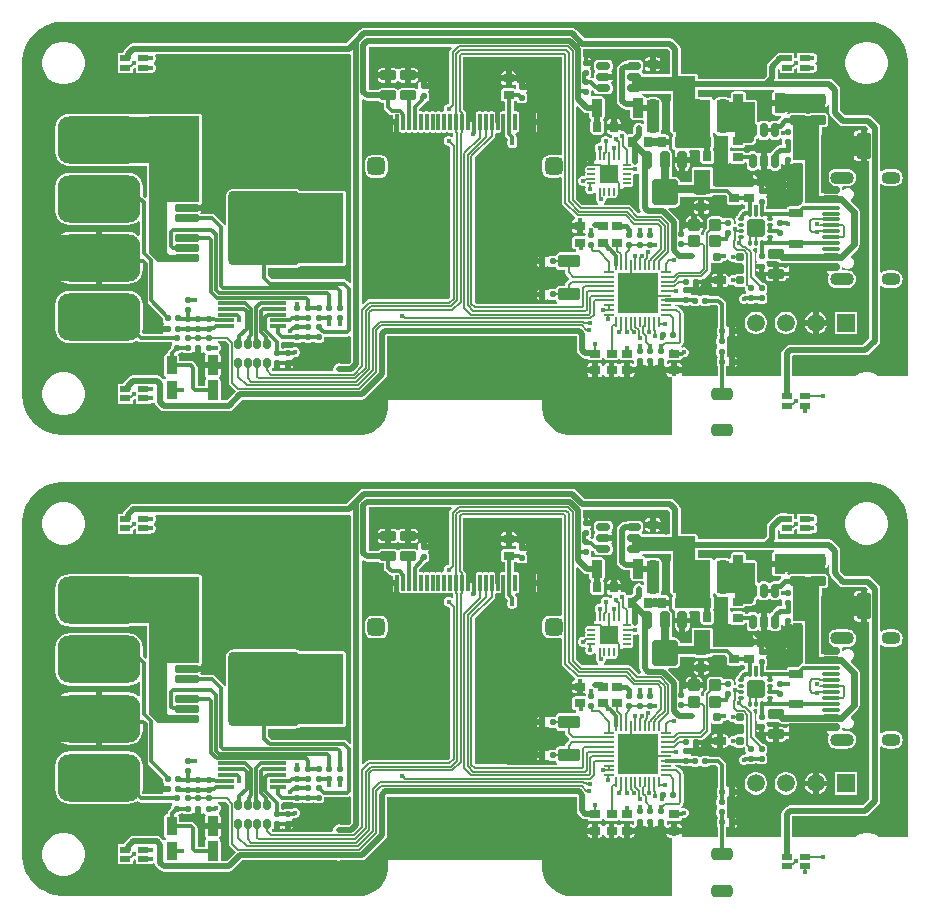
<source format=gtl>
G04*
G04 #@! TF.GenerationSoftware,Altium Limited,Altium Designer,21.3.2 (30)*
G04*
G04 Layer_Physical_Order=1*
G04 Layer_Color=255*
%FSLAX43Y43*%
%MOMM*%
G71*
G04*
G04 #@! TF.SameCoordinates,034B25BC-4B64-4F1D-819B-79BBDF65C54F*
G04*
G04*
G04 #@! TF.FilePolarity,Positive*
G04*
G01*
G75*
G04:AMPARAMS|DCode=10|XSize=0.9mm|YSize=0.75mm|CornerRadius=0.094mm|HoleSize=0mm|Usage=FLASHONLY|Rotation=0.000|XOffset=0mm|YOffset=0mm|HoleType=Round|Shape=RoundedRectangle|*
%AMROUNDEDRECTD10*
21,1,0.900,0.563,0,0,0.0*
21,1,0.713,0.750,0,0,0.0*
1,1,0.188,0.356,-0.281*
1,1,0.188,-0.356,-0.281*
1,1,0.188,-0.356,0.281*
1,1,0.188,0.356,0.281*
%
%ADD10ROUNDEDRECTD10*%
G04:AMPARAMS|DCode=11|XSize=0.8mm|YSize=1.5mm|CornerRadius=0.2mm|HoleSize=0mm|Usage=FLASHONLY|Rotation=0.000|XOffset=0mm|YOffset=0mm|HoleType=Round|Shape=RoundedRectangle|*
%AMROUNDEDRECTD11*
21,1,0.800,1.100,0,0,0.0*
21,1,0.400,1.500,0,0,0.0*
1,1,0.400,0.200,-0.550*
1,1,0.400,-0.200,-0.550*
1,1,0.400,-0.200,0.550*
1,1,0.400,0.200,0.550*
%
%ADD11ROUNDEDRECTD11*%
G04:AMPARAMS|DCode=12|XSize=2.2mm|YSize=2.2mm|CornerRadius=0.275mm|HoleSize=0mm|Usage=FLASHONLY|Rotation=90.000|XOffset=0mm|YOffset=0mm|HoleType=Round|Shape=RoundedRectangle|*
%AMROUNDEDRECTD12*
21,1,2.200,1.650,0,0,90.0*
21,1,1.650,2.200,0,0,90.0*
1,1,0.550,0.825,0.825*
1,1,0.550,0.825,-0.825*
1,1,0.550,-0.825,-0.825*
1,1,0.550,-0.825,0.825*
%
%ADD12ROUNDEDRECTD12*%
G04:AMPARAMS|DCode=13|XSize=0.47mm|YSize=0.52mm|CornerRadius=0.059mm|HoleSize=0mm|Usage=FLASHONLY|Rotation=270.000|XOffset=0mm|YOffset=0mm|HoleType=Round|Shape=RoundedRectangle|*
%AMROUNDEDRECTD13*
21,1,0.470,0.403,0,0,270.0*
21,1,0.353,0.520,0,0,270.0*
1,1,0.118,-0.201,-0.176*
1,1,0.118,-0.201,0.176*
1,1,0.118,0.201,0.176*
1,1,0.118,0.201,-0.176*
%
%ADD13ROUNDEDRECTD13*%
%ADD14O,0.850X0.220*%
%ADD15O,0.220X0.850*%
%ADD16R,3.500X3.500*%
G04:AMPARAMS|DCode=17|XSize=0.7mm|YSize=0.6mm|CornerRadius=0.075mm|HoleSize=0mm|Usage=FLASHONLY|Rotation=90.000|XOffset=0mm|YOffset=0mm|HoleType=Round|Shape=RoundedRectangle|*
%AMROUNDEDRECTD17*
21,1,0.700,0.450,0,0,90.0*
21,1,0.550,0.600,0,0,90.0*
1,1,0.150,0.225,0.275*
1,1,0.150,0.225,-0.275*
1,1,0.150,-0.225,-0.275*
1,1,0.150,-0.225,0.275*
%
%ADD17ROUNDEDRECTD17*%
G04:AMPARAMS|DCode=18|XSize=1mm|YSize=0.7mm|CornerRadius=0.088mm|HoleSize=0mm|Usage=FLASHONLY|Rotation=0.000|XOffset=0mm|YOffset=0mm|HoleType=Round|Shape=RoundedRectangle|*
%AMROUNDEDRECTD18*
21,1,1.000,0.525,0,0,0.0*
21,1,0.825,0.700,0,0,0.0*
1,1,0.175,0.413,-0.263*
1,1,0.175,-0.413,-0.263*
1,1,0.175,-0.413,0.263*
1,1,0.175,0.413,0.263*
%
%ADD18ROUNDEDRECTD18*%
G04:AMPARAMS|DCode=19|XSize=0.35mm|YSize=1.4mm|CornerRadius=0.088mm|HoleSize=0mm|Usage=FLASHONLY|Rotation=180.000|XOffset=0mm|YOffset=0mm|HoleType=Round|Shape=RoundedRectangle|*
%AMROUNDEDRECTD19*
21,1,0.350,1.225,0,0,180.0*
21,1,0.175,1.400,0,0,180.0*
1,1,0.175,-0.088,0.613*
1,1,0.175,0.088,0.613*
1,1,0.175,0.088,-0.613*
1,1,0.175,-0.088,-0.613*
%
%ADD19ROUNDEDRECTD19*%
G04:AMPARAMS|DCode=20|XSize=1.5mm|YSize=1.5mm|CornerRadius=0.375mm|HoleSize=0mm|Usage=FLASHONLY|Rotation=90.000|XOffset=0mm|YOffset=0mm|HoleType=Round|Shape=RoundedRectangle|*
%AMROUNDEDRECTD20*
21,1,1.500,0.750,0,0,90.0*
21,1,0.750,1.500,0,0,90.0*
1,1,0.750,0.375,0.375*
1,1,0.750,0.375,-0.375*
1,1,0.750,-0.375,-0.375*
1,1,0.750,-0.375,0.375*
%
%ADD20ROUNDEDRECTD20*%
G04:AMPARAMS|DCode=21|XSize=1.2mm|YSize=2.2mm|CornerRadius=0.15mm|HoleSize=0mm|Usage=FLASHONLY|Rotation=180.000|XOffset=0mm|YOffset=0mm|HoleType=Round|Shape=RoundedRectangle|*
%AMROUNDEDRECTD21*
21,1,1.200,1.900,0,0,180.0*
21,1,0.900,2.200,0,0,180.0*
1,1,0.300,-0.450,0.950*
1,1,0.300,0.450,0.950*
1,1,0.300,0.450,-0.950*
1,1,0.300,-0.450,-0.950*
%
%ADD21ROUNDEDRECTD21*%
G04:AMPARAMS|DCode=22|XSize=0.35mm|YSize=1.4mm|CornerRadius=0.088mm|HoleSize=0mm|Usage=FLASHONLY|Rotation=90.000|XOffset=0mm|YOffset=0mm|HoleType=Round|Shape=RoundedRectangle|*
%AMROUNDEDRECTD22*
21,1,0.350,1.225,0,0,90.0*
21,1,0.175,1.400,0,0,90.0*
1,1,0.175,0.613,0.088*
1,1,0.175,0.613,-0.088*
1,1,0.175,-0.613,-0.088*
1,1,0.175,-0.613,0.088*
%
%ADD22ROUNDEDRECTD22*%
G04:AMPARAMS|DCode=23|XSize=0.6mm|YSize=0.8mm|CornerRadius=0.15mm|HoleSize=0mm|Usage=FLASHONLY|Rotation=0.000|XOffset=0mm|YOffset=0mm|HoleType=Round|Shape=RoundedRectangle|*
%AMROUNDEDRECTD23*
21,1,0.600,0.500,0,0,0.0*
21,1,0.300,0.800,0,0,0.0*
1,1,0.300,0.150,-0.250*
1,1,0.300,-0.150,-0.250*
1,1,0.300,-0.150,0.250*
1,1,0.300,0.150,0.250*
%
%ADD23ROUNDEDRECTD23*%
G04:AMPARAMS|DCode=24|XSize=0.47mm|YSize=0.52mm|CornerRadius=0.059mm|HoleSize=0mm|Usage=FLASHONLY|Rotation=180.000|XOffset=0mm|YOffset=0mm|HoleType=Round|Shape=RoundedRectangle|*
%AMROUNDEDRECTD24*
21,1,0.470,0.403,0,0,180.0*
21,1,0.353,0.520,0,0,180.0*
1,1,0.118,-0.176,0.201*
1,1,0.118,0.176,0.201*
1,1,0.118,0.176,-0.201*
1,1,0.118,-0.176,-0.201*
%
%ADD24ROUNDEDRECTD24*%
G04:AMPARAMS|DCode=25|XSize=0.91mm|YSize=1.6mm|CornerRadius=0.114mm|HoleSize=0mm|Usage=FLASHONLY|Rotation=180.000|XOffset=0mm|YOffset=0mm|HoleType=Round|Shape=RoundedRectangle|*
%AMROUNDEDRECTD25*
21,1,0.910,1.373,0,0,180.0*
21,1,0.683,1.600,0,0,180.0*
1,1,0.228,-0.341,0.686*
1,1,0.228,0.341,0.686*
1,1,0.228,0.341,-0.686*
1,1,0.228,-0.341,-0.686*
%
%ADD25ROUNDEDRECTD25*%
G04:AMPARAMS|DCode=26|XSize=0.9mm|YSize=1.7mm|CornerRadius=0.113mm|HoleSize=0mm|Usage=FLASHONLY|Rotation=180.000|XOffset=0mm|YOffset=0mm|HoleType=Round|Shape=RoundedRectangle|*
%AMROUNDEDRECTD26*
21,1,0.900,1.475,0,0,180.0*
21,1,0.675,1.700,0,0,180.0*
1,1,0.225,-0.338,0.738*
1,1,0.225,0.338,0.738*
1,1,0.225,0.338,-0.738*
1,1,0.225,-0.338,-0.738*
%
%ADD26ROUNDEDRECTD26*%
G04:AMPARAMS|DCode=27|XSize=1.1mm|YSize=1.8mm|CornerRadius=0.138mm|HoleSize=0mm|Usage=FLASHONLY|Rotation=90.000|XOffset=0mm|YOffset=0mm|HoleType=Round|Shape=RoundedRectangle|*
%AMROUNDEDRECTD27*
21,1,1.100,1.525,0,0,90.0*
21,1,0.825,1.800,0,0,90.0*
1,1,0.275,0.763,0.413*
1,1,0.275,0.763,-0.413*
1,1,0.275,-0.763,-0.413*
1,1,0.275,-0.763,0.413*
%
%ADD27ROUNDEDRECTD27*%
G04:AMPARAMS|DCode=28|XSize=1mm|YSize=1mm|CornerRadius=0.125mm|HoleSize=0mm|Usage=FLASHONLY|Rotation=0.000|XOffset=0mm|YOffset=0mm|HoleType=Round|Shape=RoundedRectangle|*
%AMROUNDEDRECTD28*
21,1,1.000,0.750,0,0,0.0*
21,1,0.750,1.000,0,0,0.0*
1,1,0.250,0.375,-0.375*
1,1,0.250,-0.375,-0.375*
1,1,0.250,-0.375,0.375*
1,1,0.250,0.375,0.375*
%
%ADD28ROUNDEDRECTD28*%
G04:AMPARAMS|DCode=29|XSize=1.8mm|YSize=1mm|CornerRadius=0.25mm|HoleSize=0mm|Usage=FLASHONLY|Rotation=180.000|XOffset=0mm|YOffset=0mm|HoleType=Round|Shape=RoundedRectangle|*
%AMROUNDEDRECTD29*
21,1,1.800,0.500,0,0,180.0*
21,1,1.300,1.000,0,0,180.0*
1,1,0.500,-0.650,0.250*
1,1,0.500,0.650,0.250*
1,1,0.500,0.650,-0.250*
1,1,0.500,-0.650,-0.250*
%
%ADD29ROUNDEDRECTD29*%
G04:AMPARAMS|DCode=30|XSize=0.9mm|YSize=0.75mm|CornerRadius=0.094mm|HoleSize=0mm|Usage=FLASHONLY|Rotation=90.000|XOffset=0mm|YOffset=0mm|HoleType=Round|Shape=RoundedRectangle|*
%AMROUNDEDRECTD30*
21,1,0.900,0.563,0,0,90.0*
21,1,0.713,0.750,0,0,90.0*
1,1,0.188,0.281,0.356*
1,1,0.188,0.281,-0.356*
1,1,0.188,-0.281,-0.356*
1,1,0.188,-0.281,0.356*
%
%ADD30ROUNDEDRECTD30*%
G04:AMPARAMS|DCode=31|XSize=2.8mm|YSize=1.1mm|CornerRadius=0.275mm|HoleSize=0mm|Usage=FLASHONLY|Rotation=90.000|XOffset=0mm|YOffset=0mm|HoleType=Round|Shape=RoundedRectangle|*
%AMROUNDEDRECTD31*
21,1,2.800,0.550,0,0,90.0*
21,1,2.250,1.100,0,0,90.0*
1,1,0.550,0.275,1.125*
1,1,0.550,0.275,-1.125*
1,1,0.550,-0.275,-1.125*
1,1,0.550,-0.275,1.125*
%
%ADD31ROUNDEDRECTD31*%
G04:AMPARAMS|DCode=32|XSize=1.45mm|YSize=0.6mm|CornerRadius=0.15mm|HoleSize=0mm|Usage=FLASHONLY|Rotation=180.000|XOffset=0mm|YOffset=0mm|HoleType=Round|Shape=RoundedRectangle|*
%AMROUNDEDRECTD32*
21,1,1.450,0.300,0,0,180.0*
21,1,1.150,0.600,0,0,180.0*
1,1,0.300,-0.575,0.150*
1,1,0.300,0.575,0.150*
1,1,0.300,0.575,-0.150*
1,1,0.300,-0.575,-0.150*
%
%ADD32ROUNDEDRECTD32*%
G04:AMPARAMS|DCode=33|XSize=0.35mm|YSize=1.45mm|CornerRadius=0.088mm|HoleSize=0mm|Usage=FLASHONLY|Rotation=90.000|XOffset=0mm|YOffset=0mm|HoleType=Round|Shape=RoundedRectangle|*
%AMROUNDEDRECTD33*
21,1,0.350,1.275,0,0,90.0*
21,1,0.175,1.450,0,0,90.0*
1,1,0.175,0.638,0.088*
1,1,0.175,0.638,-0.088*
1,1,0.175,-0.638,-0.088*
1,1,0.175,-0.638,0.088*
%
%ADD33ROUNDEDRECTD33*%
G04:AMPARAMS|DCode=34|XSize=0.7mm|YSize=1.2mm|CornerRadius=0.088mm|HoleSize=0mm|Usage=FLASHONLY|Rotation=270.000|XOffset=0mm|YOffset=0mm|HoleType=Round|Shape=RoundedRectangle|*
%AMROUNDEDRECTD34*
21,1,0.700,1.025,0,0,270.0*
21,1,0.525,1.200,0,0,270.0*
1,1,0.175,-0.513,-0.263*
1,1,0.175,-0.513,0.263*
1,1,0.175,0.513,0.263*
1,1,0.175,0.513,-0.263*
%
%ADD34ROUNDEDRECTD34*%
G04:AMPARAMS|DCode=35|XSize=1.45mm|YSize=1.45mm|CornerRadius=0.109mm|HoleSize=0mm|Usage=FLASHONLY|Rotation=180.000|XOffset=0mm|YOffset=0mm|HoleType=Round|Shape=RoundedRectangle|*
%AMROUNDEDRECTD35*
21,1,1.450,1.233,0,0,180.0*
21,1,1.233,1.450,0,0,180.0*
1,1,0.217,-0.616,0.616*
1,1,0.217,0.616,0.616*
1,1,0.217,0.616,-0.616*
1,1,0.217,-0.616,-0.616*
%
%ADD35ROUNDEDRECTD35*%
G04:AMPARAMS|DCode=36|XSize=0.3mm|YSize=0.5mm|CornerRadius=0.075mm|HoleSize=0mm|Usage=FLASHONLY|Rotation=180.000|XOffset=0mm|YOffset=0mm|HoleType=Round|Shape=RoundedRectangle|*
%AMROUNDEDRECTD36*
21,1,0.300,0.350,0,0,180.0*
21,1,0.150,0.500,0,0,180.0*
1,1,0.150,-0.075,0.175*
1,1,0.150,0.075,0.175*
1,1,0.150,0.075,-0.175*
1,1,0.150,-0.075,-0.175*
%
%ADD36ROUNDEDRECTD36*%
G04:AMPARAMS|DCode=37|XSize=0.3mm|YSize=0.5mm|CornerRadius=0.075mm|HoleSize=0mm|Usage=FLASHONLY|Rotation=270.000|XOffset=0mm|YOffset=0mm|HoleType=Round|Shape=RoundedRectangle|*
%AMROUNDEDRECTD37*
21,1,0.300,0.350,0,0,270.0*
21,1,0.150,0.500,0,0,270.0*
1,1,0.150,-0.175,-0.075*
1,1,0.150,-0.175,0.075*
1,1,0.150,0.175,0.075*
1,1,0.150,0.175,-0.075*
%
%ADD37ROUNDEDRECTD37*%
G04:AMPARAMS|DCode=38|XSize=0.65mm|YSize=2mm|CornerRadius=0.13mm|HoleSize=0mm|Usage=FLASHONLY|Rotation=270.000|XOffset=0mm|YOffset=0mm|HoleType=Round|Shape=RoundedRectangle|*
%AMROUNDEDRECTD38*
21,1,0.650,1.740,0,0,270.0*
21,1,0.390,2.000,0,0,270.0*
1,1,0.260,-0.870,-0.195*
1,1,0.260,-0.870,0.195*
1,1,0.260,0.870,0.195*
1,1,0.260,0.870,-0.195*
%
%ADD38ROUNDEDRECTD38*%
G04:AMPARAMS|DCode=39|XSize=6.3mm|YSize=6.1mm|CornerRadius=0.458mm|HoleSize=0mm|Usage=FLASHONLY|Rotation=270.000|XOffset=0mm|YOffset=0mm|HoleType=Round|Shape=RoundedRectangle|*
%AMROUNDEDRECTD39*
21,1,6.300,5.185,0,0,270.0*
21,1,5.385,6.100,0,0,270.0*
1,1,0.915,-2.593,-2.693*
1,1,0.915,-2.593,2.693*
1,1,0.915,2.593,2.693*
1,1,0.915,2.593,-2.693*
%
%ADD39ROUNDEDRECTD39*%
G04:AMPARAMS|DCode=40|XSize=4mm|YSize=7mm|CornerRadius=1mm|HoleSize=0mm|Usage=FLASHONLY|Rotation=270.000|XOffset=0mm|YOffset=0mm|HoleType=Round|Shape=RoundedRectangle|*
%AMROUNDEDRECTD40*
21,1,4.000,5.000,0,0,270.0*
21,1,2.000,7.000,0,0,270.0*
1,1,2.000,-2.500,-1.000*
1,1,2.000,-2.500,1.000*
1,1,2.000,2.500,1.000*
1,1,2.000,2.500,-1.000*
%
%ADD40ROUNDEDRECTD40*%
G04:AMPARAMS|DCode=41|XSize=1.3mm|YSize=0.8mm|CornerRadius=0.1mm|HoleSize=0mm|Usage=FLASHONLY|Rotation=180.000|XOffset=0mm|YOffset=0mm|HoleType=Round|Shape=RoundedRectangle|*
%AMROUNDEDRECTD41*
21,1,1.300,0.600,0,0,180.0*
21,1,1.100,0.800,0,0,180.0*
1,1,0.200,-0.550,0.300*
1,1,0.200,0.550,0.300*
1,1,0.200,0.550,-0.300*
1,1,0.200,-0.550,-0.300*
%
%ADD41ROUNDEDRECTD41*%
G04:AMPARAMS|DCode=42|XSize=0.6mm|YSize=1.2mm|CornerRadius=0.15mm|HoleSize=0mm|Usage=FLASHONLY|Rotation=180.000|XOffset=0mm|YOffset=0mm|HoleType=Round|Shape=RoundedRectangle|*
%AMROUNDEDRECTD42*
21,1,0.600,0.900,0,0,180.0*
21,1,0.300,1.200,0,0,180.0*
1,1,0.300,-0.150,0.450*
1,1,0.300,0.150,0.450*
1,1,0.300,0.150,-0.450*
1,1,0.300,-0.150,-0.450*
%
%ADD42ROUNDEDRECTD42*%
G04:AMPARAMS|DCode=43|XSize=0.6mm|YSize=1.2mm|CornerRadius=0.15mm|HoleSize=0mm|Usage=FLASHONLY|Rotation=90.000|XOffset=0mm|YOffset=0mm|HoleType=Round|Shape=RoundedRectangle|*
%AMROUNDEDRECTD43*
21,1,0.600,0.900,0,0,90.0*
21,1,0.300,1.200,0,0,90.0*
1,1,0.300,0.450,0.150*
1,1,0.300,0.450,-0.150*
1,1,0.300,-0.450,-0.150*
1,1,0.300,-0.450,0.150*
%
%ADD43ROUNDEDRECTD43*%
%ADD44R,0.850X0.500*%
%ADD45R,1.650X1.650*%
%ADD46O,0.250X0.700*%
%ADD47O,0.700X0.250*%
%ADD48C,0.200*%
%ADD49C,0.150*%
%ADD50C,0.300*%
%ADD51C,0.500*%
%ADD52C,0.210*%
%ADD53C,0.400*%
%ADD54C,0.600*%
%ADD55R,0.800X2.900*%
%ADD56R,1.600X0.800*%
%ADD57R,1.900X4.200*%
%ADD58R,4.100X1.300*%
%ADD59R,3.300X0.800*%
%ADD60R,1.400X2.100*%
%ADD61R,4.300X1.500*%
%ADD62R,3.200X1.100*%
%ADD63R,1.100X4.200*%
%ADD64R,3.000X4.100*%
%ADD65R,1.600X1.800*%
%ADD66R,2.500X2.600*%
%ADD67R,4.250X6.000*%
%ADD68R,2.250X3.750*%
%ADD69R,1.400X3.300*%
%ADD70R,2.600X0.200*%
%ADD71R,3.300X1.700*%
%ADD72R,4.000X1.800*%
%ADD73R,0.650X4.950*%
%ADD74R,1.250X5.750*%
%ADD75R,2.600X0.500*%
%ADD76R,7.550X4.000*%
%ADD77R,4.250X7.275*%
%ADD78R,8.375X4.000*%
%ADD79R,1.500X10.250*%
%ADD80O,2.000X1.100*%
%ADD81O,1.600X1.100*%
%ADD82C,1.500*%
%ADD83R,1.500X1.500*%
%ADD84C,0.450*%
%ADD85C,0.610*%
G36*
X77184Y79440D02*
X77627Y79321D01*
X78051Y79146D01*
X78449Y78916D01*
X78813Y78637D01*
X79137Y78313D01*
X79416Y77949D01*
X79646Y77551D01*
X79821Y77127D01*
X79940Y76684D01*
X80000Y76229D01*
Y76000D01*
Y49500D01*
X77495D01*
X77353Y49595D01*
X77025Y49731D01*
X76677Y49800D01*
X76323D01*
X75975Y49731D01*
X75647Y49595D01*
X75505Y49500D01*
X70209D01*
Y51217D01*
X70233Y51241D01*
X76400D01*
X76576Y51276D01*
X76724Y51376D01*
X77524Y52176D01*
X77624Y52324D01*
X77659Y52500D01*
Y57115D01*
X77786Y57149D01*
X77922Y57045D01*
X78104Y56969D01*
X78300Y56944D01*
X78800D01*
X78996Y56969D01*
X79178Y57045D01*
X79335Y57165D01*
X79455Y57322D01*
X79531Y57504D01*
X79556Y57700D01*
X79531Y57896D01*
X79455Y58078D01*
X79335Y58235D01*
X79178Y58355D01*
X78996Y58431D01*
X78800Y58456D01*
X78300D01*
X78104Y58431D01*
X77922Y58355D01*
X77786Y58251D01*
X77659Y58285D01*
Y65715D01*
X77786Y65749D01*
X77922Y65645D01*
X78104Y65569D01*
X78300Y65544D01*
X78800D01*
X78996Y65569D01*
X79178Y65645D01*
X79335Y65765D01*
X79455Y65922D01*
X79531Y66104D01*
X79556Y66300D01*
X79531Y66496D01*
X79455Y66678D01*
X79335Y66835D01*
X79178Y66955D01*
X78996Y67031D01*
X78800Y67056D01*
X78300D01*
X78104Y67031D01*
X77922Y66955D01*
X77786Y66851D01*
X77659Y66885D01*
Y70500D01*
X77624Y70676D01*
X77524Y70824D01*
X76924Y71424D01*
X76776Y71524D01*
X76600Y71559D01*
X74690D01*
X74259Y71990D01*
Y73700D01*
X74224Y73876D01*
X74124Y74024D01*
X73624Y74524D01*
X73476Y74624D01*
X73300Y74659D01*
X68993D01*
X68959Y74700D01*
Y75442D01*
X68998Y75471D01*
X69125Y75407D01*
Y75150D01*
X70375D01*
Y75473D01*
X70466Y75534D01*
X70498Y75565D01*
X70618Y75553D01*
X70625Y75548D01*
Y75150D01*
X71875D01*
Y75175D01*
X71985D01*
X72141Y75240D01*
X72260Y75359D01*
X72325Y75515D01*
Y75685D01*
X72260Y75841D01*
X72182Y75919D01*
X72154Y76000D01*
X72182Y76081D01*
X72260Y76159D01*
X72325Y76315D01*
Y76485D01*
X72260Y76641D01*
X72141Y76760D01*
X71985Y76825D01*
X71875D01*
Y76850D01*
X70625D01*
Y76452D01*
X70585Y76425D01*
X70415D01*
X70375Y76452D01*
Y76850D01*
X69794D01*
X69750Y76859D01*
X69200D01*
X69156Y76850D01*
X69125D01*
Y76844D01*
X69024Y76824D01*
X68876Y76724D01*
X68176Y76024D01*
X68076Y75876D01*
X68041Y75700D01*
Y74890D01*
X67810Y74659D01*
X62204D01*
Y74900D01*
X62188Y74978D01*
X62144Y75044D01*
X62078Y75088D01*
X62000Y75104D01*
X60759D01*
Y77200D01*
X60724Y77376D01*
X60624Y77524D01*
X60182Y77967D01*
X60033Y78066D01*
X59858Y78101D01*
X52633D01*
X51909Y78824D01*
X51761Y78924D01*
X51585Y78959D01*
X33944D01*
X33769Y78924D01*
X33620Y78824D01*
X32454Y77659D01*
X14400D01*
X14224Y77624D01*
X14076Y77524D01*
X13601Y77049D01*
X13501Y76901D01*
X13491Y76850D01*
X13125D01*
Y75950D01*
Y75150D01*
X14375D01*
Y75473D01*
X14466Y75534D01*
X14498Y75565D01*
X14618Y75553D01*
X14625Y75548D01*
Y75150D01*
X15875D01*
Y75175D01*
X15985D01*
X16141Y75240D01*
X16260Y75359D01*
X16325Y75515D01*
Y75685D01*
X16260Y75841D01*
X16182Y75919D01*
X16154Y76000D01*
X16182Y76081D01*
X16260Y76159D01*
X16325Y76315D01*
Y76485D01*
X16271Y76614D01*
X16326Y76741D01*
X32644D01*
X32714Y76755D01*
X32841Y76651D01*
Y57429D01*
X32724Y57381D01*
X32527Y57577D01*
X32412Y57655D01*
X32275Y57682D01*
X26123D01*
X25857Y57948D01*
Y58644D01*
X28093D01*
X28264Y58667D01*
X28424Y58733D01*
X28506Y58796D01*
X32200D01*
X32278Y58812D01*
X32344Y58856D01*
X32388Y58922D01*
X32404Y59000D01*
Y65000D01*
X32388Y65078D01*
X32344Y65144D01*
X32278Y65188D01*
X32200Y65204D01*
X28506D01*
X28424Y65267D01*
X28264Y65333D01*
X28093Y65356D01*
X22907D01*
X22736Y65333D01*
X22576Y65267D01*
X22439Y65161D01*
X22333Y65024D01*
X22267Y64864D01*
X22244Y64692D01*
Y62276D01*
X22195Y62259D01*
X22117Y62255D01*
X22052Y62352D01*
X21302Y63102D01*
X21187Y63180D01*
X21050Y63207D01*
X20170D01*
X20100Y63330D01*
X20131Y63376D01*
X20146Y63450D01*
X18950D01*
Y63950D01*
X20146D01*
X20131Y64024D01*
X20142Y64079D01*
X20144Y64081D01*
X20188Y64147D01*
X20204Y64225D01*
Y71500D01*
X20188Y71578D01*
X20144Y71644D01*
X20078Y71688D01*
X20000Y71704D01*
X14049D01*
X14000Y71710D01*
X9000D01*
X8951Y71704D01*
X8875D01*
X8797Y71688D01*
X8788Y71682D01*
X8687Y71669D01*
X8395Y71548D01*
X8144Y71356D01*
X7952Y71105D01*
X7831Y70813D01*
X7790Y70500D01*
Y68500D01*
X7831Y68187D01*
X7952Y67895D01*
X8144Y67644D01*
X8395Y67452D01*
X8687Y67331D01*
X8788Y67318D01*
X8797Y67312D01*
X8875Y67296D01*
X8951D01*
X9000Y67290D01*
X14000D01*
X14049Y67296D01*
X15546D01*
Y64625D01*
X15429Y64576D01*
X15252Y64752D01*
X15210Y64780D01*
Y65500D01*
X15169Y65813D01*
X15048Y66105D01*
X14856Y66356D01*
X14605Y66548D01*
X14313Y66669D01*
X14000Y66710D01*
X9000D01*
X8687Y66669D01*
X8395Y66548D01*
X8144Y66356D01*
X7952Y66105D01*
X7831Y65813D01*
X7790Y65500D01*
Y63500D01*
X7831Y63187D01*
X7952Y62895D01*
X8144Y62644D01*
X8395Y62452D01*
X8687Y62331D01*
X9000Y62290D01*
X14000D01*
X14313Y62331D01*
X14605Y62452D01*
X14816Y62614D01*
X14943Y62561D01*
Y61439D01*
X14816Y61386D01*
X14605Y61548D01*
X14313Y61669D01*
X14000Y61710D01*
X11750D01*
Y59500D01*
Y57290D01*
X14000D01*
X14313Y57331D01*
X14605Y57452D01*
X14856Y57644D01*
X15048Y57895D01*
X15169Y58187D01*
X15210Y58500D01*
Y59319D01*
X15328Y59368D01*
X15543Y59152D01*
Y55895D01*
X15570Y55758D01*
X15648Y55643D01*
X16930Y54360D01*
Y54199D01*
X16950Y54098D01*
X17007Y54012D01*
Y53888D01*
X16950Y53802D01*
X16940Y53750D01*
X17370D01*
Y53250D01*
X16940D01*
X16947Y53214D01*
X16935Y53176D01*
X16871Y53087D01*
X15265D01*
X15218Y53136D01*
X15173Y53213D01*
X15210Y53500D01*
Y55500D01*
X15169Y55813D01*
X15048Y56105D01*
X14856Y56356D01*
X14605Y56548D01*
X14313Y56669D01*
X14000Y56710D01*
X9000D01*
X8687Y56669D01*
X8395Y56548D01*
X8144Y56356D01*
X7952Y56105D01*
X7831Y55813D01*
X7790Y55500D01*
Y53500D01*
X7831Y53187D01*
X7952Y52895D01*
X8144Y52644D01*
X8395Y52452D01*
X8687Y52331D01*
X9000Y52290D01*
X14000D01*
X14313Y52331D01*
X14605Y52452D01*
X14715Y52536D01*
X14773Y52478D01*
X14889Y52400D01*
X15026Y52373D01*
X17694D01*
X17712Y52349D01*
Y52233D01*
X17655Y52147D01*
X17635Y52046D01*
Y51910D01*
X17452Y51727D01*
X17375Y51611D01*
X17347Y51474D01*
Y51406D01*
X17309D01*
X17186Y51382D01*
X17083Y51312D01*
X17013Y51209D01*
X16989Y51086D01*
Y49714D01*
X17013Y49591D01*
X17083Y49488D01*
X17186Y49418D01*
X17204Y49415D01*
Y49285D01*
X17186Y49282D01*
X17083Y49212D01*
X16935Y49221D01*
X16732Y49424D01*
X16583Y49524D01*
X16407Y49559D01*
X14400D01*
X14224Y49524D01*
X14076Y49424D01*
X13601Y48949D01*
X13534Y48850D01*
X13125D01*
Y47950D01*
Y47150D01*
X14375D01*
Y47473D01*
X14466Y47534D01*
X14498Y47565D01*
X14618Y47553D01*
X14625Y47548D01*
Y47150D01*
X15875D01*
Y47175D01*
X15985D01*
X16124Y47233D01*
X16177Y47223D01*
X16263Y47182D01*
X16276Y47117D01*
X16376Y46968D01*
X16668Y46676D01*
X16817Y46576D01*
X16993Y46541D01*
X22500D01*
X22676Y46576D01*
X22824Y46676D01*
X23640Y47491D01*
X31676D01*
X31715Y47475D01*
X31885D01*
X31924Y47491D01*
X33742D01*
X33918Y47526D01*
X34066Y47626D01*
X35774Y49334D01*
X35874Y49482D01*
X35909Y49658D01*
Y52855D01*
X35933Y52879D01*
X51917D01*
X51941Y52855D01*
Y51717D01*
X51976Y51541D01*
X52076Y51392D01*
X52368Y51099D01*
X52517Y51000D01*
X52693Y50965D01*
X52893D01*
X52932Y50907D01*
X53029Y50842D01*
X53144Y50819D01*
X53856D01*
X53971Y50842D01*
X54068Y50907D01*
X54133Y51004D01*
X54135Y51016D01*
X54265D01*
X54267Y51004D01*
X54332Y50907D01*
X54429Y50842D01*
X54544Y50819D01*
X55256D01*
X55371Y50842D01*
X55468Y50907D01*
X55474Y50915D01*
X55626D01*
X55632Y50907D01*
X55729Y50842D01*
X55844Y50819D01*
X56556D01*
X56671Y50842D01*
X56708Y50867D01*
X56835Y50799D01*
Y50601D01*
X56817Y50583D01*
X56719Y50526D01*
X56671Y50558D01*
X56556Y50581D01*
X56450D01*
Y50250D01*
X56856D01*
Y50281D01*
X56853Y50294D01*
X56968Y50370D01*
X56998Y50350D01*
X57050Y50340D01*
Y50770D01*
X57550D01*
Y50340D01*
X57602Y50350D01*
X57688Y50407D01*
X57812D01*
X57898Y50350D01*
X57950Y50340D01*
Y50770D01*
X58450D01*
Y50340D01*
X58502Y50350D01*
X58588Y50407D01*
X58712Y50407D01*
X58798Y50350D01*
X58850Y50340D01*
Y50770D01*
X59350D01*
Y50340D01*
X59402Y50350D01*
X59432Y50370D01*
X59547Y50294D01*
X59544Y50281D01*
Y50250D01*
X59950D01*
Y50581D01*
X59844D01*
X59729Y50558D01*
X59681Y50526D01*
X59583Y50583D01*
X59565Y50601D01*
Y50799D01*
X59692Y50867D01*
X59729Y50842D01*
X59844Y50819D01*
X60556D01*
X60671Y50842D01*
X60768Y50907D01*
X60833Y51004D01*
X60841Y51043D01*
X60900D01*
X61037Y51070D01*
X61044Y51075D01*
X61085D01*
X61241Y51140D01*
X61360Y51259D01*
X61425Y51415D01*
Y51585D01*
X61360Y51741D01*
X61241Y51860D01*
X61085Y51925D01*
X60915D01*
X60885Y51912D01*
X60834Y51947D01*
X60820Y51993D01*
X60826Y52104D01*
X60920Y52198D01*
X60987Y52299D01*
X61011Y52418D01*
Y54800D01*
X60987Y54919D01*
X60920Y55020D01*
X60620Y55320D01*
X60519Y55388D01*
X60400Y55411D01*
X60349D01*
X60268Y55538D01*
X60271Y55543D01*
X60808D01*
X60812Y55537D01*
X60898Y55480D01*
X60999Y55460D01*
X61401D01*
X61482Y55476D01*
X61502Y55480D01*
X61502Y55480D01*
X61615Y55499D01*
X61700Y55442D01*
X61801Y55422D01*
X62154D01*
X62255Y55442D01*
X62340Y55499D01*
X62475D01*
X62560Y55442D01*
X62661Y55422D01*
X63014D01*
X63115Y55442D01*
X63200Y55499D01*
X63221Y55530D01*
X63776D01*
X63893Y55412D01*
Y53692D01*
X63887Y53688D01*
X63830Y53602D01*
X63810Y53501D01*
Y53099D01*
X63830Y52998D01*
X63876Y52930D01*
X63862Y52793D01*
X63805Y52707D01*
X63785Y52606D01*
Y52254D01*
X63805Y52153D01*
X63862Y52067D01*
Y51933D01*
X63805Y51847D01*
X63785Y51746D01*
Y51394D01*
X63805Y51293D01*
X63862Y51207D01*
X63876Y51070D01*
X63830Y51002D01*
X63810Y50901D01*
Y50499D01*
X63830Y50398D01*
X63887Y50312D01*
X63893Y50308D01*
Y49500D01*
X60916D01*
X60882Y49543D01*
X60838Y49627D01*
X60856Y49719D01*
Y49750D01*
X59544D01*
Y49719D01*
X59567Y49604D01*
X59632Y49507D01*
X59729Y49442D01*
X59844Y49419D01*
X60000D01*
Y44500D01*
X51254D01*
X50771Y44596D01*
X50316Y44785D01*
X49906Y45058D01*
X49558Y45406D01*
X49285Y45816D01*
X49096Y46271D01*
X49000Y46754D01*
Y47500D01*
X36000D01*
Y46754D01*
X35904Y46271D01*
X35715Y45816D01*
X35442Y45406D01*
X35094Y45058D01*
X34684Y44785D01*
X34229Y44596D01*
X33746Y44500D01*
X8271D01*
X7816Y44560D01*
X7373Y44679D01*
X6949Y44854D01*
X6551Y45084D01*
X6187Y45363D01*
X5863Y45687D01*
X5584Y46051D01*
X5354Y46449D01*
X5179Y46873D01*
X5060Y47316D01*
X5000Y47771D01*
Y48000D01*
Y76000D01*
Y76229D01*
X5060Y76684D01*
X5179Y77127D01*
X5354Y77551D01*
X5584Y77949D01*
X5863Y78313D01*
X6187Y78637D01*
X6551Y78916D01*
X6949Y79146D01*
X7373Y79321D01*
X7816Y79440D01*
X8271Y79500D01*
X76729D01*
X77184Y79440D01*
D02*
G37*
G36*
X59841Y77010D02*
Y75104D01*
X57568D01*
X57506Y75197D01*
X57489Y75231D01*
Y75319D01*
X57506Y75353D01*
X57580Y75463D01*
X57607Y75600D01*
Y75900D01*
X57580Y76037D01*
X57502Y76152D01*
X57387Y76230D01*
X57250Y76257D01*
X56350D01*
X56213Y76230D01*
X56107Y76159D01*
X56043D01*
X55867Y76124D01*
X55718Y76024D01*
X55476Y75782D01*
X55376Y75633D01*
X55341Y75457D01*
Y72793D01*
X55376Y72617D01*
X55476Y72468D01*
X55768Y72176D01*
X55917Y72076D01*
X56093Y72041D01*
X56494D01*
Y71463D01*
X56518Y71341D01*
X56587Y71237D01*
X56691Y71168D01*
X56812Y71144D01*
X57487D01*
X57514Y71149D01*
X57641Y71048D01*
Y70879D01*
X57566Y70844D01*
X57514Y70832D01*
X57376Y70924D01*
X57200Y70959D01*
X57024Y70924D01*
X56876Y70824D01*
X56776Y70676D01*
X56741Y70500D01*
Y70090D01*
X56607Y69956D01*
X56319D01*
X56204Y69933D01*
X56188Y69938D01*
X56135Y70066D01*
X56016Y70185D01*
X55860Y70250D01*
X55690D01*
X55681Y70256D01*
Y70350D01*
X55100D01*
X54519D01*
Y70244D01*
X54542Y70129D01*
X54607Y70032D01*
X54704Y69967D01*
X54819Y69944D01*
X54914D01*
X54966Y69817D01*
X54915Y69766D01*
X54880Y69683D01*
X54841Y69669D01*
X54736Y69665D01*
X54641Y69760D01*
X54485Y69825D01*
X54315D01*
X54159Y69760D01*
X54040Y69641D01*
X53975Y69485D01*
Y69315D01*
X53875Y69225D01*
X53815D01*
X53659Y69160D01*
X53540Y69041D01*
X53475Y68885D01*
Y68715D01*
X53540Y68559D01*
X53594Y68505D01*
Y68452D01*
X53594Y68452D01*
X53569Y68325D01*
Y67875D01*
X53578Y67830D01*
X53470Y67722D01*
X53450Y67726D01*
Y67400D01*
X53200D01*
Y67331D01*
X52975D01*
X52848Y67306D01*
X52741Y67234D01*
X52718Y67200D01*
X52718Y67200D01*
X52669Y67127D01*
X52644Y67000D01*
X52669Y66873D01*
X52718Y66800D01*
X52669Y66727D01*
X52644Y66600D01*
X52665Y66491D01*
X52625Y66483D01*
X52539Y66425D01*
X52415D01*
X52259Y66360D01*
X52140Y66241D01*
X52075Y66085D01*
Y65915D01*
X52140Y65759D01*
X52259Y65640D01*
X52415Y65575D01*
X52585D01*
X52625Y65592D01*
X52720Y65494D01*
X52675Y65385D01*
Y65215D01*
X52740Y65059D01*
X52859Y64940D01*
X53015Y64875D01*
X53185D01*
X53341Y64940D01*
X53442Y65041D01*
X53530Y65022D01*
X53569Y65002D01*
Y64875D01*
X53594Y64748D01*
X53624Y64703D01*
X53575Y64585D01*
Y64415D01*
X53640Y64259D01*
X53759Y64140D01*
X53776Y64133D01*
X53750Y64006D01*
X52427D01*
X51906Y64527D01*
Y72279D01*
X52023Y72328D01*
X52476Y71876D01*
X52624Y71776D01*
X52800Y71741D01*
X52989D01*
Y71514D01*
X53013Y71391D01*
X53083Y71288D01*
X53126Y71258D01*
X53181Y71197D01*
X53159Y71096D01*
X53142Y71071D01*
X53119Y70956D01*
Y70244D01*
X53142Y70129D01*
X53207Y70032D01*
X53304Y69967D01*
X53419Y69944D01*
X53981D01*
X54096Y69967D01*
X54193Y70032D01*
X54258Y70129D01*
X54281Y70244D01*
Y70956D01*
X54258Y71071D01*
X54193Y71168D01*
X54212Y71259D01*
X54225Y71299D01*
X54287Y71391D01*
X54311Y71514D01*
Y72886D01*
X54287Y73009D01*
X54217Y73112D01*
X54114Y73182D01*
X53991Y73206D01*
X53309D01*
X53229Y73190D01*
X53157Y73279D01*
X53146Y73296D01*
X53165Y73394D01*
Y73654D01*
X53174Y73665D01*
X53292Y73718D01*
X53292Y73718D01*
X53364Y73670D01*
X53400Y73662D01*
X53401Y73662D01*
X53420Y73563D01*
X53498Y73448D01*
X53613Y73370D01*
X53750Y73343D01*
X54650D01*
X54787Y73370D01*
X54902Y73448D01*
X54980Y73563D01*
X55007Y73700D01*
Y74000D01*
X54980Y74137D01*
X54906Y74247D01*
X54889Y74281D01*
Y74369D01*
X54906Y74403D01*
X54980Y74513D01*
X54987Y74550D01*
X54200D01*
Y75050D01*
X54987D01*
X54980Y75087D01*
X54906Y75197D01*
X54889Y75231D01*
Y75319D01*
X54906Y75353D01*
X54980Y75463D01*
X55007Y75600D01*
Y75900D01*
X54980Y76037D01*
X54902Y76152D01*
X54787Y76230D01*
X54650Y76257D01*
X53750D01*
X53613Y76230D01*
X53498Y76152D01*
X53420Y76037D01*
X53393Y75900D01*
Y75600D01*
X53420Y75463D01*
X53494Y75353D01*
X53511Y75319D01*
Y75231D01*
X53494Y75197D01*
X53420Y75087D01*
X53393Y74950D01*
Y74767D01*
X53279Y74701D01*
X53166Y74735D01*
X53118Y74852D01*
X53145Y74893D01*
X53165Y74994D01*
Y75346D01*
X53145Y75447D01*
X53088Y75533D01*
Y75667D01*
X53145Y75753D01*
X53150Y75780D01*
X52700D01*
Y76280D01*
X53150D01*
X53145Y76307D01*
X53088Y76393D01*
X53002Y76450D01*
X52901Y76470D01*
X52509D01*
Y77184D01*
X59667D01*
X59841Y77010D01*
D02*
G37*
G36*
X50694Y68244D02*
X50567Y68173D01*
X50375Y68211D01*
X49625D01*
X49401Y68167D01*
X49210Y68040D01*
X49083Y67849D01*
X49039Y67625D01*
Y66875D01*
X49083Y66651D01*
X49210Y66460D01*
X49401Y66333D01*
X49625Y66289D01*
X50375D01*
X50567Y66327D01*
X50694Y66256D01*
Y64151D01*
X50694Y64151D01*
X50717Y64034D01*
X50784Y63935D01*
X51814Y62904D01*
X51804Y62820D01*
X51780Y62768D01*
X51729Y62758D01*
X51632Y62693D01*
X51567Y62596D01*
X51544Y62481D01*
Y62450D01*
X52200D01*
Y62200D01*
X52450D01*
Y61619D01*
X52556D01*
X52598Y61628D01*
X52702Y61550D01*
X52704Y61448D01*
X52604Y61371D01*
X52556Y61381D01*
X51844D01*
X51729Y61358D01*
X51632Y61293D01*
X51567Y61196D01*
X51544Y61081D01*
Y60519D01*
X51567Y60404D01*
X51632Y60307D01*
X51729Y60242D01*
X51844Y60219D01*
X51875D01*
Y60215D01*
X51930Y60084D01*
X51894Y59998D01*
X51863Y59957D01*
X50513D01*
X50381Y59930D01*
X50269Y59856D01*
X50195Y59744D01*
X50175Y59646D01*
X50081Y59665D01*
X49729D01*
X49628Y59645D01*
X49542Y59588D01*
X49408D01*
X49322Y59645D01*
X49295Y59650D01*
Y59200D01*
Y58750D01*
X49322Y58755D01*
X49408Y58812D01*
X49542D01*
X49628Y58755D01*
X49729Y58735D01*
X50081D01*
X50175Y58754D01*
X50195Y58656D01*
X50269Y58544D01*
X50381Y58470D01*
X50513Y58443D01*
X50969D01*
Y58300D01*
X50969Y58300D01*
X50992Y58183D01*
X51059Y58084D01*
X51316Y57826D01*
X51303Y57660D01*
X51059Y57416D01*
X50992Y57317D01*
X50969Y57200D01*
X50857Y57157D01*
X50513D01*
X50381Y57130D01*
X50269Y57056D01*
X50195Y56944D01*
X50175Y56846D01*
X50081Y56865D01*
X49729D01*
X49628Y56845D01*
X49542Y56788D01*
X49408D01*
X49322Y56845D01*
X49295Y56850D01*
Y56400D01*
Y55950D01*
X49322Y55955D01*
X49408Y56012D01*
X49542D01*
X49628Y55955D01*
X49729Y55935D01*
X50081D01*
X50175Y55954D01*
X50195Y55856D01*
X50269Y55744D01*
X50286Y55733D01*
X50248Y55606D01*
X46149D01*
X46088Y55618D01*
X46088Y55618D01*
X43439D01*
X43331Y55726D01*
Y67974D01*
X44966Y69609D01*
X44966Y69609D01*
X45033Y69709D01*
X45056Y69826D01*
X45056Y69826D01*
Y70015D01*
X45154Y70096D01*
X45162Y70094D01*
X45338D01*
X45450Y70117D01*
X45500Y70150D01*
X45550Y70117D01*
X45662Y70094D01*
X45838D01*
X45893Y70049D01*
Y69950D01*
X45920Y69813D01*
X45998Y69698D01*
X46143Y69552D01*
Y69444D01*
X46140Y69441D01*
X46075Y69285D01*
Y69115D01*
X46140Y68959D01*
X46259Y68840D01*
X46415Y68775D01*
X46585D01*
X46741Y68840D01*
X46860Y68959D01*
X46925Y69115D01*
Y69285D01*
X46860Y69441D01*
X46857Y69444D01*
Y69700D01*
X46830Y69837D01*
X46752Y69952D01*
X46737Y69967D01*
X46790Y70094D01*
X46838D01*
X46950Y70117D01*
X47000Y70150D01*
X47000Y70150D01*
X47045Y70180D01*
X47108Y70275D01*
X47131Y70387D01*
Y71000D01*
Y71612D01*
X47108Y71725D01*
X47045Y71820D01*
X47000Y71850D01*
X47000Y71850D01*
X46950Y71883D01*
X46838Y71906D01*
X46662D01*
X46607Y71951D01*
Y72729D01*
X46671Y72742D01*
X46728Y72780D01*
X46807Y72788D01*
X46883Y72751D01*
X46912Y72707D01*
X46998Y72650D01*
X47099Y72630D01*
X47501D01*
X47602Y72650D01*
X47688Y72707D01*
X47745Y72793D01*
X47765Y72894D01*
Y73246D01*
X47745Y73347D01*
X47688Y73433D01*
Y73567D01*
X47745Y73653D01*
X47750Y73680D01*
X47300D01*
Y73930D01*
X47050D01*
Y74360D01*
X46998Y74350D01*
X46968Y74330D01*
X46853Y74406D01*
X46856Y74419D01*
Y74450D01*
X46450D01*
Y74119D01*
X46556D01*
X46671Y74142D01*
X46719Y74174D01*
X46817Y74117D01*
X46835Y74099D01*
Y73901D01*
X46708Y73833D01*
X46671Y73858D01*
X46556Y73881D01*
X45844D01*
X45729Y73858D01*
X45632Y73793D01*
X45567Y73696D01*
X45544Y73581D01*
Y73019D01*
X45567Y72904D01*
X45632Y72807D01*
X45729Y72742D01*
X45844Y72719D01*
X45893D01*
Y71951D01*
X45838Y71906D01*
X45662D01*
X45550Y71883D01*
X45500Y71850D01*
X45500Y71850D01*
Y71000D01*
X45131D01*
Y71612D01*
X45108Y71725D01*
X45045Y71820D01*
X45000Y71850D01*
X45000Y71850D01*
X44950Y71883D01*
X44838Y71906D01*
X44662D01*
X44550Y71883D01*
X44500Y71850D01*
X44450Y71883D01*
X44338Y71906D01*
X44162D01*
X44050Y71883D01*
X44000Y71850D01*
X43950Y71883D01*
X43838Y71906D01*
X43662D01*
X43550Y71883D01*
X43500Y71850D01*
X43500Y71850D01*
X43455Y71820D01*
X43392Y71725D01*
X43369Y71612D01*
Y71000D01*
X43000D01*
D01*
X42631D01*
Y71612D01*
X42608Y71725D01*
X42545Y71820D01*
X42500Y71850D01*
Y71925D01*
X42449Y71968D01*
X42417Y72015D01*
X42356Y72077D01*
Y76494D01*
X50694D01*
Y68244D01*
D02*
G37*
G36*
X72625Y72254D02*
X72925D01*
X73042Y72277D01*
X73141Y72343D01*
X73207Y72442D01*
X73214Y72477D01*
X73341Y72464D01*
Y71800D01*
X73376Y71624D01*
X73476Y71476D01*
X74176Y70776D01*
X74324Y70676D01*
X74500Y70641D01*
X76410D01*
X76617Y70434D01*
X76565Y70307D01*
X76500D01*
Y69000D01*
Y67693D01*
X76700D01*
X76741Y67659D01*
Y52690D01*
X76210Y52159D01*
X70043D01*
X69867Y52124D01*
X69718Y52024D01*
X69426Y51732D01*
X69326Y51583D01*
X69291Y51407D01*
Y49500D01*
X64607D01*
Y50294D01*
X64631Y50312D01*
X64747D01*
X64833Y50255D01*
X64860Y50250D01*
Y50700D01*
Y51150D01*
X64833Y51145D01*
X64754Y51092D01*
X64740Y51096D01*
X64647Y51198D01*
X64643Y51215D01*
X64695Y51293D01*
X64715Y51394D01*
Y51746D01*
X64695Y51847D01*
X64638Y51933D01*
Y52067D01*
X64695Y52153D01*
X64715Y52254D01*
Y52606D01*
X64695Y52707D01*
X64643Y52785D01*
X64647Y52802D01*
X64740Y52904D01*
X64754Y52908D01*
X64833Y52855D01*
X64860Y52850D01*
Y53300D01*
Y53750D01*
X64833Y53745D01*
X64747Y53688D01*
X64726D01*
X64607Y53805D01*
Y55560D01*
X64580Y55697D01*
X64502Y55812D01*
X64176Y56139D01*
X64060Y56216D01*
X63923Y56243D01*
X63221D01*
X63200Y56274D01*
X63115Y56332D01*
X63014Y56352D01*
X62661D01*
X62560Y56332D01*
X62475Y56274D01*
X62340D01*
X62255Y56332D01*
X62154Y56352D01*
X61801D01*
X61700Y56332D01*
X61696Y56329D01*
X61694Y56327D01*
X61602Y56419D01*
X61645Y56483D01*
X61650Y56510D01*
X61200D01*
Y57010D01*
X61707D01*
X61772Y57051D01*
X61780Y57050D01*
Y57500D01*
X62030D01*
Y57654D01*
X62484D01*
X62484Y57654D01*
X62601Y57677D01*
X62701Y57744D01*
X63216Y58259D01*
X63216Y58259D01*
X63283Y58359D01*
X63306Y58476D01*
X63306Y58476D01*
Y59079D01*
X63398Y59115D01*
X63433Y59123D01*
X63518Y59066D01*
X63625Y59045D01*
X64075D01*
X64182Y59066D01*
X64273Y59127D01*
X64334Y59218D01*
X64345Y59275D01*
X64485D01*
X64641Y59340D01*
X64690Y59389D01*
X64840Y59359D01*
X64959Y59240D01*
X65115Y59175D01*
X65285D01*
X65292Y59178D01*
X65327Y59127D01*
X65418Y59066D01*
X65525Y59045D01*
X65975D01*
X66094Y58939D01*
Y58261D01*
X65975Y58155D01*
X65525D01*
X65418Y58134D01*
X65327Y58073D01*
X65292Y58022D01*
X65285Y58025D01*
X65115D01*
X64959Y57960D01*
X64879Y57880D01*
X64745Y57918D01*
X64733Y57975D01*
X64670Y58070D01*
X64575Y58133D01*
X64463Y58156D01*
X64300D01*
Y57600D01*
Y57044D01*
X64463D01*
X64575Y57067D01*
X64670Y57130D01*
X64733Y57225D01*
X64745Y57282D01*
X64879Y57320D01*
X64959Y57240D01*
X65115Y57175D01*
X65285D01*
X65292Y57178D01*
X65327Y57127D01*
X65418Y57066D01*
X65525Y57045D01*
X65975D01*
X66082Y57066D01*
X66159Y57051D01*
X66184Y57014D01*
X66235Y56962D01*
Y56754D01*
X66255Y56653D01*
X66312Y56567D01*
Y56546D01*
X66195Y56427D01*
X66170D01*
X66161Y56425D01*
X66015D01*
X65859Y56360D01*
X65740Y56241D01*
X65675Y56085D01*
Y55915D01*
X65740Y55759D01*
X65859Y55640D01*
X66015Y55575D01*
X66185D01*
X66341Y55640D01*
X66370Y55669D01*
X66398Y55650D01*
X66499Y55630D01*
X66901D01*
X67002Y55650D01*
X67088Y55707D01*
X67089Y55709D01*
X67211D01*
X67212Y55707D01*
X67298Y55650D01*
X67399Y55630D01*
X67801D01*
X67902Y55650D01*
X67988Y55707D01*
X68045Y55793D01*
X68065Y55894D01*
Y56246D01*
X68045Y56347D01*
X67988Y56433D01*
Y56567D01*
X68045Y56653D01*
X68065Y56754D01*
Y57106D01*
X68045Y57207D01*
X67988Y57293D01*
X67902Y57350D01*
X67801Y57370D01*
X67660D01*
X67656Y57376D01*
X67656Y57376D01*
X67006Y58027D01*
Y59963D01*
X66983Y60080D01*
X66916Y60179D01*
X66916Y60179D01*
X66907Y60189D01*
X66970Y60306D01*
X67025Y60295D01*
X67175D01*
X67243Y60239D01*
Y60013D01*
X67212Y59993D01*
X67155Y59907D01*
X67135Y59806D01*
Y59454D01*
X67155Y59353D01*
X67212Y59267D01*
Y59133D01*
X67155Y59047D01*
X67150Y59020D01*
X67600D01*
Y58770D01*
X67850D01*
Y58308D01*
X67944Y58237D01*
Y57850D01*
X67967Y57733D01*
X68034Y57634D01*
X68133Y57567D01*
X68250Y57544D01*
X68550D01*
Y58150D01*
Y58756D01*
X68250D01*
X68192Y58744D01*
X68065Y58828D01*
Y58946D01*
X68045Y59047D01*
X68012Y59097D01*
X68037Y59241D01*
X68108Y59284D01*
X68133Y59267D01*
X68250Y59244D01*
X68935D01*
X68990Y59190D01*
X69155Y59079D01*
X69350Y59040D01*
X72417D01*
X72450Y59000D01*
X73450D01*
Y58500D01*
X72538D01*
X72545Y58463D01*
X72623Y58348D01*
X72738Y58270D01*
X72875Y58243D01*
X73261D01*
X73324Y58116D01*
X73295Y58078D01*
X73219Y57896D01*
X73194Y57700D01*
X73219Y57504D01*
X73295Y57322D01*
X73415Y57165D01*
X73572Y57045D01*
X73754Y56969D01*
X73950Y56944D01*
X74850D01*
X75046Y56969D01*
X75228Y57045D01*
X75385Y57165D01*
X75505Y57322D01*
X75581Y57504D01*
X75606Y57700D01*
X75581Y57896D01*
X75505Y58078D01*
X75385Y58235D01*
X75228Y58355D01*
X75046Y58431D01*
X74850Y58456D01*
X74483D01*
X74379Y58583D01*
X74382Y58600D01*
Y58706D01*
X74509Y58759D01*
X74603Y58665D01*
X74796Y58585D01*
X75004D01*
X75197Y58665D01*
X75345Y58813D01*
X75425Y59006D01*
Y59214D01*
X75345Y59407D01*
X75209Y59544D01*
X75187Y59586D01*
X75167Y59682D01*
X75760Y60275D01*
X75871Y60440D01*
X75910Y60635D01*
Y63365D01*
X75871Y63560D01*
X75760Y63725D01*
X75167Y64318D01*
X75187Y64414D01*
X75209Y64456D01*
X75345Y64593D01*
X75425Y64786D01*
Y64994D01*
X75345Y65187D01*
X75197Y65335D01*
X75004Y65415D01*
X74796D01*
X74603Y65335D01*
X74509Y65241D01*
X74382Y65294D01*
Y65400D01*
X74379Y65417D01*
X74483Y65544D01*
X74850D01*
X75046Y65569D01*
X75228Y65645D01*
X75385Y65765D01*
X75505Y65922D01*
X75581Y66104D01*
X75606Y66300D01*
X75581Y66496D01*
X75505Y66678D01*
X75385Y66835D01*
X75228Y66955D01*
X75046Y67031D01*
X74850Y67056D01*
X73950D01*
X73754Y67031D01*
X73572Y66955D01*
X73415Y66835D01*
X73295Y66678D01*
X73219Y66496D01*
X73194Y66300D01*
X73219Y66104D01*
X73262Y66000D01*
X73300D01*
X73750Y65550D01*
Y65250D01*
X73000D01*
Y65757D01*
X72875D01*
X72852Y65752D01*
X72725Y65857D01*
Y65885D01*
X72704Y65935D01*
Y66065D01*
X72725Y66115D01*
Y66285D01*
X72704Y66335D01*
Y66465D01*
X72725Y66515D01*
Y66685D01*
X72704Y66735D01*
Y66865D01*
X72725Y66915D01*
Y67085D01*
X72704Y67135D01*
Y67265D01*
X72725Y67315D01*
Y67485D01*
X72704Y67535D01*
Y69900D01*
Y70554D01*
X72925D01*
X73042Y70577D01*
X73141Y70643D01*
X73207Y70742D01*
X73231Y70859D01*
Y71459D01*
X73207Y71576D01*
X73141Y71676D01*
X73042Y71742D01*
X72925Y71765D01*
X71825D01*
X71708Y71742D01*
X71651Y71704D01*
X71399D01*
X71342Y71742D01*
X71225Y71765D01*
X70125D01*
X70008Y71742D01*
X69909Y71676D01*
X69906Y71673D01*
X69888Y71674D01*
X69872Y71683D01*
X69795Y71805D01*
X69806Y71863D01*
Y72270D01*
X69845Y72298D01*
X69933Y72327D01*
X70008Y72277D01*
X70125Y72254D01*
X70425D01*
Y72859D01*
X70925D01*
Y72254D01*
X71225D01*
X71342Y72277D01*
X71441Y72343D01*
X71448Y72354D01*
X71601D01*
X71609Y72343D01*
X71708Y72277D01*
X71825Y72254D01*
X72125D01*
Y72859D01*
X72625D01*
Y72254D01*
D02*
G37*
G36*
X41393Y77274D02*
X41234Y77115D01*
X41167Y77016D01*
X41144Y76899D01*
X41144Y76899D01*
Y72577D01*
X41092Y72525D01*
X41015D01*
X40859Y72460D01*
X40740Y72341D01*
X40675Y72185D01*
Y72015D01*
X40589Y71891D01*
X40550Y71883D01*
X40500Y71850D01*
X40450Y71883D01*
X40338Y71906D01*
X40162D01*
X40050Y71883D01*
X40000Y71850D01*
X39950Y71883D01*
X39838Y71906D01*
X39662D01*
X39550Y71883D01*
X39500Y71850D01*
X39450Y71883D01*
X39338Y71906D01*
X39162D01*
X39050Y71883D01*
X39000Y71850D01*
X38950Y71883D01*
X38838Y71906D01*
X38662D01*
X38607Y71951D01*
Y72102D01*
X39142Y72638D01*
X39204Y72731D01*
X39302Y72750D01*
X39388Y72807D01*
X39445Y72893D01*
X39465Y72994D01*
Y73346D01*
X39445Y73447D01*
X39388Y73533D01*
Y73667D01*
X39445Y73753D01*
X39450Y73780D01*
X39000D01*
Y74030D01*
X38750D01*
Y74460D01*
X38698Y74450D01*
X38612Y74393D01*
X38555Y74307D01*
X38535Y74206D01*
Y73873D01*
X38488Y73833D01*
X38416Y73800D01*
X38367Y73833D01*
X38250Y73856D01*
X37150D01*
X37033Y73833D01*
X36934Y73766D01*
X36926Y73755D01*
X36774D01*
X36766Y73766D01*
X36667Y73833D01*
X36550Y73856D01*
X35450D01*
X35333Y73833D01*
X35234Y73766D01*
X35195Y73709D01*
X34383D01*
X34359Y73733D01*
Y77367D01*
X34383Y77391D01*
X41344D01*
X41393Y77274D01*
D02*
G37*
G36*
X68664Y73614D02*
X68587Y73563D01*
X68518Y73459D01*
X68494Y73338D01*
Y72850D01*
X69150D01*
Y72350D01*
X68494D01*
Y71863D01*
X68518Y71741D01*
X68587Y71637D01*
X68691Y71568D01*
X68812Y71544D01*
X69244D01*
X69248Y71539D01*
X69290Y71417D01*
X68981Y71108D01*
X68850D01*
X68850Y71108D01*
X68845Y71107D01*
X68600D01*
X68463Y71080D01*
X68348Y71002D01*
X68339Y70989D01*
X68212D01*
X68202Y71002D01*
X68087Y71080D01*
X67950Y71107D01*
X67650D01*
X67513Y71080D01*
X67398Y71002D01*
X67276Y71023D01*
X67204Y71092D01*
Y72700D01*
X67188Y72778D01*
X67144Y72844D01*
X67078Y72888D01*
X67000Y72904D01*
X66311D01*
Y73286D01*
X66287Y73409D01*
X66217Y73512D01*
X66114Y73582D01*
X65991Y73606D01*
X65309D01*
X65186Y73582D01*
X65083Y73512D01*
X65013Y73409D01*
X64989Y73286D01*
Y73072D01*
X64862Y73005D01*
X64760Y73072D01*
X64575Y73109D01*
X64025D01*
X63840Y73072D01*
X63683Y72967D01*
X63631Y72890D01*
X63560Y72896D01*
X63500Y72922D01*
X63488Y72978D01*
X63444Y73044D01*
X63378Y73088D01*
X63300Y73104D01*
X62402D01*
X62375Y73109D01*
X62204D01*
Y73741D01*
X68639D01*
X68664Y73614D01*
D02*
G37*
G36*
X34017Y72826D02*
X34193Y72791D01*
X35195D01*
X35234Y72734D01*
X35333Y72667D01*
X35450Y72644D01*
X35643D01*
Y72250D01*
X35670Y72113D01*
X35748Y71998D01*
X36048Y71698D01*
X36163Y71620D01*
X36300Y71593D01*
X36369D01*
Y71250D01*
X36750D01*
Y71000D01*
X36869D01*
Y70387D01*
X36892Y70275D01*
X36955Y70180D01*
X37000Y70150D01*
X37000Y70150D01*
X37050Y70117D01*
X37162Y70094D01*
X37338D01*
X37450Y70117D01*
X37500Y70150D01*
X37550Y70117D01*
X37662Y70094D01*
X37838D01*
X37950Y70117D01*
X38000Y70150D01*
X38050Y70117D01*
X38162Y70094D01*
X38338D01*
X38450Y70117D01*
X38500Y70150D01*
X38550Y70117D01*
X38662Y70094D01*
X38838D01*
X38950Y70117D01*
X39000Y70150D01*
X39050Y70117D01*
X39162Y70094D01*
X39338D01*
X39450Y70117D01*
X39500Y70150D01*
X39550Y70117D01*
X39662Y70094D01*
X39838D01*
X39950Y70117D01*
X40000Y70150D01*
X40050Y70117D01*
X40162Y70094D01*
X40338D01*
X40450Y70117D01*
X40500Y70150D01*
X40550Y70117D01*
X40662Y70094D01*
X40838D01*
X40950Y70117D01*
X41000Y70150D01*
X41050Y70117D01*
X41162Y70094D01*
X41327D01*
X41338Y70094D01*
X41452Y70108D01*
X41467Y70033D01*
X41486Y70004D01*
X41486Y70004D01*
X41496Y69991D01*
X41519Y69956D01*
Y69762D01*
X41392Y69709D01*
X41341Y69760D01*
X41185Y69825D01*
X41015D01*
X40859Y69760D01*
X40740Y69641D01*
X40675Y69485D01*
Y69315D01*
X40740Y69159D01*
X40859Y69040D01*
X41015Y68975D01*
X41092D01*
X41219Y68848D01*
Y56176D01*
X41049Y56006D01*
X34376D01*
X34376Y56006D01*
X34259Y55983D01*
X34159Y55916D01*
X34159Y55916D01*
X33876Y55633D01*
X33759Y55682D01*
Y72878D01*
X33886Y72914D01*
X34017Y72826D01*
D02*
G37*
G36*
X59896Y72838D02*
X59878Y72810D01*
X59841Y72625D01*
Y70375D01*
X59878Y70190D01*
X59983Y70033D01*
X60096Y69957D01*
Y69852D01*
X60042Y69771D01*
X60019Y69656D01*
Y68944D01*
X60042Y68829D01*
X60107Y68732D01*
X60110Y68730D01*
X60112Y68722D01*
X60156Y68656D01*
X60222Y68612D01*
X60239Y68608D01*
X60309Y68523D01*
X60316Y68469D01*
X60292Y68350D01*
Y68050D01*
X61508D01*
Y68350D01*
X61484Y68469D01*
X61558Y68596D01*
X62318D01*
X62422Y68469D01*
X62419Y68456D01*
Y67744D01*
X62442Y67629D01*
X62507Y67532D01*
X62604Y67467D01*
X62719Y67444D01*
X63281D01*
X63396Y67467D01*
X63493Y67532D01*
X63558Y67629D01*
X63581Y67744D01*
Y68456D01*
X63558Y68571D01*
X63527Y68618D01*
X63503Y68698D01*
X63534Y68793D01*
X63558Y68829D01*
X63581Y68944D01*
Y69656D01*
X63558Y69771D01*
X63504Y69852D01*
Y70071D01*
X63631Y70110D01*
X63683Y70033D01*
X63816Y69943D01*
X63840Y69923D01*
X63858Y69794D01*
X63842Y69771D01*
X63819Y69656D01*
Y69550D01*
X64400D01*
Y69050D01*
X63819D01*
Y68944D01*
X63842Y68829D01*
X63866Y68793D01*
X63896Y68700D01*
X63866Y68607D01*
X63842Y68571D01*
X63819Y68456D01*
Y68350D01*
X64400D01*
Y68100D01*
X64650D01*
Y67444D01*
X64681D01*
X64796Y67467D01*
X64893Y67532D01*
X65031Y67509D01*
X65032Y67507D01*
X65129Y67442D01*
X65244Y67419D01*
X65956D01*
X66071Y67442D01*
X66168Y67507D01*
X66216Y67579D01*
X66343Y67557D01*
Y67250D01*
X66370Y67113D01*
X66448Y66998D01*
X66563Y66920D01*
X66700Y66893D01*
X67000D01*
X67137Y66920D01*
X67252Y66998D01*
X67261Y67011D01*
X67388D01*
X67398Y66998D01*
X67513Y66920D01*
X67550Y66913D01*
Y67700D01*
Y68487D01*
X67513Y68480D01*
X67398Y68402D01*
X67388Y68389D01*
X67261D01*
X67252Y68402D01*
X67137Y68480D01*
X67000Y68507D01*
X66700D01*
X66563Y68480D01*
X66448Y68402D01*
X66417Y68357D01*
X66241D01*
X66233Y68396D01*
X66168Y68493D01*
X66071Y68558D01*
X65956Y68581D01*
X65244D01*
X65129Y68558D01*
X65095Y68535D01*
X64961Y68570D01*
X64952Y68580D01*
X64934Y68607D01*
X64904Y68700D01*
X64934Y68793D01*
X64952Y68820D01*
X64961Y68830D01*
X65095Y68865D01*
X65129Y68842D01*
X65244Y68819D01*
X65956D01*
X66071Y68842D01*
X66168Y68907D01*
X66233Y69004D01*
X66241Y69043D01*
X66674D01*
X66811Y69070D01*
X66849Y69096D01*
X66900D01*
X66978Y69112D01*
X67044Y69156D01*
X67088Y69222D01*
X67104Y69300D01*
Y69357D01*
X67118Y69377D01*
X67145Y69514D01*
Y69526D01*
X67252Y69598D01*
X67261Y69611D01*
X67388D01*
X67398Y69598D01*
X67513Y69520D01*
X67650Y69493D01*
X67950D01*
X68087Y69520D01*
X68202Y69598D01*
X68212Y69611D01*
X68339D01*
X68348Y69598D01*
X68463Y69520D01*
X68600Y69493D01*
X68900D01*
X69037Y69520D01*
X69152Y69598D01*
X69180Y69640D01*
X69270Y69632D01*
X69271Y69630D01*
X69348Y69511D01*
X69335Y69446D01*
Y69094D01*
X69289Y69038D01*
X69130D01*
X68974Y69007D01*
X68842Y68918D01*
X68842Y68918D01*
X68562Y68638D01*
X68473Y68506D01*
X68468Y68481D01*
X68463Y68480D01*
X68348Y68402D01*
X68339Y68389D01*
X68212D01*
X68202Y68402D01*
X68087Y68480D01*
X68050Y68487D01*
Y67700D01*
Y66913D01*
X68087Y66920D01*
X68202Y66998D01*
X68212Y67011D01*
X68339D01*
X68348Y66998D01*
X68463Y66920D01*
X68600Y66893D01*
X68900D01*
X69037Y66920D01*
X69152Y66998D01*
X69230Y67113D01*
X69257Y67250D01*
Y67411D01*
X69384Y67450D01*
X69412Y67407D01*
X69498Y67350D01*
X69550Y67340D01*
Y67770D01*
X70046D01*
Y67750D01*
X70050Y67730D01*
Y67340D01*
X70102Y67350D01*
X70188Y67407D01*
X70245Y67493D01*
X70256Y67546D01*
X71046D01*
Y66283D01*
X71012Y66256D01*
X70750D01*
Y65700D01*
Y65144D01*
X71012D01*
X71046Y65117D01*
Y64480D01*
X71040Y64450D01*
X71046Y64420D01*
Y64150D01*
X71057Y64093D01*
X70989Y64080D01*
X70873Y64002D01*
X70727Y63856D01*
X69988D01*
X69875Y63833D01*
X69780Y63770D01*
X69717Y63675D01*
X69703Y63607D01*
X67957D01*
Y63887D01*
X67988Y63907D01*
X68045Y63993D01*
X68065Y64094D01*
Y64446D01*
X68045Y64547D01*
X67988Y64633D01*
Y64767D01*
X68045Y64853D01*
X68050Y64880D01*
X67600D01*
Y65130D01*
X67350D01*
Y65560D01*
X67312Y65553D01*
X67255Y65588D01*
X67199Y65637D01*
X67206Y65669D01*
Y65700D01*
X66550D01*
Y65950D01*
X66300D01*
Y66531D01*
X66194D01*
X66079Y66508D01*
X66009Y66461D01*
X65925Y66450D01*
X65841Y66461D01*
X65771Y66508D01*
X65656Y66531D01*
X65550D01*
Y65950D01*
X65300D01*
Y65700D01*
X64644D01*
Y65669D01*
X64537Y65557D01*
X63504D01*
Y67000D01*
X63488Y67078D01*
X63444Y67144D01*
X63378Y67188D01*
X63300Y67204D01*
X61900D01*
X61822Y67188D01*
X61756Y67144D01*
X61712Y67078D01*
X61696Y67000D01*
Y65904D01*
X60704D01*
X60672Y66060D01*
X60567Y66217D01*
X60410Y66322D01*
X60225Y66359D01*
X60004D01*
Y67230D01*
X60008Y67250D01*
Y68350D01*
X59977Y68506D01*
X59888Y68638D01*
X59756Y68727D01*
X59763Y68855D01*
X59781Y68944D01*
Y69050D01*
X59200D01*
Y69550D01*
X59781D01*
Y69656D01*
X59758Y69771D01*
X59693Y69868D01*
X59596Y69933D01*
X59481Y69956D01*
X59114D01*
X59051Y70083D01*
X59122Y70190D01*
X59159Y70375D01*
Y72625D01*
X59122Y72810D01*
X59017Y72967D01*
X58860Y73072D01*
X58675Y73109D01*
X58125D01*
X57940Y73072D01*
X57904Y73048D01*
X57754Y73101D01*
X57713Y73163D01*
X57609Y73232D01*
X57550Y73244D01*
X57543Y73251D01*
X57510Y73380D01*
X57530Y73396D01*
X59896D01*
Y72838D01*
D02*
G37*
G36*
X57241Y66574D02*
Y63743D01*
X57276Y63567D01*
X57366Y63433D01*
X57340Y63331D01*
X57329Y63306D01*
X57175D01*
X56565Y63916D01*
X56466Y63983D01*
X56349Y64006D01*
X56349Y64006D01*
X54250D01*
X54224Y64133D01*
X54241Y64140D01*
X54360Y64259D01*
X54425Y64415D01*
Y64519D01*
X54544Y64589D01*
X54573Y64569D01*
X54700Y64544D01*
X54827Y64569D01*
X54900Y64618D01*
X54973Y64569D01*
X55100Y64544D01*
X55227Y64569D01*
X55300Y64618D01*
X55300Y64618D01*
X55334Y64641D01*
X55406Y64748D01*
X55431Y64875D01*
Y65100D01*
X55500D01*
Y65350D01*
X55826D01*
X55822Y65370D01*
X55930Y65478D01*
X55975Y65469D01*
X56425D01*
X56552Y65494D01*
X56659Y65566D01*
X56731Y65673D01*
X56756Y65800D01*
X56731Y65927D01*
X56682Y66000D01*
X56731Y66073D01*
X56756Y66200D01*
X56731Y66327D01*
X56682Y66400D01*
X56731Y66473D01*
X56744Y66537D01*
X56815Y66575D01*
X56985D01*
X57114Y66629D01*
X57241Y66574D01*
D02*
G37*
G36*
X64644Y64701D02*
Y64269D01*
X64667Y64154D01*
X64732Y64057D01*
X64829Y63992D01*
X64944Y63969D01*
X65656D01*
X65771Y63992D01*
X65841Y64039D01*
X65925Y64050D01*
X66009Y64039D01*
X66079Y63992D01*
X66194Y63969D01*
X66243D01*
Y63657D01*
X66200D01*
X66063Y63630D01*
X66056Y63625D01*
X66015D01*
X65859Y63560D01*
X65740Y63441D01*
X65675Y63285D01*
Y63270D01*
X65617Y63183D01*
X65598Y63090D01*
X65568Y63084D01*
X65477Y63023D01*
X65416Y62932D01*
X65395Y62825D01*
Y62675D01*
X65416Y62568D01*
X65461Y62500D01*
X65416Y62432D01*
X65399Y62347D01*
X65265D01*
Y62606D01*
X65245Y62707D01*
X65188Y62793D01*
X65102Y62850D01*
X65001Y62870D01*
X64599D01*
X64498Y62850D01*
X64492Y62846D01*
X64492Y62846D01*
X64329Y62880D01*
X64309Y62909D01*
X64202Y62981D01*
X64075Y63006D01*
X63325D01*
X63198Y62981D01*
X63091Y62909D01*
X63019Y62802D01*
X62994Y62675D01*
Y62026D01*
X62784Y61816D01*
X62717Y61717D01*
X62694Y61600D01*
X62694Y61600D01*
Y61444D01*
X62663Y61432D01*
X62567Y61423D01*
X62509Y61509D01*
X62488Y61524D01*
Y61676D01*
X62509Y61691D01*
X62581Y61798D01*
X62606Y61925D01*
Y62050D01*
X61194D01*
Y62042D01*
X61166Y62014D01*
X61067Y61957D01*
X61001Y61970D01*
X60609D01*
Y62535D01*
X60574Y62710D01*
X60474Y62859D01*
X59710Y63623D01*
X59759Y63741D01*
X60225D01*
X60410Y63778D01*
X60567Y63883D01*
X60672Y64040D01*
X60709Y64225D01*
Y64696D01*
X61948D01*
X62029Y64642D01*
X62144Y64619D01*
X62856D01*
X62971Y64642D01*
X63052Y64696D01*
X63300D01*
X63378Y64712D01*
X63444Y64756D01*
X63488Y64822D01*
X63493Y64843D01*
X64502D01*
X64644Y64701D01*
D02*
G37*
G36*
X17250Y60000D02*
X17475Y59775D01*
X19750D01*
Y59125D01*
X16500D01*
X15750Y59875D01*
Y61750D01*
X17250D01*
Y60000D01*
D02*
G37*
G36*
X32841Y52838D02*
Y50668D01*
X32682Y50509D01*
X31998D01*
X31976Y50524D01*
X31800Y50559D01*
X31624Y50524D01*
X31476Y50424D01*
X31376Y50276D01*
X31341Y50100D01*
X31355Y50033D01*
X31250Y49906D01*
X26227D01*
X26128Y50005D01*
X26128Y50022D01*
X26163Y50136D01*
X26288Y50157D01*
X26298Y50150D01*
X26350Y50140D01*
Y50570D01*
X26850D01*
Y50140D01*
X26902Y50150D01*
X26988Y50207D01*
X27112D01*
X27198Y50150D01*
X27250Y50140D01*
Y50570D01*
X27500D01*
Y50820D01*
X27950D01*
X27945Y50847D01*
X27888Y50933D01*
Y50954D01*
X28005Y51073D01*
X28030D01*
X28039Y51075D01*
X28185D01*
X28341Y51140D01*
X28460Y51259D01*
X28525Y51415D01*
Y51585D01*
X28460Y51741D01*
X28341Y51860D01*
X28185Y51925D01*
X28015D01*
X27859Y51860D01*
X27830Y51831D01*
X27802Y51850D01*
X27701Y51870D01*
X27299D01*
X27198Y51850D01*
X27112Y51793D01*
X27004Y51858D01*
X26957Y51904D01*
Y52298D01*
X27014Y52388D01*
X27077Y52413D01*
X27908D01*
X27912Y52407D01*
X27998Y52350D01*
X28099Y52330D01*
X28501D01*
X28602Y52350D01*
X28688Y52407D01*
X28689Y52410D01*
X28811D01*
X28812Y52407D01*
X28898Y52350D01*
X28999Y52330D01*
X29401D01*
X29502Y52350D01*
X29588Y52407D01*
X29589Y52409D01*
X29711D01*
X29712Y52407D01*
X29798Y52350D01*
X29899Y52330D01*
X30301D01*
X30402Y52350D01*
X30488Y52407D01*
X30545Y52493D01*
X30565Y52594D01*
Y52843D01*
X32524D01*
X32661Y52870D01*
X32714Y52906D01*
X32841Y52838D01*
D02*
G37*
G36*
X22494Y52173D02*
Y48917D01*
X22494Y48917D01*
X22517Y48800D01*
X22584Y48701D01*
X23068Y48217D01*
X22310Y47459D01*
X21886D01*
X21805Y47557D01*
X21806Y47562D01*
Y49037D01*
X21782Y49159D01*
X21713Y49263D01*
X21697Y49274D01*
Y49426D01*
X21713Y49437D01*
X21782Y49541D01*
X21806Y49662D01*
Y50150D01*
X21150D01*
X20494D01*
Y49662D01*
X20518Y49541D01*
X20587Y49437D01*
X20603Y49426D01*
Y49274D01*
X20587Y49263D01*
X20518Y49159D01*
X20494Y49037D01*
Y48657D01*
X19857D01*
Y50200D01*
X19830Y50337D01*
X19752Y50452D01*
X19552Y50652D01*
X19437Y50730D01*
X19300Y50757D01*
X18311D01*
Y51086D01*
X18287Y51209D01*
X18224Y51303D01*
X18235Y51351D01*
X18270Y51430D01*
X18301D01*
X18402Y51450D01*
X18488Y51507D01*
X18489Y51509D01*
X18611D01*
X18612Y51507D01*
X18698Y51450D01*
X18799Y51430D01*
X19201D01*
X19302Y51450D01*
X19388Y51507D01*
X19512D01*
X19598Y51450D01*
X19650Y51440D01*
Y51870D01*
X20150D01*
Y51440D01*
X20202Y51450D01*
X20288Y51507D01*
X20412D01*
X20498Y51450D01*
X20504Y51449D01*
X20505Y51447D01*
X20552Y51310D01*
X20518Y51259D01*
X20494Y51138D01*
Y50650D01*
X21150D01*
X21806D01*
Y51138D01*
X21782Y51259D01*
X21713Y51363D01*
X21649Y51406D01*
X21642Y51512D01*
X21645Y51537D01*
X21648Y51547D01*
X21760Y51659D01*
X21825Y51815D01*
Y51985D01*
X21760Y52141D01*
X21641Y52260D01*
X21552Y52297D01*
X21577Y52424D01*
X22243D01*
X22494Y52173D01*
D02*
G37*
G36*
X77184Y40440D02*
X77627Y40321D01*
X78051Y40146D01*
X78449Y39916D01*
X78813Y39637D01*
X79137Y39313D01*
X79416Y38949D01*
X79646Y38551D01*
X79821Y38127D01*
X79940Y37684D01*
X80000Y37229D01*
Y37000D01*
Y10500D01*
X77495D01*
X77353Y10595D01*
X77025Y10731D01*
X76677Y10800D01*
X76323D01*
X75975Y10731D01*
X75647Y10595D01*
X75505Y10500D01*
X70209D01*
Y12217D01*
X70233Y12241D01*
X76400D01*
X76576Y12276D01*
X76724Y12376D01*
X77524Y13176D01*
X77624Y13324D01*
X77659Y13500D01*
Y18115D01*
X77786Y18149D01*
X77922Y18045D01*
X78104Y17969D01*
X78300Y17944D01*
X78800D01*
X78996Y17969D01*
X79178Y18045D01*
X79335Y18165D01*
X79455Y18322D01*
X79531Y18504D01*
X79556Y18700D01*
X79531Y18896D01*
X79455Y19078D01*
X79335Y19235D01*
X79178Y19355D01*
X78996Y19431D01*
X78800Y19456D01*
X78300D01*
X78104Y19431D01*
X77922Y19355D01*
X77786Y19251D01*
X77659Y19285D01*
Y26715D01*
X77786Y26749D01*
X77922Y26645D01*
X78104Y26569D01*
X78300Y26544D01*
X78800D01*
X78996Y26569D01*
X79178Y26645D01*
X79335Y26765D01*
X79455Y26922D01*
X79531Y27104D01*
X79556Y27300D01*
X79531Y27496D01*
X79455Y27678D01*
X79335Y27835D01*
X79178Y27955D01*
X78996Y28031D01*
X78800Y28056D01*
X78300D01*
X78104Y28031D01*
X77922Y27955D01*
X77786Y27851D01*
X77659Y27885D01*
Y31500D01*
X77624Y31676D01*
X77524Y31824D01*
X76924Y32424D01*
X76776Y32524D01*
X76600Y32559D01*
X74690D01*
X74259Y32990D01*
Y34700D01*
X74224Y34876D01*
X74124Y35024D01*
X73624Y35524D01*
X73476Y35624D01*
X73300Y35659D01*
X68993D01*
X68959Y35700D01*
Y36442D01*
X68998Y36471D01*
X69125Y36407D01*
Y36150D01*
X70375D01*
Y36473D01*
X70466Y36534D01*
X70498Y36565D01*
X70618Y36553D01*
X70625Y36548D01*
Y36150D01*
X71875D01*
Y36175D01*
X71985D01*
X72141Y36240D01*
X72260Y36359D01*
X72325Y36515D01*
Y36685D01*
X72260Y36841D01*
X72182Y36919D01*
X72154Y37000D01*
X72182Y37081D01*
X72260Y37159D01*
X72325Y37315D01*
Y37485D01*
X72260Y37641D01*
X72141Y37760D01*
X71985Y37825D01*
X71875D01*
Y37850D01*
X70625D01*
Y37452D01*
X70585Y37425D01*
X70415D01*
X70375Y37452D01*
Y37850D01*
X69794D01*
X69750Y37859D01*
X69200D01*
X69156Y37850D01*
X69125D01*
Y37844D01*
X69024Y37824D01*
X68876Y37724D01*
X68176Y37024D01*
X68076Y36876D01*
X68041Y36700D01*
Y35890D01*
X67810Y35659D01*
X62204D01*
Y35900D01*
X62188Y35978D01*
X62144Y36044D01*
X62078Y36088D01*
X62000Y36104D01*
X60759D01*
Y38200D01*
X60724Y38376D01*
X60624Y38524D01*
X60182Y38967D01*
X60033Y39066D01*
X59858Y39101D01*
X52633D01*
X51909Y39824D01*
X51761Y39924D01*
X51585Y39959D01*
X33944D01*
X33769Y39924D01*
X33620Y39824D01*
X32454Y38659D01*
X14400D01*
X14224Y38624D01*
X14076Y38524D01*
X13601Y38049D01*
X13501Y37901D01*
X13491Y37850D01*
X13125D01*
Y36950D01*
Y36150D01*
X14375D01*
Y36473D01*
X14466Y36534D01*
X14498Y36565D01*
X14618Y36553D01*
X14625Y36548D01*
Y36150D01*
X15875D01*
Y36175D01*
X15985D01*
X16141Y36240D01*
X16260Y36359D01*
X16325Y36515D01*
Y36685D01*
X16260Y36841D01*
X16182Y36919D01*
X16154Y37000D01*
X16182Y37081D01*
X16260Y37159D01*
X16325Y37315D01*
Y37485D01*
X16271Y37614D01*
X16326Y37741D01*
X32644D01*
X32714Y37755D01*
X32841Y37651D01*
Y18429D01*
X32724Y18381D01*
X32527Y18577D01*
X32412Y18655D01*
X32275Y18682D01*
X26123D01*
X25857Y18948D01*
Y19644D01*
X28093D01*
X28264Y19667D01*
X28424Y19733D01*
X28506Y19796D01*
X32200D01*
X32278Y19812D01*
X32344Y19856D01*
X32388Y19922D01*
X32404Y20000D01*
Y26000D01*
X32388Y26078D01*
X32344Y26144D01*
X32278Y26188D01*
X32200Y26204D01*
X28506D01*
X28424Y26267D01*
X28264Y26333D01*
X28093Y26356D01*
X22907D01*
X22736Y26333D01*
X22576Y26267D01*
X22439Y26161D01*
X22333Y26024D01*
X22267Y25864D01*
X22244Y25692D01*
Y23276D01*
X22195Y23259D01*
X22117Y23255D01*
X22052Y23352D01*
X21302Y24102D01*
X21187Y24180D01*
X21050Y24207D01*
X20170D01*
X20100Y24330D01*
X20131Y24376D01*
X20146Y24450D01*
X18950D01*
Y24950D01*
X20146D01*
X20131Y25024D01*
X20142Y25079D01*
X20144Y25081D01*
X20188Y25147D01*
X20204Y25225D01*
Y32500D01*
X20188Y32578D01*
X20144Y32644D01*
X20078Y32688D01*
X20000Y32704D01*
X14049D01*
X14000Y32710D01*
X9000D01*
X8951Y32704D01*
X8875D01*
X8797Y32688D01*
X8788Y32682D01*
X8687Y32669D01*
X8395Y32548D01*
X8144Y32356D01*
X7952Y32105D01*
X7831Y31813D01*
X7790Y31500D01*
Y29500D01*
X7831Y29187D01*
X7952Y28895D01*
X8144Y28644D01*
X8395Y28452D01*
X8687Y28331D01*
X8788Y28318D01*
X8797Y28312D01*
X8875Y28296D01*
X8951D01*
X9000Y28290D01*
X14000D01*
X14049Y28296D01*
X15546D01*
Y25625D01*
X15429Y25576D01*
X15252Y25752D01*
X15210Y25780D01*
Y26500D01*
X15169Y26813D01*
X15048Y27105D01*
X14856Y27356D01*
X14605Y27548D01*
X14313Y27669D01*
X14000Y27710D01*
X9000D01*
X8687Y27669D01*
X8395Y27548D01*
X8144Y27356D01*
X7952Y27105D01*
X7831Y26813D01*
X7790Y26500D01*
Y24500D01*
X7831Y24187D01*
X7952Y23895D01*
X8144Y23644D01*
X8395Y23452D01*
X8687Y23331D01*
X9000Y23290D01*
X14000D01*
X14313Y23331D01*
X14605Y23452D01*
X14816Y23614D01*
X14943Y23561D01*
Y22439D01*
X14816Y22386D01*
X14605Y22548D01*
X14313Y22669D01*
X14000Y22710D01*
X11750D01*
Y20500D01*
Y18290D01*
X14000D01*
X14313Y18331D01*
X14605Y18452D01*
X14856Y18644D01*
X15048Y18895D01*
X15169Y19187D01*
X15210Y19500D01*
Y20319D01*
X15328Y20368D01*
X15543Y20152D01*
Y16895D01*
X15570Y16758D01*
X15648Y16643D01*
X16930Y15360D01*
Y15199D01*
X16950Y15098D01*
X17007Y15012D01*
Y14888D01*
X16950Y14802D01*
X16940Y14750D01*
X17370D01*
Y14250D01*
X16940D01*
X16947Y14214D01*
X16935Y14176D01*
X16871Y14087D01*
X15265D01*
X15218Y14136D01*
X15173Y14213D01*
X15210Y14500D01*
Y16500D01*
X15169Y16813D01*
X15048Y17105D01*
X14856Y17356D01*
X14605Y17548D01*
X14313Y17669D01*
X14000Y17710D01*
X9000D01*
X8687Y17669D01*
X8395Y17548D01*
X8144Y17356D01*
X7952Y17105D01*
X7831Y16813D01*
X7790Y16500D01*
Y14500D01*
X7831Y14187D01*
X7952Y13895D01*
X8144Y13644D01*
X8395Y13452D01*
X8687Y13331D01*
X9000Y13290D01*
X14000D01*
X14313Y13331D01*
X14605Y13452D01*
X14715Y13536D01*
X14773Y13478D01*
X14889Y13400D01*
X15026Y13373D01*
X17694D01*
X17712Y13349D01*
Y13233D01*
X17655Y13147D01*
X17635Y13046D01*
Y12910D01*
X17452Y12727D01*
X17375Y12611D01*
X17347Y12474D01*
Y12406D01*
X17309D01*
X17186Y12382D01*
X17083Y12312D01*
X17013Y12209D01*
X16989Y12086D01*
Y10714D01*
X17013Y10591D01*
X17083Y10488D01*
X17186Y10418D01*
X17204Y10415D01*
Y10285D01*
X17186Y10282D01*
X17083Y10212D01*
X16935Y10221D01*
X16732Y10424D01*
X16583Y10524D01*
X16407Y10559D01*
X14400D01*
X14224Y10524D01*
X14076Y10424D01*
X13601Y9949D01*
X13534Y9850D01*
X13125D01*
Y8950D01*
Y8150D01*
X14375D01*
Y8473D01*
X14466Y8534D01*
X14498Y8565D01*
X14618Y8553D01*
X14625Y8548D01*
Y8150D01*
X15875D01*
Y8175D01*
X15985D01*
X16124Y8233D01*
X16177Y8223D01*
X16263Y8182D01*
X16276Y8117D01*
X16376Y7968D01*
X16668Y7676D01*
X16817Y7576D01*
X16993Y7541D01*
X22500D01*
X22676Y7576D01*
X22824Y7676D01*
X23640Y8491D01*
X31676D01*
X31715Y8475D01*
X31885D01*
X31924Y8491D01*
X33742D01*
X33918Y8526D01*
X34066Y8626D01*
X35774Y10334D01*
X35874Y10482D01*
X35909Y10658D01*
Y13855D01*
X35933Y13879D01*
X51917D01*
X51941Y13855D01*
Y12717D01*
X51976Y12541D01*
X52076Y12392D01*
X52368Y12099D01*
X52517Y12000D01*
X52693Y11965D01*
X52893D01*
X52932Y11907D01*
X53029Y11842D01*
X53144Y11819D01*
X53856D01*
X53971Y11842D01*
X54068Y11907D01*
X54133Y12004D01*
X54135Y12016D01*
X54265D01*
X54267Y12004D01*
X54332Y11907D01*
X54429Y11842D01*
X54544Y11819D01*
X55256D01*
X55371Y11842D01*
X55468Y11907D01*
X55474Y11915D01*
X55626D01*
X55632Y11907D01*
X55729Y11842D01*
X55844Y11819D01*
X56556D01*
X56671Y11842D01*
X56708Y11867D01*
X56835Y11799D01*
Y11601D01*
X56817Y11583D01*
X56719Y11526D01*
X56671Y11558D01*
X56556Y11581D01*
X56450D01*
Y11250D01*
X56856D01*
Y11281D01*
X56853Y11294D01*
X56968Y11370D01*
X56998Y11350D01*
X57050Y11340D01*
Y11770D01*
X57550D01*
Y11340D01*
X57602Y11350D01*
X57688Y11407D01*
X57812D01*
X57898Y11350D01*
X57950Y11340D01*
Y11770D01*
X58450D01*
Y11340D01*
X58502Y11350D01*
X58588Y11407D01*
X58712Y11407D01*
X58798Y11350D01*
X58850Y11340D01*
Y11770D01*
X59350D01*
Y11340D01*
X59402Y11350D01*
X59432Y11370D01*
X59547Y11294D01*
X59544Y11281D01*
Y11250D01*
X59950D01*
Y11581D01*
X59844D01*
X59729Y11558D01*
X59681Y11526D01*
X59583Y11583D01*
X59565Y11601D01*
Y11799D01*
X59692Y11867D01*
X59729Y11842D01*
X59844Y11819D01*
X60556D01*
X60671Y11842D01*
X60768Y11907D01*
X60833Y12004D01*
X60841Y12043D01*
X60900D01*
X61037Y12070D01*
X61044Y12075D01*
X61085D01*
X61241Y12140D01*
X61360Y12259D01*
X61425Y12415D01*
Y12585D01*
X61360Y12741D01*
X61241Y12860D01*
X61085Y12925D01*
X60915D01*
X60885Y12912D01*
X60834Y12947D01*
X60820Y12993D01*
X60826Y13104D01*
X60920Y13198D01*
X60987Y13299D01*
X61011Y13418D01*
Y15800D01*
X60987Y15919D01*
X60920Y16020D01*
X60620Y16320D01*
X60519Y16388D01*
X60400Y16411D01*
X60349D01*
X60268Y16538D01*
X60271Y16543D01*
X60808D01*
X60812Y16537D01*
X60898Y16480D01*
X60999Y16460D01*
X61401D01*
X61482Y16476D01*
X61502Y16480D01*
X61502Y16480D01*
X61615Y16499D01*
X61700Y16442D01*
X61801Y16422D01*
X62154D01*
X62255Y16442D01*
X62340Y16499D01*
X62475D01*
X62560Y16442D01*
X62661Y16422D01*
X63014D01*
X63115Y16442D01*
X63200Y16499D01*
X63221Y16530D01*
X63776D01*
X63893Y16412D01*
Y14692D01*
X63887Y14688D01*
X63830Y14602D01*
X63810Y14501D01*
Y14099D01*
X63830Y13998D01*
X63876Y13930D01*
X63862Y13793D01*
X63805Y13707D01*
X63785Y13606D01*
Y13254D01*
X63805Y13153D01*
X63862Y13067D01*
Y12933D01*
X63805Y12847D01*
X63785Y12746D01*
Y12394D01*
X63805Y12293D01*
X63862Y12207D01*
X63876Y12070D01*
X63830Y12002D01*
X63810Y11901D01*
Y11499D01*
X63830Y11398D01*
X63887Y11312D01*
X63893Y11308D01*
Y10500D01*
X60916D01*
X60882Y10543D01*
X60838Y10627D01*
X60856Y10719D01*
Y10750D01*
X59544D01*
Y10719D01*
X59567Y10604D01*
X59632Y10507D01*
X59729Y10442D01*
X59844Y10419D01*
X60000D01*
Y5500D01*
X51254D01*
X50771Y5596D01*
X50316Y5785D01*
X49906Y6058D01*
X49558Y6406D01*
X49285Y6816D01*
X49096Y7271D01*
X49000Y7754D01*
Y8500D01*
X36000D01*
Y7754D01*
X35904Y7271D01*
X35715Y6816D01*
X35442Y6406D01*
X35094Y6058D01*
X34684Y5785D01*
X34229Y5596D01*
X33746Y5500D01*
X8271D01*
X7816Y5560D01*
X7373Y5679D01*
X6949Y5854D01*
X6551Y6084D01*
X6187Y6363D01*
X5863Y6687D01*
X5584Y7051D01*
X5354Y7449D01*
X5179Y7873D01*
X5060Y8316D01*
X5000Y8771D01*
Y9000D01*
Y37000D01*
Y37229D01*
X5060Y37684D01*
X5179Y38127D01*
X5354Y38551D01*
X5584Y38949D01*
X5863Y39313D01*
X6187Y39637D01*
X6551Y39916D01*
X6949Y40146D01*
X7373Y40321D01*
X7816Y40440D01*
X8271Y40500D01*
X76729D01*
X77184Y40440D01*
D02*
G37*
G36*
X59841Y38010D02*
Y36104D01*
X57568D01*
X57506Y36197D01*
X57489Y36231D01*
Y36319D01*
X57506Y36353D01*
X57580Y36463D01*
X57607Y36600D01*
Y36900D01*
X57580Y37037D01*
X57502Y37152D01*
X57387Y37230D01*
X57250Y37257D01*
X56350D01*
X56213Y37230D01*
X56107Y37159D01*
X56043D01*
X55867Y37124D01*
X55718Y37024D01*
X55476Y36782D01*
X55376Y36633D01*
X55341Y36457D01*
Y33793D01*
X55376Y33617D01*
X55476Y33468D01*
X55768Y33176D01*
X55917Y33076D01*
X56093Y33041D01*
X56494D01*
Y32463D01*
X56518Y32341D01*
X56587Y32237D01*
X56691Y32168D01*
X56812Y32144D01*
X57487D01*
X57514Y32149D01*
X57641Y32048D01*
Y31879D01*
X57566Y31844D01*
X57514Y31832D01*
X57376Y31924D01*
X57200Y31959D01*
X57024Y31924D01*
X56876Y31824D01*
X56776Y31676D01*
X56741Y31500D01*
Y31090D01*
X56607Y30956D01*
X56319D01*
X56204Y30933D01*
X56188Y30938D01*
X56135Y31066D01*
X56016Y31185D01*
X55860Y31250D01*
X55690D01*
X55681Y31256D01*
Y31350D01*
X55100D01*
X54519D01*
Y31244D01*
X54542Y31129D01*
X54607Y31032D01*
X54704Y30967D01*
X54819Y30944D01*
X54914D01*
X54966Y30817D01*
X54915Y30766D01*
X54880Y30683D01*
X54841Y30669D01*
X54736Y30665D01*
X54641Y30760D01*
X54485Y30825D01*
X54315D01*
X54159Y30760D01*
X54040Y30641D01*
X53975Y30485D01*
Y30315D01*
X53875Y30225D01*
X53815D01*
X53659Y30160D01*
X53540Y30041D01*
X53475Y29885D01*
Y29715D01*
X53540Y29559D01*
X53594Y29505D01*
Y29452D01*
X53594Y29452D01*
X53569Y29325D01*
Y28875D01*
X53578Y28830D01*
X53470Y28722D01*
X53450Y28726D01*
Y28400D01*
X53200D01*
Y28331D01*
X52975D01*
X52848Y28306D01*
X52741Y28234D01*
X52718Y28200D01*
X52718Y28200D01*
X52669Y28127D01*
X52644Y28000D01*
X52669Y27873D01*
X52718Y27800D01*
X52669Y27727D01*
X52644Y27600D01*
X52665Y27491D01*
X52625Y27483D01*
X52539Y27425D01*
X52415D01*
X52259Y27360D01*
X52140Y27241D01*
X52075Y27085D01*
Y26915D01*
X52140Y26759D01*
X52259Y26640D01*
X52415Y26575D01*
X52585D01*
X52625Y26592D01*
X52720Y26494D01*
X52675Y26385D01*
Y26215D01*
X52740Y26059D01*
X52859Y25940D01*
X53015Y25875D01*
X53185D01*
X53341Y25940D01*
X53442Y26041D01*
X53530Y26022D01*
X53569Y26002D01*
Y25875D01*
X53594Y25748D01*
X53624Y25703D01*
X53575Y25585D01*
Y25415D01*
X53640Y25259D01*
X53759Y25140D01*
X53776Y25133D01*
X53750Y25006D01*
X52427D01*
X51906Y25527D01*
Y33279D01*
X52023Y33328D01*
X52476Y32876D01*
X52624Y32776D01*
X52800Y32741D01*
X52989D01*
Y32514D01*
X53013Y32391D01*
X53083Y32288D01*
X53126Y32258D01*
X53181Y32197D01*
X53159Y32096D01*
X53142Y32071D01*
X53119Y31956D01*
Y31244D01*
X53142Y31129D01*
X53207Y31032D01*
X53304Y30967D01*
X53419Y30944D01*
X53981D01*
X54096Y30967D01*
X54193Y31032D01*
X54258Y31129D01*
X54281Y31244D01*
Y31956D01*
X54258Y32071D01*
X54193Y32168D01*
X54212Y32259D01*
X54225Y32299D01*
X54287Y32391D01*
X54311Y32514D01*
Y33886D01*
X54287Y34009D01*
X54217Y34112D01*
X54114Y34182D01*
X53991Y34206D01*
X53309D01*
X53229Y34190D01*
X53157Y34279D01*
X53146Y34296D01*
X53165Y34394D01*
Y34654D01*
X53174Y34665D01*
X53292Y34718D01*
X53292Y34718D01*
X53364Y34670D01*
X53400Y34662D01*
X53401Y34662D01*
X53420Y34563D01*
X53498Y34448D01*
X53613Y34370D01*
X53750Y34343D01*
X54650D01*
X54787Y34370D01*
X54902Y34448D01*
X54980Y34563D01*
X55007Y34700D01*
Y35000D01*
X54980Y35137D01*
X54906Y35247D01*
X54889Y35281D01*
Y35369D01*
X54906Y35403D01*
X54980Y35513D01*
X54987Y35550D01*
X54200D01*
Y36050D01*
X54987D01*
X54980Y36087D01*
X54906Y36197D01*
X54889Y36231D01*
Y36319D01*
X54906Y36353D01*
X54980Y36463D01*
X55007Y36600D01*
Y36900D01*
X54980Y37037D01*
X54902Y37152D01*
X54787Y37230D01*
X54650Y37257D01*
X53750D01*
X53613Y37230D01*
X53498Y37152D01*
X53420Y37037D01*
X53393Y36900D01*
Y36600D01*
X53420Y36463D01*
X53494Y36353D01*
X53511Y36319D01*
Y36231D01*
X53494Y36197D01*
X53420Y36087D01*
X53393Y35950D01*
Y35767D01*
X53279Y35701D01*
X53166Y35735D01*
X53118Y35852D01*
X53145Y35893D01*
X53165Y35994D01*
Y36346D01*
X53145Y36447D01*
X53088Y36533D01*
Y36667D01*
X53145Y36753D01*
X53150Y36780D01*
X52700D01*
Y37280D01*
X53150D01*
X53145Y37307D01*
X53088Y37393D01*
X53002Y37450D01*
X52901Y37470D01*
X52509D01*
Y38184D01*
X59667D01*
X59841Y38010D01*
D02*
G37*
G36*
X50694Y29244D02*
X50567Y29173D01*
X50375Y29211D01*
X49625D01*
X49401Y29167D01*
X49210Y29040D01*
X49083Y28849D01*
X49039Y28625D01*
Y27875D01*
X49083Y27651D01*
X49210Y27460D01*
X49401Y27333D01*
X49625Y27289D01*
X50375D01*
X50567Y27327D01*
X50694Y27256D01*
Y25151D01*
X50694Y25151D01*
X50717Y25034D01*
X50784Y24935D01*
X51814Y23904D01*
X51804Y23820D01*
X51780Y23768D01*
X51729Y23758D01*
X51632Y23693D01*
X51567Y23596D01*
X51544Y23481D01*
Y23450D01*
X52200D01*
Y23200D01*
X52450D01*
Y22619D01*
X52556D01*
X52598Y22628D01*
X52702Y22550D01*
X52704Y22448D01*
X52604Y22371D01*
X52556Y22381D01*
X51844D01*
X51729Y22358D01*
X51632Y22293D01*
X51567Y22196D01*
X51544Y22081D01*
Y21519D01*
X51567Y21404D01*
X51632Y21307D01*
X51729Y21242D01*
X51844Y21219D01*
X51875D01*
Y21215D01*
X51930Y21084D01*
X51894Y20998D01*
X51863Y20957D01*
X50513D01*
X50381Y20930D01*
X50269Y20856D01*
X50195Y20744D01*
X50175Y20646D01*
X50081Y20665D01*
X49729D01*
X49628Y20645D01*
X49542Y20588D01*
X49408D01*
X49322Y20645D01*
X49295Y20650D01*
Y20200D01*
Y19750D01*
X49322Y19755D01*
X49408Y19812D01*
X49542D01*
X49628Y19755D01*
X49729Y19735D01*
X50081D01*
X50175Y19754D01*
X50195Y19656D01*
X50269Y19544D01*
X50381Y19470D01*
X50513Y19443D01*
X50969D01*
Y19300D01*
X50969Y19300D01*
X50992Y19183D01*
X51059Y19084D01*
X51316Y18826D01*
X51303Y18660D01*
X51059Y18416D01*
X50992Y18317D01*
X50969Y18200D01*
X50857Y18157D01*
X50513D01*
X50381Y18130D01*
X50269Y18056D01*
X50195Y17944D01*
X50175Y17846D01*
X50081Y17865D01*
X49729D01*
X49628Y17845D01*
X49542Y17788D01*
X49408D01*
X49322Y17845D01*
X49295Y17850D01*
Y17400D01*
Y16950D01*
X49322Y16955D01*
X49408Y17012D01*
X49542D01*
X49628Y16955D01*
X49729Y16935D01*
X50081D01*
X50175Y16954D01*
X50195Y16856D01*
X50269Y16744D01*
X50286Y16733D01*
X50248Y16606D01*
X46149D01*
X46088Y16618D01*
X46088Y16618D01*
X43439D01*
X43331Y16726D01*
Y28974D01*
X44966Y30609D01*
X44966Y30609D01*
X45033Y30709D01*
X45056Y30826D01*
X45056Y30826D01*
Y31015D01*
X45154Y31096D01*
X45162Y31094D01*
X45338D01*
X45450Y31117D01*
X45500Y31150D01*
X45550Y31117D01*
X45662Y31094D01*
X45838D01*
X45893Y31049D01*
Y30950D01*
X45920Y30813D01*
X45998Y30698D01*
X46143Y30552D01*
Y30444D01*
X46140Y30441D01*
X46075Y30285D01*
Y30115D01*
X46140Y29959D01*
X46259Y29840D01*
X46415Y29775D01*
X46585D01*
X46741Y29840D01*
X46860Y29959D01*
X46925Y30115D01*
Y30285D01*
X46860Y30441D01*
X46857Y30444D01*
Y30700D01*
X46830Y30837D01*
X46752Y30952D01*
X46737Y30967D01*
X46790Y31094D01*
X46838D01*
X46950Y31117D01*
X47000Y31150D01*
X47000Y31150D01*
X47045Y31180D01*
X47108Y31275D01*
X47131Y31387D01*
Y32000D01*
Y32612D01*
X47108Y32725D01*
X47045Y32820D01*
X47000Y32850D01*
X47000Y32850D01*
X46950Y32883D01*
X46838Y32906D01*
X46662D01*
X46607Y32951D01*
Y33729D01*
X46671Y33742D01*
X46728Y33780D01*
X46807Y33788D01*
X46883Y33751D01*
X46912Y33707D01*
X46998Y33650D01*
X47099Y33630D01*
X47501D01*
X47602Y33650D01*
X47688Y33707D01*
X47745Y33793D01*
X47765Y33894D01*
Y34246D01*
X47745Y34347D01*
X47688Y34433D01*
Y34567D01*
X47745Y34653D01*
X47750Y34680D01*
X47300D01*
Y34930D01*
X47050D01*
Y35360D01*
X46998Y35350D01*
X46968Y35330D01*
X46853Y35406D01*
X46856Y35419D01*
Y35450D01*
X46450D01*
Y35119D01*
X46556D01*
X46671Y35142D01*
X46719Y35174D01*
X46817Y35117D01*
X46835Y35099D01*
Y34901D01*
X46708Y34833D01*
X46671Y34858D01*
X46556Y34881D01*
X45844D01*
X45729Y34858D01*
X45632Y34793D01*
X45567Y34696D01*
X45544Y34581D01*
Y34019D01*
X45567Y33904D01*
X45632Y33807D01*
X45729Y33742D01*
X45844Y33719D01*
X45893D01*
Y32951D01*
X45838Y32906D01*
X45662D01*
X45550Y32883D01*
X45500Y32850D01*
X45500Y32850D01*
Y32000D01*
X45131D01*
Y32612D01*
X45108Y32725D01*
X45045Y32820D01*
X45000Y32850D01*
X45000Y32850D01*
X44950Y32883D01*
X44838Y32906D01*
X44662D01*
X44550Y32883D01*
X44500Y32850D01*
X44450Y32883D01*
X44338Y32906D01*
X44162D01*
X44050Y32883D01*
X44000Y32850D01*
X43950Y32883D01*
X43838Y32906D01*
X43662D01*
X43550Y32883D01*
X43500Y32850D01*
X43500Y32850D01*
X43455Y32820D01*
X43392Y32725D01*
X43369Y32612D01*
Y32000D01*
X43000D01*
D01*
X42631D01*
Y32612D01*
X42608Y32725D01*
X42545Y32820D01*
X42500Y32850D01*
Y32925D01*
X42449Y32968D01*
X42417Y33015D01*
X42356Y33077D01*
Y37494D01*
X50694D01*
Y29244D01*
D02*
G37*
G36*
X72625Y33254D02*
X72925D01*
X73042Y33277D01*
X73141Y33343D01*
X73207Y33442D01*
X73214Y33477D01*
X73341Y33464D01*
Y32800D01*
X73376Y32624D01*
X73476Y32476D01*
X74176Y31776D01*
X74324Y31676D01*
X74500Y31641D01*
X76410D01*
X76617Y31434D01*
X76565Y31307D01*
X76500D01*
Y30000D01*
Y28693D01*
X76700D01*
X76741Y28659D01*
Y13690D01*
X76210Y13159D01*
X70043D01*
X69867Y13124D01*
X69718Y13024D01*
X69426Y12732D01*
X69326Y12583D01*
X69291Y12407D01*
Y10500D01*
X64607D01*
Y11294D01*
X64631Y11312D01*
X64747D01*
X64833Y11255D01*
X64860Y11250D01*
Y11700D01*
Y12150D01*
X64833Y12145D01*
X64754Y12092D01*
X64740Y12096D01*
X64647Y12198D01*
X64643Y12215D01*
X64695Y12293D01*
X64715Y12394D01*
Y12746D01*
X64695Y12847D01*
X64638Y12933D01*
Y13067D01*
X64695Y13153D01*
X64715Y13254D01*
Y13606D01*
X64695Y13707D01*
X64643Y13785D01*
X64647Y13802D01*
X64740Y13904D01*
X64754Y13908D01*
X64833Y13855D01*
X64860Y13850D01*
Y14300D01*
Y14750D01*
X64833Y14745D01*
X64747Y14688D01*
X64726D01*
X64607Y14805D01*
Y16560D01*
X64580Y16697D01*
X64502Y16812D01*
X64176Y17139D01*
X64060Y17216D01*
X63923Y17243D01*
X63221D01*
X63200Y17274D01*
X63115Y17332D01*
X63014Y17352D01*
X62661D01*
X62560Y17332D01*
X62475Y17274D01*
X62340D01*
X62255Y17332D01*
X62154Y17352D01*
X61801D01*
X61700Y17332D01*
X61696Y17329D01*
X61694Y17327D01*
X61602Y17419D01*
X61645Y17483D01*
X61650Y17510D01*
X61200D01*
Y18010D01*
X61707D01*
X61772Y18051D01*
X61780Y18050D01*
Y18500D01*
X62030D01*
Y18654D01*
X62484D01*
X62484Y18654D01*
X62601Y18677D01*
X62701Y18744D01*
X63216Y19259D01*
X63216Y19259D01*
X63283Y19359D01*
X63306Y19476D01*
X63306Y19476D01*
Y20079D01*
X63398Y20115D01*
X63433Y20123D01*
X63518Y20066D01*
X63625Y20045D01*
X64075D01*
X64182Y20066D01*
X64273Y20127D01*
X64334Y20218D01*
X64345Y20275D01*
X64485D01*
X64641Y20340D01*
X64690Y20389D01*
X64840Y20359D01*
X64959Y20240D01*
X65115Y20175D01*
X65285D01*
X65292Y20178D01*
X65327Y20127D01*
X65418Y20066D01*
X65525Y20045D01*
X65975D01*
X66094Y19939D01*
Y19261D01*
X65975Y19155D01*
X65525D01*
X65418Y19134D01*
X65327Y19073D01*
X65292Y19022D01*
X65285Y19025D01*
X65115D01*
X64959Y18960D01*
X64879Y18880D01*
X64745Y18918D01*
X64733Y18975D01*
X64670Y19070D01*
X64575Y19133D01*
X64463Y19156D01*
X64300D01*
Y18600D01*
Y18044D01*
X64463D01*
X64575Y18067D01*
X64670Y18130D01*
X64733Y18225D01*
X64745Y18282D01*
X64879Y18320D01*
X64959Y18240D01*
X65115Y18175D01*
X65285D01*
X65292Y18178D01*
X65327Y18127D01*
X65418Y18066D01*
X65525Y18045D01*
X65975D01*
X66082Y18066D01*
X66159Y18051D01*
X66184Y18014D01*
X66235Y17962D01*
Y17754D01*
X66255Y17653D01*
X66312Y17567D01*
Y17546D01*
X66195Y17427D01*
X66170D01*
X66161Y17425D01*
X66015D01*
X65859Y17360D01*
X65740Y17241D01*
X65675Y17085D01*
Y16915D01*
X65740Y16759D01*
X65859Y16640D01*
X66015Y16575D01*
X66185D01*
X66341Y16640D01*
X66370Y16669D01*
X66398Y16650D01*
X66499Y16630D01*
X66901D01*
X67002Y16650D01*
X67088Y16707D01*
X67089Y16709D01*
X67211D01*
X67212Y16707D01*
X67298Y16650D01*
X67399Y16630D01*
X67801D01*
X67902Y16650D01*
X67988Y16707D01*
X68045Y16793D01*
X68065Y16894D01*
Y17246D01*
X68045Y17347D01*
X67988Y17433D01*
Y17567D01*
X68045Y17653D01*
X68065Y17754D01*
Y18106D01*
X68045Y18207D01*
X67988Y18293D01*
X67902Y18350D01*
X67801Y18370D01*
X67660D01*
X67656Y18376D01*
X67656Y18376D01*
X67006Y19027D01*
Y20963D01*
X66983Y21080D01*
X66916Y21179D01*
X66916Y21179D01*
X66907Y21189D01*
X66970Y21306D01*
X67025Y21295D01*
X67175D01*
X67243Y21239D01*
Y21013D01*
X67212Y20993D01*
X67155Y20907D01*
X67135Y20806D01*
Y20454D01*
X67155Y20353D01*
X67212Y20267D01*
Y20133D01*
X67155Y20047D01*
X67150Y20020D01*
X67600D01*
Y19770D01*
X67850D01*
Y19308D01*
X67944Y19237D01*
Y18850D01*
X67967Y18733D01*
X68034Y18634D01*
X68133Y18567D01*
X68250Y18544D01*
X68550D01*
Y19150D01*
Y19756D01*
X68250D01*
X68192Y19744D01*
X68065Y19828D01*
Y19946D01*
X68045Y20047D01*
X68012Y20097D01*
X68037Y20241D01*
X68108Y20284D01*
X68133Y20267D01*
X68250Y20244D01*
X68935D01*
X68990Y20190D01*
X69155Y20079D01*
X69350Y20040D01*
X72417D01*
X72450Y20000D01*
X73450D01*
Y19500D01*
X72538D01*
X72545Y19463D01*
X72623Y19348D01*
X72738Y19270D01*
X72875Y19243D01*
X73261D01*
X73324Y19116D01*
X73295Y19078D01*
X73219Y18896D01*
X73194Y18700D01*
X73219Y18504D01*
X73295Y18322D01*
X73415Y18165D01*
X73572Y18045D01*
X73754Y17969D01*
X73950Y17944D01*
X74850D01*
X75046Y17969D01*
X75228Y18045D01*
X75385Y18165D01*
X75505Y18322D01*
X75581Y18504D01*
X75606Y18700D01*
X75581Y18896D01*
X75505Y19078D01*
X75385Y19235D01*
X75228Y19355D01*
X75046Y19431D01*
X74850Y19456D01*
X74483D01*
X74379Y19583D01*
X74382Y19600D01*
Y19706D01*
X74509Y19759D01*
X74603Y19665D01*
X74796Y19585D01*
X75004D01*
X75197Y19665D01*
X75345Y19813D01*
X75425Y20006D01*
Y20214D01*
X75345Y20407D01*
X75209Y20544D01*
X75187Y20586D01*
X75167Y20682D01*
X75760Y21275D01*
X75871Y21440D01*
X75910Y21635D01*
Y24365D01*
X75871Y24560D01*
X75760Y24725D01*
X75167Y25318D01*
X75187Y25414D01*
X75209Y25456D01*
X75345Y25593D01*
X75425Y25786D01*
Y25994D01*
X75345Y26187D01*
X75197Y26335D01*
X75004Y26415D01*
X74796D01*
X74603Y26335D01*
X74509Y26241D01*
X74382Y26294D01*
Y26400D01*
X74379Y26417D01*
X74483Y26544D01*
X74850D01*
X75046Y26569D01*
X75228Y26645D01*
X75385Y26765D01*
X75505Y26922D01*
X75581Y27104D01*
X75606Y27300D01*
X75581Y27496D01*
X75505Y27678D01*
X75385Y27835D01*
X75228Y27955D01*
X75046Y28031D01*
X74850Y28056D01*
X73950D01*
X73754Y28031D01*
X73572Y27955D01*
X73415Y27835D01*
X73295Y27678D01*
X73219Y27496D01*
X73194Y27300D01*
X73219Y27104D01*
X73262Y27000D01*
X73300D01*
X73750Y26550D01*
Y26250D01*
X73000D01*
Y26757D01*
X72875D01*
X72852Y26752D01*
X72725Y26857D01*
Y26885D01*
X72704Y26935D01*
Y27065D01*
X72725Y27115D01*
Y27285D01*
X72704Y27335D01*
Y27465D01*
X72725Y27515D01*
Y27685D01*
X72704Y27735D01*
Y27865D01*
X72725Y27915D01*
Y28085D01*
X72704Y28135D01*
Y28265D01*
X72725Y28315D01*
Y28485D01*
X72704Y28535D01*
Y30900D01*
Y31554D01*
X72925D01*
X73042Y31577D01*
X73141Y31643D01*
X73207Y31742D01*
X73231Y31859D01*
Y32459D01*
X73207Y32576D01*
X73141Y32676D01*
X73042Y32742D01*
X72925Y32765D01*
X71825D01*
X71708Y32742D01*
X71651Y32704D01*
X71399D01*
X71342Y32742D01*
X71225Y32765D01*
X70125D01*
X70008Y32742D01*
X69909Y32676D01*
X69906Y32673D01*
X69888Y32674D01*
X69872Y32683D01*
X69795Y32805D01*
X69806Y32862D01*
Y33270D01*
X69845Y33298D01*
X69933Y33327D01*
X70008Y33277D01*
X70125Y33254D01*
X70425D01*
Y33859D01*
X70925D01*
Y33254D01*
X71225D01*
X71342Y33277D01*
X71441Y33343D01*
X71448Y33354D01*
X71601D01*
X71609Y33343D01*
X71708Y33277D01*
X71825Y33254D01*
X72125D01*
Y33859D01*
X72625D01*
Y33254D01*
D02*
G37*
G36*
X41393Y38274D02*
X41234Y38115D01*
X41167Y38016D01*
X41144Y37899D01*
X41144Y37899D01*
Y33577D01*
X41092Y33525D01*
X41015D01*
X40859Y33460D01*
X40740Y33341D01*
X40675Y33185D01*
Y33015D01*
X40589Y32891D01*
X40550Y32883D01*
X40500Y32850D01*
X40450Y32883D01*
X40338Y32906D01*
X40162D01*
X40050Y32883D01*
X40000Y32850D01*
X39950Y32883D01*
X39838Y32906D01*
X39662D01*
X39550Y32883D01*
X39500Y32850D01*
X39450Y32883D01*
X39338Y32906D01*
X39162D01*
X39050Y32883D01*
X39000Y32850D01*
X38950Y32883D01*
X38838Y32906D01*
X38662D01*
X38607Y32951D01*
Y33102D01*
X39142Y33638D01*
X39204Y33731D01*
X39302Y33750D01*
X39388Y33807D01*
X39445Y33893D01*
X39465Y33994D01*
Y34346D01*
X39445Y34447D01*
X39388Y34533D01*
Y34667D01*
X39445Y34753D01*
X39450Y34780D01*
X39000D01*
Y35030D01*
X38750D01*
Y35460D01*
X38698Y35450D01*
X38612Y35393D01*
X38555Y35307D01*
X38535Y35206D01*
Y34873D01*
X38488Y34833D01*
X38416Y34800D01*
X38367Y34833D01*
X38250Y34856D01*
X37150D01*
X37033Y34833D01*
X36934Y34766D01*
X36926Y34755D01*
X36774D01*
X36766Y34766D01*
X36667Y34833D01*
X36550Y34856D01*
X35450D01*
X35333Y34833D01*
X35234Y34766D01*
X35195Y34709D01*
X34383D01*
X34359Y34733D01*
Y38367D01*
X34383Y38391D01*
X41344D01*
X41393Y38274D01*
D02*
G37*
G36*
X68664Y34614D02*
X68587Y34563D01*
X68518Y34459D01*
X68494Y34338D01*
Y33850D01*
X69150D01*
Y33350D01*
X68494D01*
Y32862D01*
X68518Y32741D01*
X68587Y32637D01*
X68691Y32568D01*
X68812Y32544D01*
X69244D01*
X69248Y32539D01*
X69290Y32417D01*
X68981Y32108D01*
X68850D01*
X68850Y32108D01*
X68845Y32107D01*
X68600D01*
X68463Y32080D01*
X68348Y32002D01*
X68339Y31989D01*
X68212D01*
X68202Y32002D01*
X68087Y32080D01*
X67950Y32107D01*
X67650D01*
X67513Y32080D01*
X67398Y32002D01*
X67276Y32023D01*
X67204Y32092D01*
Y33700D01*
X67188Y33778D01*
X67144Y33844D01*
X67078Y33888D01*
X67000Y33904D01*
X66311D01*
Y34286D01*
X66287Y34409D01*
X66217Y34512D01*
X66114Y34582D01*
X65991Y34606D01*
X65309D01*
X65186Y34582D01*
X65083Y34512D01*
X65013Y34409D01*
X64989Y34286D01*
Y34072D01*
X64862Y34005D01*
X64760Y34072D01*
X64575Y34109D01*
X64025D01*
X63840Y34072D01*
X63683Y33967D01*
X63631Y33890D01*
X63560Y33896D01*
X63500Y33922D01*
X63488Y33978D01*
X63444Y34044D01*
X63378Y34088D01*
X63300Y34104D01*
X62402D01*
X62375Y34109D01*
X62204D01*
Y34741D01*
X68639D01*
X68664Y34614D01*
D02*
G37*
G36*
X34017Y33826D02*
X34193Y33791D01*
X35195D01*
X35234Y33734D01*
X35333Y33667D01*
X35450Y33644D01*
X35643D01*
Y33250D01*
X35670Y33113D01*
X35748Y32998D01*
X36048Y32698D01*
X36163Y32620D01*
X36300Y32593D01*
X36369D01*
Y32250D01*
X36750D01*
Y32000D01*
X36869D01*
Y31387D01*
X36892Y31275D01*
X36955Y31180D01*
X37000Y31150D01*
X37000Y31150D01*
X37050Y31117D01*
X37162Y31094D01*
X37338D01*
X37450Y31117D01*
X37500Y31150D01*
X37550Y31117D01*
X37662Y31094D01*
X37838D01*
X37950Y31117D01*
X38000Y31150D01*
X38050Y31117D01*
X38162Y31094D01*
X38338D01*
X38450Y31117D01*
X38500Y31150D01*
X38550Y31117D01*
X38662Y31094D01*
X38838D01*
X38950Y31117D01*
X39000Y31150D01*
X39050Y31117D01*
X39162Y31094D01*
X39338D01*
X39450Y31117D01*
X39500Y31150D01*
X39550Y31117D01*
X39662Y31094D01*
X39838D01*
X39950Y31117D01*
X40000Y31150D01*
X40050Y31117D01*
X40162Y31094D01*
X40338D01*
X40450Y31117D01*
X40500Y31150D01*
X40550Y31117D01*
X40662Y31094D01*
X40838D01*
X40950Y31117D01*
X41000Y31150D01*
X41050Y31117D01*
X41162Y31094D01*
X41327D01*
X41338Y31094D01*
X41452Y31108D01*
X41467Y31033D01*
X41486Y31004D01*
X41486Y31004D01*
X41496Y30991D01*
X41519Y30956D01*
Y30762D01*
X41392Y30709D01*
X41341Y30760D01*
X41185Y30825D01*
X41015D01*
X40859Y30760D01*
X40740Y30641D01*
X40675Y30485D01*
Y30315D01*
X40740Y30159D01*
X40859Y30040D01*
X41015Y29975D01*
X41092D01*
X41219Y29848D01*
Y17176D01*
X41049Y17006D01*
X34376D01*
X34376Y17006D01*
X34259Y16983D01*
X34159Y16916D01*
X34159Y16916D01*
X33876Y16633D01*
X33759Y16682D01*
Y33878D01*
X33886Y33914D01*
X34017Y33826D01*
D02*
G37*
G36*
X59896Y33838D02*
X59878Y33810D01*
X59841Y33625D01*
Y31375D01*
X59878Y31190D01*
X59983Y31033D01*
X60096Y30957D01*
Y30852D01*
X60042Y30771D01*
X60019Y30656D01*
Y29944D01*
X60042Y29829D01*
X60107Y29732D01*
X60110Y29730D01*
X60112Y29722D01*
X60156Y29656D01*
X60222Y29612D01*
X60239Y29608D01*
X60309Y29523D01*
X60316Y29469D01*
X60292Y29350D01*
Y29050D01*
X61508D01*
Y29350D01*
X61484Y29469D01*
X61558Y29596D01*
X62318D01*
X62422Y29469D01*
X62419Y29456D01*
Y28744D01*
X62442Y28629D01*
X62507Y28532D01*
X62604Y28467D01*
X62719Y28444D01*
X63281D01*
X63396Y28467D01*
X63493Y28532D01*
X63558Y28629D01*
X63581Y28744D01*
Y29456D01*
X63558Y29571D01*
X63527Y29618D01*
X63503Y29698D01*
X63534Y29793D01*
X63558Y29829D01*
X63581Y29944D01*
Y30656D01*
X63558Y30771D01*
X63504Y30852D01*
Y31071D01*
X63631Y31110D01*
X63683Y31033D01*
X63816Y30943D01*
X63840Y30923D01*
X63858Y30794D01*
X63842Y30771D01*
X63819Y30656D01*
Y30550D01*
X64400D01*
Y30050D01*
X63819D01*
Y29944D01*
X63842Y29829D01*
X63866Y29793D01*
X63896Y29700D01*
X63866Y29607D01*
X63842Y29571D01*
X63819Y29456D01*
Y29350D01*
X64400D01*
Y29100D01*
X64650D01*
Y28444D01*
X64681D01*
X64796Y28467D01*
X64893Y28532D01*
X65031Y28509D01*
X65032Y28507D01*
X65129Y28442D01*
X65244Y28419D01*
X65956D01*
X66071Y28442D01*
X66168Y28507D01*
X66216Y28579D01*
X66343Y28557D01*
Y28250D01*
X66370Y28113D01*
X66448Y27998D01*
X66563Y27920D01*
X66700Y27893D01*
X67000D01*
X67137Y27920D01*
X67252Y27998D01*
X67261Y28011D01*
X67388D01*
X67398Y27998D01*
X67513Y27920D01*
X67550Y27913D01*
Y28700D01*
Y29487D01*
X67513Y29480D01*
X67398Y29402D01*
X67388Y29389D01*
X67261D01*
X67252Y29402D01*
X67137Y29480D01*
X67000Y29507D01*
X66700D01*
X66563Y29480D01*
X66448Y29402D01*
X66417Y29357D01*
X66241D01*
X66233Y29396D01*
X66168Y29493D01*
X66071Y29558D01*
X65956Y29581D01*
X65244D01*
X65129Y29558D01*
X65095Y29535D01*
X64961Y29570D01*
X64952Y29580D01*
X64934Y29607D01*
X64904Y29700D01*
X64934Y29793D01*
X64952Y29820D01*
X64961Y29830D01*
X65095Y29865D01*
X65129Y29842D01*
X65244Y29819D01*
X65956D01*
X66071Y29842D01*
X66168Y29907D01*
X66233Y30004D01*
X66241Y30043D01*
X66674D01*
X66811Y30070D01*
X66849Y30096D01*
X66900D01*
X66978Y30112D01*
X67044Y30156D01*
X67088Y30222D01*
X67104Y30300D01*
Y30357D01*
X67118Y30377D01*
X67145Y30514D01*
Y30526D01*
X67252Y30598D01*
X67261Y30611D01*
X67388D01*
X67398Y30598D01*
X67513Y30520D01*
X67650Y30493D01*
X67950D01*
X68087Y30520D01*
X68202Y30598D01*
X68212Y30611D01*
X68339D01*
X68348Y30598D01*
X68463Y30520D01*
X68600Y30493D01*
X68900D01*
X69037Y30520D01*
X69152Y30598D01*
X69180Y30640D01*
X69270Y30632D01*
X69271Y30630D01*
X69348Y30511D01*
X69335Y30446D01*
Y30094D01*
X69289Y30038D01*
X69130D01*
X68974Y30007D01*
X68842Y29918D01*
X68842Y29918D01*
X68562Y29638D01*
X68473Y29506D01*
X68468Y29481D01*
X68463Y29480D01*
X68348Y29402D01*
X68339Y29389D01*
X68212D01*
X68202Y29402D01*
X68087Y29480D01*
X68050Y29487D01*
Y28700D01*
Y27913D01*
X68087Y27920D01*
X68202Y27998D01*
X68212Y28011D01*
X68339D01*
X68348Y27998D01*
X68463Y27920D01*
X68600Y27893D01*
X68900D01*
X69037Y27920D01*
X69152Y27998D01*
X69230Y28113D01*
X69257Y28250D01*
Y28411D01*
X69384Y28450D01*
X69412Y28407D01*
X69498Y28350D01*
X69550Y28340D01*
Y28770D01*
X70046D01*
Y28750D01*
X70050Y28730D01*
Y28340D01*
X70102Y28350D01*
X70188Y28407D01*
X70245Y28493D01*
X70256Y28546D01*
X71046D01*
Y27283D01*
X71012Y27256D01*
X70750D01*
Y26700D01*
Y26144D01*
X71012D01*
X71046Y26117D01*
Y25480D01*
X71040Y25450D01*
X71046Y25420D01*
Y25150D01*
X71057Y25093D01*
X70989Y25080D01*
X70873Y25002D01*
X70727Y24856D01*
X69988D01*
X69875Y24833D01*
X69780Y24770D01*
X69717Y24675D01*
X69703Y24607D01*
X67957D01*
Y24887D01*
X67988Y24907D01*
X68045Y24993D01*
X68065Y25094D01*
Y25446D01*
X68045Y25547D01*
X67988Y25633D01*
Y25767D01*
X68045Y25853D01*
X68050Y25880D01*
X67600D01*
Y26130D01*
X67350D01*
Y26560D01*
X67312Y26553D01*
X67255Y26588D01*
X67199Y26637D01*
X67206Y26669D01*
Y26700D01*
X66550D01*
Y26950D01*
X66300D01*
Y27531D01*
X66194D01*
X66079Y27508D01*
X66009Y27461D01*
X65925Y27450D01*
X65841Y27461D01*
X65771Y27508D01*
X65656Y27531D01*
X65550D01*
Y26950D01*
X65300D01*
Y26700D01*
X64644D01*
Y26669D01*
X64537Y26557D01*
X63504D01*
Y28000D01*
X63488Y28078D01*
X63444Y28144D01*
X63378Y28188D01*
X63300Y28204D01*
X61900D01*
X61822Y28188D01*
X61756Y28144D01*
X61712Y28078D01*
X61696Y28000D01*
Y26904D01*
X60704D01*
X60672Y27060D01*
X60567Y27217D01*
X60410Y27322D01*
X60225Y27359D01*
X60004D01*
Y28230D01*
X60008Y28250D01*
Y29350D01*
X59977Y29506D01*
X59888Y29638D01*
X59756Y29727D01*
X59763Y29855D01*
X59781Y29944D01*
Y30050D01*
X59200D01*
Y30550D01*
X59781D01*
Y30656D01*
X59758Y30771D01*
X59693Y30868D01*
X59596Y30933D01*
X59481Y30956D01*
X59114D01*
X59051Y31083D01*
X59122Y31190D01*
X59159Y31375D01*
Y33625D01*
X59122Y33810D01*
X59017Y33967D01*
X58860Y34072D01*
X58675Y34109D01*
X58125D01*
X57940Y34072D01*
X57904Y34048D01*
X57754Y34101D01*
X57713Y34163D01*
X57609Y34232D01*
X57550Y34244D01*
X57543Y34251D01*
X57510Y34380D01*
X57530Y34396D01*
X59896D01*
Y33838D01*
D02*
G37*
G36*
X57241Y27574D02*
Y24743D01*
X57276Y24567D01*
X57366Y24433D01*
X57340Y24331D01*
X57329Y24306D01*
X57175D01*
X56565Y24916D01*
X56466Y24983D01*
X56349Y25006D01*
X56349Y25006D01*
X54250D01*
X54224Y25133D01*
X54241Y25140D01*
X54360Y25259D01*
X54425Y25415D01*
Y25519D01*
X54544Y25589D01*
X54573Y25569D01*
X54700Y25544D01*
X54827Y25569D01*
X54900Y25618D01*
X54973Y25569D01*
X55100Y25544D01*
X55227Y25569D01*
X55300Y25618D01*
X55300Y25618D01*
X55334Y25641D01*
X55406Y25748D01*
X55431Y25875D01*
Y26100D01*
X55500D01*
Y26350D01*
X55826D01*
X55822Y26370D01*
X55930Y26478D01*
X55975Y26469D01*
X56425D01*
X56552Y26494D01*
X56659Y26566D01*
X56731Y26673D01*
X56756Y26800D01*
X56731Y26927D01*
X56682Y27000D01*
X56731Y27073D01*
X56756Y27200D01*
X56731Y27327D01*
X56682Y27400D01*
X56731Y27473D01*
X56744Y27537D01*
X56815Y27575D01*
X56985D01*
X57114Y27629D01*
X57241Y27574D01*
D02*
G37*
G36*
X64644Y25701D02*
Y25269D01*
X64667Y25154D01*
X64732Y25057D01*
X64829Y24992D01*
X64944Y24969D01*
X65656D01*
X65771Y24992D01*
X65841Y25039D01*
X65925Y25050D01*
X66009Y25039D01*
X66079Y24992D01*
X66194Y24969D01*
X66243D01*
Y24657D01*
X66200D01*
X66063Y24630D01*
X66056Y24625D01*
X66015D01*
X65859Y24560D01*
X65740Y24441D01*
X65675Y24285D01*
Y24270D01*
X65617Y24183D01*
X65598Y24090D01*
X65568Y24084D01*
X65477Y24023D01*
X65416Y23932D01*
X65395Y23825D01*
Y23675D01*
X65416Y23568D01*
X65461Y23500D01*
X65416Y23432D01*
X65399Y23347D01*
X65265D01*
Y23606D01*
X65245Y23707D01*
X65188Y23793D01*
X65102Y23850D01*
X65001Y23870D01*
X64599D01*
X64498Y23850D01*
X64492Y23846D01*
X64492Y23846D01*
X64329Y23880D01*
X64309Y23909D01*
X64202Y23981D01*
X64075Y24006D01*
X63325D01*
X63198Y23981D01*
X63091Y23909D01*
X63019Y23802D01*
X62994Y23675D01*
Y23026D01*
X62784Y22816D01*
X62717Y22717D01*
X62694Y22600D01*
X62694Y22600D01*
Y22444D01*
X62663Y22432D01*
X62567Y22423D01*
X62509Y22509D01*
X62488Y22524D01*
Y22676D01*
X62509Y22691D01*
X62581Y22798D01*
X62606Y22925D01*
Y23050D01*
X61194D01*
Y23042D01*
X61166Y23014D01*
X61067Y22957D01*
X61001Y22970D01*
X60609D01*
Y23535D01*
X60574Y23711D01*
X60474Y23859D01*
X59710Y24623D01*
X59759Y24741D01*
X60225D01*
X60410Y24778D01*
X60567Y24883D01*
X60672Y25040D01*
X60709Y25225D01*
Y25696D01*
X61948D01*
X62029Y25642D01*
X62144Y25619D01*
X62856D01*
X62971Y25642D01*
X63052Y25696D01*
X63300D01*
X63378Y25712D01*
X63444Y25756D01*
X63488Y25822D01*
X63493Y25843D01*
X64502D01*
X64644Y25701D01*
D02*
G37*
G36*
X17250Y21000D02*
X17475Y20775D01*
X19750D01*
Y20125D01*
X16500D01*
X15750Y20875D01*
Y22750D01*
X17250D01*
Y21000D01*
D02*
G37*
G36*
X32841Y13838D02*
Y11668D01*
X32682Y11509D01*
X31998D01*
X31976Y11524D01*
X31800Y11559D01*
X31624Y11524D01*
X31476Y11424D01*
X31376Y11276D01*
X31341Y11100D01*
X31355Y11033D01*
X31250Y10906D01*
X26227D01*
X26128Y11005D01*
X26128Y11022D01*
X26163Y11136D01*
X26288Y11157D01*
X26298Y11150D01*
X26350Y11140D01*
Y11570D01*
X26850D01*
Y11140D01*
X26902Y11150D01*
X26988Y11207D01*
X27112D01*
X27198Y11150D01*
X27250Y11140D01*
Y11570D01*
X27500D01*
Y11820D01*
X27950D01*
X27945Y11847D01*
X27888Y11933D01*
Y11954D01*
X28005Y12073D01*
X28030D01*
X28039Y12075D01*
X28185D01*
X28341Y12140D01*
X28460Y12259D01*
X28525Y12415D01*
Y12585D01*
X28460Y12741D01*
X28341Y12860D01*
X28185Y12925D01*
X28015D01*
X27859Y12860D01*
X27830Y12831D01*
X27802Y12850D01*
X27701Y12870D01*
X27299D01*
X27198Y12850D01*
X27112Y12793D01*
X27004Y12858D01*
X26957Y12904D01*
Y13298D01*
X27014Y13388D01*
X27077Y13413D01*
X27908D01*
X27912Y13407D01*
X27998Y13350D01*
X28099Y13330D01*
X28501D01*
X28602Y13350D01*
X28688Y13407D01*
X28689Y13410D01*
X28811D01*
X28812Y13407D01*
X28898Y13350D01*
X28999Y13330D01*
X29401D01*
X29502Y13350D01*
X29588Y13407D01*
X29589Y13409D01*
X29711D01*
X29712Y13407D01*
X29798Y13350D01*
X29899Y13330D01*
X30301D01*
X30402Y13350D01*
X30488Y13407D01*
X30545Y13493D01*
X30565Y13594D01*
Y13843D01*
X32524D01*
X32661Y13870D01*
X32714Y13906D01*
X32841Y13838D01*
D02*
G37*
G36*
X22494Y13173D02*
Y9917D01*
X22494Y9917D01*
X22517Y9800D01*
X22584Y9701D01*
X23068Y9217D01*
X22310Y8459D01*
X21886D01*
X21805Y8557D01*
X21806Y8562D01*
Y10038D01*
X21782Y10159D01*
X21713Y10263D01*
X21697Y10274D01*
Y10426D01*
X21713Y10437D01*
X21782Y10541D01*
X21806Y10663D01*
Y11150D01*
X21150D01*
X20494D01*
Y10663D01*
X20518Y10541D01*
X20587Y10437D01*
X20603Y10426D01*
Y10274D01*
X20587Y10263D01*
X20518Y10159D01*
X20494Y10038D01*
Y9657D01*
X19857D01*
Y11200D01*
X19830Y11337D01*
X19752Y11452D01*
X19552Y11652D01*
X19437Y11730D01*
X19300Y11757D01*
X18311D01*
Y12086D01*
X18287Y12209D01*
X18224Y12303D01*
X18235Y12351D01*
X18270Y12430D01*
X18301D01*
X18402Y12450D01*
X18488Y12507D01*
X18489Y12509D01*
X18611D01*
X18612Y12507D01*
X18698Y12450D01*
X18799Y12430D01*
X19201D01*
X19302Y12450D01*
X19388Y12507D01*
X19512D01*
X19598Y12450D01*
X19650Y12440D01*
Y12870D01*
X20150D01*
Y12440D01*
X20202Y12450D01*
X20288Y12507D01*
X20412D01*
X20498Y12450D01*
X20504Y12449D01*
X20505Y12447D01*
X20552Y12310D01*
X20518Y12259D01*
X20494Y12137D01*
Y11650D01*
X21150D01*
X21806D01*
Y12137D01*
X21782Y12259D01*
X21713Y12363D01*
X21649Y12406D01*
X21642Y12512D01*
X21645Y12537D01*
X21648Y12547D01*
X21760Y12659D01*
X21825Y12815D01*
Y12985D01*
X21760Y13141D01*
X21641Y13260D01*
X21552Y13297D01*
X21577Y13424D01*
X22243D01*
X22494Y13173D01*
D02*
G37*
%LPC*%
G36*
X76677Y77800D02*
X76323D01*
X75975Y77731D01*
X75647Y77595D01*
X75353Y77398D01*
X75102Y77147D01*
X74905Y76853D01*
X74769Y76525D01*
X74700Y76177D01*
Y75823D01*
X74769Y75475D01*
X74905Y75147D01*
X75102Y74853D01*
X75353Y74602D01*
X75647Y74405D01*
X75975Y74269D01*
X76323Y74200D01*
X76677D01*
X77025Y74269D01*
X77353Y74405D01*
X77647Y74602D01*
X77898Y74853D01*
X78095Y75147D01*
X78231Y75475D01*
X78300Y75823D01*
Y76177D01*
X78231Y76525D01*
X78095Y76853D01*
X77898Y77147D01*
X77647Y77398D01*
X77353Y77595D01*
X77025Y77731D01*
X76677Y77800D01*
D02*
G37*
G36*
X8677D02*
X8323D01*
X7975Y77731D01*
X7647Y77595D01*
X7353Y77398D01*
X7102Y77147D01*
X6905Y76853D01*
X6769Y76525D01*
X6700Y76177D01*
Y75823D01*
X6769Y75475D01*
X6905Y75147D01*
X7102Y74853D01*
X7353Y74602D01*
X7647Y74405D01*
X7975Y74269D01*
X8323Y74200D01*
X8677D01*
X9025Y74269D01*
X9353Y74405D01*
X9647Y74602D01*
X9898Y74853D01*
X10095Y75147D01*
X10231Y75475D01*
X10300Y75823D01*
Y76177D01*
X10231Y76525D01*
X10095Y76853D01*
X9898Y77147D01*
X9647Y77398D01*
X9353Y77595D01*
X9025Y77731D01*
X8677Y77800D01*
D02*
G37*
G36*
X11250Y61710D02*
X9000D01*
X8687Y61669D01*
X8395Y61548D01*
X8144Y61356D01*
X7952Y61105D01*
X7831Y60813D01*
X7790Y60500D01*
Y59750D01*
X11250D01*
Y61710D01*
D02*
G37*
G36*
Y59250D02*
X7790D01*
Y58500D01*
X7831Y58187D01*
X7952Y57895D01*
X8144Y57644D01*
X8395Y57452D01*
X8687Y57331D01*
X9000Y57290D01*
X11250D01*
Y59250D01*
D02*
G37*
G36*
X54650Y50581D02*
X54544D01*
X54429Y50558D01*
X54332Y50493D01*
X54267Y50396D01*
X54265Y50384D01*
X54135D01*
X54133Y50396D01*
X54068Y50493D01*
X53971Y50558D01*
X53856Y50581D01*
X53750D01*
Y50000D01*
Y49419D01*
X53856D01*
X53971Y49442D01*
X54068Y49507D01*
X54133Y49604D01*
X54135Y49616D01*
X54265D01*
X54267Y49604D01*
X54332Y49507D01*
X54429Y49442D01*
X54544Y49419D01*
X54650D01*
Y50000D01*
Y50581D01*
D02*
G37*
G36*
X60556D02*
X60450D01*
Y50250D01*
X60856D01*
Y50281D01*
X60833Y50396D01*
X60768Y50493D01*
X60671Y50558D01*
X60556Y50581D01*
D02*
G37*
G36*
X53250D02*
X53144D01*
X53029Y50558D01*
X52932Y50493D01*
X52867Y50396D01*
X52844Y50281D01*
Y50250D01*
X53250D01*
Y50581D01*
D02*
G37*
G36*
Y49750D02*
X52844D01*
Y49719D01*
X52867Y49604D01*
X52932Y49507D01*
X53029Y49442D01*
X53144Y49419D01*
X53250D01*
Y49750D01*
D02*
G37*
G36*
X56856Y49750D02*
X56450D01*
Y49419D01*
X56556D01*
X56671Y49442D01*
X56768Y49507D01*
X56833Y49604D01*
X56856Y49719D01*
Y49750D01*
D02*
G37*
G36*
X55256Y50581D02*
X55150D01*
Y50000D01*
Y49419D01*
X55256D01*
X55371Y49442D01*
X55468Y49507D01*
X55474Y49515D01*
X55626D01*
X55632Y49507D01*
X55729Y49442D01*
X55844Y49419D01*
X55950D01*
Y50000D01*
Y50581D01*
X55844D01*
X55729Y50558D01*
X55632Y50493D01*
X55626Y50485D01*
X55474D01*
X55468Y50493D01*
X55371Y50558D01*
X55256Y50581D01*
D02*
G37*
G36*
X8677Y49800D02*
X8323D01*
X7975Y49731D01*
X7647Y49595D01*
X7353Y49398D01*
X7102Y49147D01*
X6905Y48853D01*
X6769Y48525D01*
X6700Y48177D01*
Y47823D01*
X6769Y47475D01*
X6905Y47147D01*
X7102Y46853D01*
X7353Y46602D01*
X7647Y46405D01*
X7975Y46269D01*
X8323Y46200D01*
X8677D01*
X9025Y46269D01*
X9353Y46405D01*
X9647Y46602D01*
X9898Y46853D01*
X10095Y47147D01*
X10231Y47475D01*
X10300Y47823D01*
Y48177D01*
X10231Y48525D01*
X10095Y48853D01*
X9898Y49147D01*
X9647Y49398D01*
X9353Y49595D01*
X9025Y49731D01*
X8677Y49800D01*
D02*
G37*
G36*
X58756Y76481D02*
X58650D01*
Y76150D01*
X59056D01*
Y76181D01*
X59033Y76296D01*
X58968Y76393D01*
X58871Y76458D01*
X58756Y76481D01*
D02*
G37*
G36*
X58150D02*
X58044D01*
X57929Y76458D01*
X57832Y76393D01*
X57767Y76296D01*
X57744Y76181D01*
Y76150D01*
X58150D01*
Y76481D01*
D02*
G37*
G36*
X59056Y75650D02*
X58650D01*
Y75319D01*
X58756D01*
X58871Y75342D01*
X58968Y75407D01*
X59033Y75504D01*
X59056Y75619D01*
Y75650D01*
D02*
G37*
G36*
X58150D02*
X57744D01*
Y75619D01*
X57767Y75504D01*
X57832Y75407D01*
X57929Y75342D01*
X58044Y75319D01*
X58150D01*
Y75650D01*
D02*
G37*
G36*
X55381Y71256D02*
X55350D01*
Y70850D01*
X55681D01*
Y70956D01*
X55658Y71071D01*
X55593Y71168D01*
X55496Y71233D01*
X55381Y71256D01*
D02*
G37*
G36*
X54850D02*
X54819D01*
X54704Y71233D01*
X54607Y71168D01*
X54542Y71071D01*
X54519Y70956D01*
Y70850D01*
X54850D01*
Y71256D01*
D02*
G37*
G36*
X52950Y67726D02*
X52848Y67706D01*
X52764Y67650D01*
X52950D01*
Y67726D01*
D02*
G37*
G36*
X46556Y75281D02*
X46450D01*
Y74950D01*
X46856D01*
Y74981D01*
X46833Y75096D01*
X46768Y75193D01*
X46671Y75258D01*
X46556Y75281D01*
D02*
G37*
G36*
X45950D02*
X45844D01*
X45729Y75258D01*
X45632Y75193D01*
X45567Y75096D01*
X45544Y74981D01*
Y74950D01*
X45950D01*
Y75281D01*
D02*
G37*
G36*
X47550Y74360D02*
Y74180D01*
X47750D01*
X47745Y74207D01*
X47688Y74293D01*
X47602Y74350D01*
X47550Y74360D01*
D02*
G37*
G36*
X45950Y74450D02*
X45544D01*
Y74419D01*
X45567Y74304D01*
X45632Y74207D01*
X45729Y74142D01*
X45844Y74119D01*
X45950D01*
Y74450D01*
D02*
G37*
G36*
X48500Y71850D02*
Y71250D01*
X48631D01*
Y71613D01*
X48608Y71725D01*
X48545Y71820D01*
X48500Y71850D01*
D02*
G37*
G36*
X48631Y70750D02*
X48500D01*
Y70150D01*
X48545Y70180D01*
X48608Y70275D01*
X48631Y70387D01*
Y70750D01*
D02*
G37*
G36*
X51950Y61950D02*
X51544D01*
Y61919D01*
X51567Y61804D01*
X51632Y61707D01*
X51729Y61642D01*
X51844Y61619D01*
X51950D01*
Y61950D01*
D02*
G37*
G36*
X48795Y59650D02*
X48768Y59645D01*
X48682Y59588D01*
X48625Y59502D01*
X48615Y59450D01*
X48795D01*
Y59650D01*
D02*
G37*
G36*
Y58950D02*
X48615D01*
X48625Y58898D01*
X48682Y58812D01*
X48768Y58755D01*
X48795Y58750D01*
Y58950D01*
D02*
G37*
G36*
Y56850D02*
X48768Y56845D01*
X48682Y56788D01*
X48625Y56702D01*
X48615Y56650D01*
X48795D01*
Y56850D01*
D02*
G37*
G36*
Y56150D02*
X48615D01*
X48625Y56098D01*
X48682Y56012D01*
X48768Y55955D01*
X48795Y55950D01*
Y56150D01*
D02*
G37*
G36*
X76000Y70307D02*
X75800D01*
X75663Y70280D01*
X75548Y70202D01*
X75470Y70087D01*
X75443Y69950D01*
Y69250D01*
X76000D01*
Y70307D01*
D02*
G37*
G36*
Y68750D02*
X75443D01*
Y68050D01*
X75470Y67913D01*
X75548Y67798D01*
X75663Y67720D01*
X75800Y67693D01*
X76000D01*
Y68750D01*
D02*
G37*
G36*
X70250Y58856D02*
X69988D01*
X69875Y58833D01*
X69780Y58770D01*
X69717Y58675D01*
X69716Y58671D01*
X69581Y58644D01*
X69566Y58666D01*
X69467Y58733D01*
X69350Y58756D01*
X69050D01*
Y58150D01*
Y57544D01*
X69350D01*
X69467Y57567D01*
X69566Y57634D01*
X69633Y57733D01*
X69646Y57802D01*
X69779Y57832D01*
X69780Y57830D01*
X69875Y57767D01*
X69988Y57744D01*
X70250D01*
Y58300D01*
Y58856D01*
D02*
G37*
G36*
X71012D02*
X70750D01*
Y58550D01*
X71306D01*
Y58562D01*
X71283Y58675D01*
X71220Y58770D01*
X71125Y58833D01*
X71012Y58856D01*
D02*
G37*
G36*
X67350Y58520D02*
X67150D01*
X67155Y58493D01*
X67212Y58407D01*
X67298Y58350D01*
X67350Y58340D01*
Y58520D01*
D02*
G37*
G36*
X63800Y58156D02*
X63638D01*
X63525Y58133D01*
X63430Y58070D01*
X63367Y57975D01*
X63344Y57862D01*
Y57850D01*
X63800D01*
Y58156D01*
D02*
G37*
G36*
X71306Y58050D02*
X70750D01*
Y57744D01*
X71012D01*
X71125Y57767D01*
X71220Y57830D01*
X71283Y57925D01*
X71306Y58037D01*
Y58050D01*
D02*
G37*
G36*
X62460Y57250D02*
X62280D01*
Y57050D01*
X62307Y57055D01*
X62393Y57112D01*
X62450Y57198D01*
X62460Y57250D01*
D02*
G37*
G36*
X63800Y57350D02*
X63344D01*
Y57338D01*
X63367Y57225D01*
X63430Y57130D01*
X63525Y57067D01*
X63638Y57044D01*
X63800D01*
Y57350D01*
D02*
G37*
G36*
X72450Y54917D02*
Y54250D01*
X73117D01*
X73085Y54367D01*
X72960Y54583D01*
X72783Y54760D01*
X72567Y54885D01*
X72450Y54917D01*
D02*
G37*
G36*
X71950Y54917D02*
X71833Y54885D01*
X71617Y54760D01*
X71440Y54583D01*
X71315Y54367D01*
X71283Y54250D01*
X71950D01*
Y54917D01*
D02*
G37*
G36*
X65360Y53750D02*
Y53550D01*
X65540D01*
X65530Y53602D01*
X65473Y53688D01*
X65387Y53745D01*
X65360Y53750D01*
D02*
G37*
G36*
X71950Y53750D02*
X71283D01*
X71315Y53633D01*
X71440Y53417D01*
X71617Y53240D01*
X71833Y53115D01*
X71950Y53083D01*
Y53750D01*
D02*
G37*
G36*
X73117D02*
X72450D01*
Y53083D01*
X72567Y53115D01*
X72783Y53240D01*
X72960Y53417D01*
X73085Y53633D01*
X73117Y53750D01*
D02*
G37*
G36*
X75690Y54950D02*
X73790D01*
Y53050D01*
X75690D01*
Y54950D01*
D02*
G37*
G36*
X69785D02*
X69535D01*
X69293Y54885D01*
X69077Y54760D01*
X68900Y54583D01*
X68775Y54367D01*
X68710Y54125D01*
Y53875D01*
X68775Y53633D01*
X68900Y53417D01*
X69077Y53240D01*
X69293Y53115D01*
X69535Y53050D01*
X69785D01*
X70027Y53115D01*
X70243Y53240D01*
X70420Y53417D01*
X70545Y53633D01*
X70610Y53875D01*
Y54125D01*
X70545Y54367D01*
X70420Y54583D01*
X70243Y54760D01*
X70027Y54885D01*
X69785Y54950D01*
D02*
G37*
G36*
X67245D02*
X66995D01*
X66753Y54885D01*
X66537Y54760D01*
X66360Y54583D01*
X66235Y54367D01*
X66170Y54125D01*
Y53875D01*
X66235Y53633D01*
X66360Y53417D01*
X66537Y53240D01*
X66753Y53115D01*
X66995Y53050D01*
X67245D01*
X67487Y53115D01*
X67703Y53240D01*
X67880Y53417D01*
X68005Y53633D01*
X68070Y53875D01*
Y54125D01*
X68005Y54367D01*
X67880Y54583D01*
X67703Y54760D01*
X67487Y54885D01*
X67245Y54950D01*
D02*
G37*
G36*
X65540Y53050D02*
X65360D01*
Y52850D01*
X65387Y52855D01*
X65473Y52912D01*
X65530Y52998D01*
X65540Y53050D01*
D02*
G37*
G36*
X65360Y51150D02*
Y50950D01*
X65540D01*
X65530Y51002D01*
X65473Y51088D01*
X65387Y51145D01*
X65360Y51150D01*
D02*
G37*
G36*
X65540Y50450D02*
X65360D01*
Y50250D01*
X65387Y50255D01*
X65473Y50312D01*
X65530Y50398D01*
X65540Y50450D01*
D02*
G37*
G36*
X37450Y75556D02*
X37150D01*
X37033Y75533D01*
X36934Y75466D01*
X36926Y75455D01*
X36774D01*
X36766Y75466D01*
X36667Y75533D01*
X36550Y75556D01*
X36250D01*
Y74950D01*
Y74344D01*
X36550D01*
X36667Y74367D01*
X36766Y74434D01*
X36774Y74445D01*
X36926D01*
X36934Y74434D01*
X37033Y74367D01*
X37150Y74344D01*
X37450D01*
Y74950D01*
Y75556D01*
D02*
G37*
G36*
X38250D02*
X37950D01*
Y75200D01*
X38556D01*
Y75250D01*
X38533Y75367D01*
X38466Y75466D01*
X38367Y75533D01*
X38250Y75556D01*
D02*
G37*
G36*
X35750D02*
X35450D01*
X35333Y75533D01*
X35234Y75466D01*
X35167Y75367D01*
X35144Y75250D01*
Y75200D01*
X35750D01*
Y75556D01*
D02*
G37*
G36*
X38556Y74700D02*
X37950D01*
Y74344D01*
X38250D01*
X38367Y74367D01*
X38466Y74434D01*
X38533Y74533D01*
X38556Y74650D01*
Y74700D01*
D02*
G37*
G36*
X35750D02*
X35144D01*
Y74650D01*
X35167Y74533D01*
X35234Y74434D01*
X35333Y74367D01*
X35450Y74344D01*
X35750D01*
Y74700D01*
D02*
G37*
G36*
X39250Y74460D02*
Y74280D01*
X39450D01*
X39445Y74307D01*
X39388Y74393D01*
X39302Y74450D01*
X39250Y74460D01*
D02*
G37*
G36*
X36500Y70750D02*
X36369D01*
Y70387D01*
X36392Y70275D01*
X36455Y70180D01*
X36500Y70150D01*
Y70750D01*
D02*
G37*
G36*
X35375Y68211D02*
X34625D01*
X34401Y68167D01*
X34210Y68040D01*
X34083Y67849D01*
X34039Y67625D01*
Y66875D01*
X34083Y66651D01*
X34210Y66460D01*
X34401Y66333D01*
X34625Y66289D01*
X35375D01*
X35599Y66333D01*
X35790Y66460D01*
X35917Y66651D01*
X35961Y66875D01*
Y67625D01*
X35917Y67849D01*
X35790Y68040D01*
X35599Y68167D01*
X35375Y68211D01*
D02*
G37*
G36*
X64150Y67850D02*
X63819D01*
Y67744D01*
X63842Y67629D01*
X63907Y67532D01*
X64004Y67467D01*
X64119Y67444D01*
X64150D01*
Y67850D01*
D02*
G37*
G36*
X61508Y67550D02*
X61150D01*
Y66852D01*
X61256Y66873D01*
X61388Y66962D01*
X61477Y67094D01*
X61508Y67250D01*
Y67550D01*
D02*
G37*
G36*
X60650D02*
X60292D01*
Y67250D01*
X60323Y67094D01*
X60412Y66962D01*
X60544Y66873D01*
X60650Y66852D01*
Y67550D01*
D02*
G37*
G36*
X66906Y66531D02*
X66800D01*
Y66200D01*
X67206D01*
Y66231D01*
X67183Y66346D01*
X67118Y66443D01*
X67021Y66508D01*
X66906Y66531D01*
D02*
G37*
G36*
X65050D02*
X64944D01*
X64829Y66508D01*
X64732Y66443D01*
X64667Y66346D01*
X64644Y66231D01*
Y66200D01*
X65050D01*
Y66531D01*
D02*
G37*
G36*
X70250Y66256D02*
X69988D01*
X69875Y66233D01*
X69780Y66170D01*
X69717Y66075D01*
X69694Y65963D01*
Y65950D01*
X70250D01*
Y66256D01*
D02*
G37*
G36*
X67850Y65560D02*
Y65380D01*
X68050D01*
X68045Y65407D01*
X67988Y65493D01*
X67902Y65550D01*
X67850Y65560D01*
D02*
G37*
G36*
X70250Y65450D02*
X69694D01*
Y65438D01*
X69717Y65325D01*
X69780Y65230D01*
X69875Y65167D01*
X69988Y65144D01*
X70250D01*
Y65450D01*
D02*
G37*
G36*
X55826Y64850D02*
X55750D01*
Y64664D01*
X55806Y64748D01*
X55826Y64850D01*
D02*
G37*
G36*
X62856Y64381D02*
X62750D01*
Y64050D01*
X63156D01*
Y64081D01*
X63133Y64196D01*
X63068Y64293D01*
X62971Y64358D01*
X62856Y64381D01*
D02*
G37*
G36*
X62250D02*
X62144D01*
X62029Y64358D01*
X61932Y64293D01*
X61867Y64196D01*
X61844Y64081D01*
Y64050D01*
X62250D01*
Y64381D01*
D02*
G37*
G36*
X63156Y63550D02*
X62750D01*
Y63219D01*
X62856D01*
X62971Y63242D01*
X63068Y63307D01*
X63133Y63404D01*
X63156Y63519D01*
Y63550D01*
D02*
G37*
G36*
X62250D02*
X61844D01*
Y63519D01*
X61867Y63404D01*
X61932Y63307D01*
X62029Y63242D01*
X62144Y63219D01*
X62250D01*
Y63550D01*
D02*
G37*
G36*
X62275Y63006D02*
X62150D01*
Y62550D01*
X62606D01*
Y62675D01*
X62581Y62802D01*
X62509Y62909D01*
X62402Y62981D01*
X62275Y63006D01*
D02*
G37*
G36*
X61650D02*
X61525D01*
X61398Y62981D01*
X61291Y62909D01*
X61219Y62802D01*
X61194Y62675D01*
Y62550D01*
X61650D01*
Y63006D01*
D02*
G37*
G36*
X27950Y50320D02*
X27750D01*
Y50140D01*
X27802Y50150D01*
X27888Y50207D01*
X27945Y50293D01*
X27950Y50320D01*
D02*
G37*
G36*
X76677Y38800D02*
X76323D01*
X75975Y38731D01*
X75647Y38595D01*
X75353Y38398D01*
X75102Y38147D01*
X74905Y37853D01*
X74769Y37525D01*
X74700Y37177D01*
Y36823D01*
X74769Y36475D01*
X74905Y36147D01*
X75102Y35853D01*
X75353Y35602D01*
X75647Y35405D01*
X75975Y35269D01*
X76323Y35200D01*
X76677D01*
X77025Y35269D01*
X77353Y35405D01*
X77647Y35602D01*
X77898Y35853D01*
X78095Y36147D01*
X78231Y36475D01*
X78300Y36823D01*
Y37177D01*
X78231Y37525D01*
X78095Y37853D01*
X77898Y38147D01*
X77647Y38398D01*
X77353Y38595D01*
X77025Y38731D01*
X76677Y38800D01*
D02*
G37*
G36*
X8677D02*
X8323D01*
X7975Y38731D01*
X7647Y38595D01*
X7353Y38398D01*
X7102Y38147D01*
X6905Y37853D01*
X6769Y37525D01*
X6700Y37177D01*
Y36823D01*
X6769Y36475D01*
X6905Y36147D01*
X7102Y35853D01*
X7353Y35602D01*
X7647Y35405D01*
X7975Y35269D01*
X8323Y35200D01*
X8677D01*
X9025Y35269D01*
X9353Y35405D01*
X9647Y35602D01*
X9898Y35853D01*
X10095Y36147D01*
X10231Y36475D01*
X10300Y36823D01*
Y37177D01*
X10231Y37525D01*
X10095Y37853D01*
X9898Y38147D01*
X9647Y38398D01*
X9353Y38595D01*
X9025Y38731D01*
X8677Y38800D01*
D02*
G37*
G36*
X11250Y22710D02*
X9000D01*
X8687Y22669D01*
X8395Y22548D01*
X8144Y22356D01*
X7952Y22105D01*
X7831Y21813D01*
X7790Y21500D01*
Y20750D01*
X11250D01*
Y22710D01*
D02*
G37*
G36*
Y20250D02*
X7790D01*
Y19500D01*
X7831Y19187D01*
X7952Y18895D01*
X8144Y18644D01*
X8395Y18452D01*
X8687Y18331D01*
X9000Y18290D01*
X11250D01*
Y20250D01*
D02*
G37*
G36*
X54650Y11581D02*
X54544D01*
X54429Y11558D01*
X54332Y11493D01*
X54267Y11396D01*
X54265Y11384D01*
X54135D01*
X54133Y11396D01*
X54068Y11493D01*
X53971Y11558D01*
X53856Y11581D01*
X53750D01*
Y11000D01*
Y10419D01*
X53856D01*
X53971Y10442D01*
X54068Y10507D01*
X54133Y10604D01*
X54135Y10616D01*
X54265D01*
X54267Y10604D01*
X54332Y10507D01*
X54429Y10442D01*
X54544Y10419D01*
X54650D01*
Y11000D01*
Y11581D01*
D02*
G37*
G36*
X60556D02*
X60450D01*
Y11250D01*
X60856D01*
Y11281D01*
X60833Y11396D01*
X60768Y11493D01*
X60671Y11558D01*
X60556Y11581D01*
D02*
G37*
G36*
X53250D02*
X53144D01*
X53029Y11558D01*
X52932Y11493D01*
X52867Y11396D01*
X52844Y11281D01*
Y11250D01*
X53250D01*
Y11581D01*
D02*
G37*
G36*
Y10750D02*
X52844D01*
Y10719D01*
X52867Y10604D01*
X52932Y10507D01*
X53029Y10442D01*
X53144Y10419D01*
X53250D01*
Y10750D01*
D02*
G37*
G36*
X56856Y10750D02*
X56450D01*
Y10419D01*
X56556D01*
X56671Y10442D01*
X56768Y10507D01*
X56833Y10604D01*
X56856Y10719D01*
Y10750D01*
D02*
G37*
G36*
X55256Y11581D02*
X55150D01*
Y11000D01*
Y10419D01*
X55256D01*
X55371Y10442D01*
X55468Y10507D01*
X55474Y10515D01*
X55626D01*
X55632Y10507D01*
X55729Y10442D01*
X55844Y10419D01*
X55950D01*
Y11000D01*
Y11581D01*
X55844D01*
X55729Y11558D01*
X55632Y11493D01*
X55626Y11485D01*
X55474D01*
X55468Y11493D01*
X55371Y11558D01*
X55256Y11581D01*
D02*
G37*
G36*
X8677Y10800D02*
X8323D01*
X7975Y10731D01*
X7647Y10595D01*
X7353Y10398D01*
X7102Y10147D01*
X6905Y9853D01*
X6769Y9525D01*
X6700Y9177D01*
Y8823D01*
X6769Y8475D01*
X6905Y8147D01*
X7102Y7853D01*
X7353Y7602D01*
X7647Y7405D01*
X7975Y7269D01*
X8323Y7200D01*
X8677D01*
X9025Y7269D01*
X9353Y7405D01*
X9647Y7602D01*
X9898Y7853D01*
X10095Y8147D01*
X10231Y8475D01*
X10300Y8823D01*
Y9177D01*
X10231Y9525D01*
X10095Y9853D01*
X9898Y10147D01*
X9647Y10398D01*
X9353Y10595D01*
X9025Y10731D01*
X8677Y10800D01*
D02*
G37*
G36*
X58756Y37481D02*
X58650D01*
Y37150D01*
X59056D01*
Y37181D01*
X59033Y37296D01*
X58968Y37393D01*
X58871Y37458D01*
X58756Y37481D01*
D02*
G37*
G36*
X58150D02*
X58044D01*
X57929Y37458D01*
X57832Y37393D01*
X57767Y37296D01*
X57744Y37181D01*
Y37150D01*
X58150D01*
Y37481D01*
D02*
G37*
G36*
X59056Y36650D02*
X58650D01*
Y36319D01*
X58756D01*
X58871Y36342D01*
X58968Y36407D01*
X59033Y36504D01*
X59056Y36619D01*
Y36650D01*
D02*
G37*
G36*
X58150D02*
X57744D01*
Y36619D01*
X57767Y36504D01*
X57832Y36407D01*
X57929Y36342D01*
X58044Y36319D01*
X58150D01*
Y36650D01*
D02*
G37*
G36*
X55381Y32256D02*
X55350D01*
Y31850D01*
X55681D01*
Y31956D01*
X55658Y32071D01*
X55593Y32168D01*
X55496Y32233D01*
X55381Y32256D01*
D02*
G37*
G36*
X54850D02*
X54819D01*
X54704Y32233D01*
X54607Y32168D01*
X54542Y32071D01*
X54519Y31956D01*
Y31850D01*
X54850D01*
Y32256D01*
D02*
G37*
G36*
X52950Y28726D02*
X52848Y28706D01*
X52764Y28650D01*
X52950D01*
Y28726D01*
D02*
G37*
G36*
X46556Y36281D02*
X46450D01*
Y35950D01*
X46856D01*
Y35981D01*
X46833Y36096D01*
X46768Y36193D01*
X46671Y36258D01*
X46556Y36281D01*
D02*
G37*
G36*
X45950D02*
X45844D01*
X45729Y36258D01*
X45632Y36193D01*
X45567Y36096D01*
X45544Y35981D01*
Y35950D01*
X45950D01*
Y36281D01*
D02*
G37*
G36*
X47550Y35360D02*
Y35180D01*
X47750D01*
X47745Y35207D01*
X47688Y35293D01*
X47602Y35350D01*
X47550Y35360D01*
D02*
G37*
G36*
X45950Y35450D02*
X45544D01*
Y35419D01*
X45567Y35304D01*
X45632Y35207D01*
X45729Y35142D01*
X45844Y35119D01*
X45950D01*
Y35450D01*
D02*
G37*
G36*
X48500Y32850D02*
Y32250D01*
X48631D01*
Y32612D01*
X48608Y32725D01*
X48545Y32820D01*
X48500Y32850D01*
D02*
G37*
G36*
X48631Y31750D02*
X48500D01*
Y31150D01*
X48545Y31180D01*
X48608Y31275D01*
X48631Y31388D01*
Y31750D01*
D02*
G37*
G36*
X51950Y22950D02*
X51544D01*
Y22919D01*
X51567Y22804D01*
X51632Y22707D01*
X51729Y22642D01*
X51844Y22619D01*
X51950D01*
Y22950D01*
D02*
G37*
G36*
X48795Y20650D02*
X48768Y20645D01*
X48682Y20588D01*
X48625Y20502D01*
X48615Y20450D01*
X48795D01*
Y20650D01*
D02*
G37*
G36*
Y19950D02*
X48615D01*
X48625Y19898D01*
X48682Y19812D01*
X48768Y19755D01*
X48795Y19750D01*
Y19950D01*
D02*
G37*
G36*
Y17850D02*
X48768Y17845D01*
X48682Y17788D01*
X48625Y17702D01*
X48615Y17650D01*
X48795D01*
Y17850D01*
D02*
G37*
G36*
Y17150D02*
X48615D01*
X48625Y17098D01*
X48682Y17012D01*
X48768Y16955D01*
X48795Y16950D01*
Y17150D01*
D02*
G37*
G36*
X76000Y31307D02*
X75800D01*
X75663Y31280D01*
X75548Y31202D01*
X75470Y31087D01*
X75443Y30950D01*
Y30250D01*
X76000D01*
Y31307D01*
D02*
G37*
G36*
Y29750D02*
X75443D01*
Y29050D01*
X75470Y28913D01*
X75548Y28798D01*
X75663Y28720D01*
X75800Y28693D01*
X76000D01*
Y29750D01*
D02*
G37*
G36*
X70250Y19856D02*
X69988D01*
X69875Y19833D01*
X69780Y19770D01*
X69717Y19675D01*
X69716Y19671D01*
X69581Y19644D01*
X69566Y19666D01*
X69467Y19733D01*
X69350Y19756D01*
X69050D01*
Y19150D01*
Y18544D01*
X69350D01*
X69467Y18567D01*
X69566Y18634D01*
X69633Y18733D01*
X69646Y18802D01*
X69779Y18832D01*
X69780Y18830D01*
X69875Y18767D01*
X69988Y18744D01*
X70250D01*
Y19300D01*
Y19856D01*
D02*
G37*
G36*
X71012D02*
X70750D01*
Y19550D01*
X71306D01*
Y19562D01*
X71283Y19675D01*
X71220Y19770D01*
X71125Y19833D01*
X71012Y19856D01*
D02*
G37*
G36*
X67350Y19520D02*
X67150D01*
X67155Y19493D01*
X67212Y19407D01*
X67298Y19350D01*
X67350Y19340D01*
Y19520D01*
D02*
G37*
G36*
X63800Y19156D02*
X63638D01*
X63525Y19133D01*
X63430Y19070D01*
X63367Y18975D01*
X63344Y18862D01*
Y18850D01*
X63800D01*
Y19156D01*
D02*
G37*
G36*
X71306Y19050D02*
X70750D01*
Y18744D01*
X71012D01*
X71125Y18767D01*
X71220Y18830D01*
X71283Y18925D01*
X71306Y19038D01*
Y19050D01*
D02*
G37*
G36*
X62460Y18250D02*
X62280D01*
Y18050D01*
X62307Y18055D01*
X62393Y18112D01*
X62450Y18198D01*
X62460Y18250D01*
D02*
G37*
G36*
X63800Y18350D02*
X63344D01*
Y18337D01*
X63367Y18225D01*
X63430Y18130D01*
X63525Y18067D01*
X63638Y18044D01*
X63800D01*
Y18350D01*
D02*
G37*
G36*
X72450Y15917D02*
Y15250D01*
X73117D01*
X73085Y15367D01*
X72960Y15583D01*
X72783Y15760D01*
X72567Y15885D01*
X72450Y15917D01*
D02*
G37*
G36*
X71950Y15917D02*
X71833Y15885D01*
X71617Y15760D01*
X71440Y15583D01*
X71315Y15367D01*
X71283Y15250D01*
X71950D01*
Y15917D01*
D02*
G37*
G36*
X65360Y14750D02*
Y14550D01*
X65540D01*
X65530Y14602D01*
X65473Y14688D01*
X65387Y14745D01*
X65360Y14750D01*
D02*
G37*
G36*
X71950Y14750D02*
X71283D01*
X71315Y14633D01*
X71440Y14417D01*
X71617Y14240D01*
X71833Y14115D01*
X71950Y14083D01*
Y14750D01*
D02*
G37*
G36*
X73117D02*
X72450D01*
Y14083D01*
X72567Y14115D01*
X72783Y14240D01*
X72960Y14417D01*
X73085Y14633D01*
X73117Y14750D01*
D02*
G37*
G36*
X75690Y15950D02*
X73790D01*
Y14050D01*
X75690D01*
Y15950D01*
D02*
G37*
G36*
X69785D02*
X69535D01*
X69293Y15885D01*
X69077Y15760D01*
X68900Y15583D01*
X68775Y15367D01*
X68710Y15125D01*
Y14875D01*
X68775Y14633D01*
X68900Y14417D01*
X69077Y14240D01*
X69293Y14115D01*
X69535Y14050D01*
X69785D01*
X70027Y14115D01*
X70243Y14240D01*
X70420Y14417D01*
X70545Y14633D01*
X70610Y14875D01*
Y15125D01*
X70545Y15367D01*
X70420Y15583D01*
X70243Y15760D01*
X70027Y15885D01*
X69785Y15950D01*
D02*
G37*
G36*
X67245D02*
X66995D01*
X66753Y15885D01*
X66537Y15760D01*
X66360Y15583D01*
X66235Y15367D01*
X66170Y15125D01*
Y14875D01*
X66235Y14633D01*
X66360Y14417D01*
X66537Y14240D01*
X66753Y14115D01*
X66995Y14050D01*
X67245D01*
X67487Y14115D01*
X67703Y14240D01*
X67880Y14417D01*
X68005Y14633D01*
X68070Y14875D01*
Y15125D01*
X68005Y15367D01*
X67880Y15583D01*
X67703Y15760D01*
X67487Y15885D01*
X67245Y15950D01*
D02*
G37*
G36*
X65540Y14050D02*
X65360D01*
Y13850D01*
X65387Y13855D01*
X65473Y13912D01*
X65530Y13998D01*
X65540Y14050D01*
D02*
G37*
G36*
X65360Y12150D02*
Y11950D01*
X65540D01*
X65530Y12002D01*
X65473Y12088D01*
X65387Y12145D01*
X65360Y12150D01*
D02*
G37*
G36*
X65540Y11450D02*
X65360D01*
Y11250D01*
X65387Y11255D01*
X65473Y11312D01*
X65530Y11398D01*
X65540Y11450D01*
D02*
G37*
G36*
X37450Y36556D02*
X37150D01*
X37033Y36533D01*
X36934Y36466D01*
X36926Y36455D01*
X36774D01*
X36766Y36466D01*
X36667Y36533D01*
X36550Y36556D01*
X36250D01*
Y35950D01*
Y35344D01*
X36550D01*
X36667Y35367D01*
X36766Y35434D01*
X36774Y35445D01*
X36926D01*
X36934Y35434D01*
X37033Y35367D01*
X37150Y35344D01*
X37450D01*
Y35950D01*
Y36556D01*
D02*
G37*
G36*
X38250D02*
X37950D01*
Y36200D01*
X38556D01*
Y36250D01*
X38533Y36367D01*
X38466Y36466D01*
X38367Y36533D01*
X38250Y36556D01*
D02*
G37*
G36*
X35750D02*
X35450D01*
X35333Y36533D01*
X35234Y36466D01*
X35167Y36367D01*
X35144Y36250D01*
Y36200D01*
X35750D01*
Y36556D01*
D02*
G37*
G36*
X38556Y35700D02*
X37950D01*
Y35344D01*
X38250D01*
X38367Y35367D01*
X38466Y35434D01*
X38533Y35533D01*
X38556Y35650D01*
Y35700D01*
D02*
G37*
G36*
X35750D02*
X35144D01*
Y35650D01*
X35167Y35533D01*
X35234Y35434D01*
X35333Y35367D01*
X35450Y35344D01*
X35750D01*
Y35700D01*
D02*
G37*
G36*
X39250Y35460D02*
Y35280D01*
X39450D01*
X39445Y35307D01*
X39388Y35393D01*
X39302Y35450D01*
X39250Y35460D01*
D02*
G37*
G36*
X36500Y31750D02*
X36369D01*
Y31388D01*
X36392Y31275D01*
X36455Y31180D01*
X36500Y31150D01*
Y31750D01*
D02*
G37*
G36*
X35375Y29211D02*
X34625D01*
X34401Y29167D01*
X34210Y29040D01*
X34083Y28849D01*
X34039Y28625D01*
Y27875D01*
X34083Y27651D01*
X34210Y27460D01*
X34401Y27333D01*
X34625Y27289D01*
X35375D01*
X35599Y27333D01*
X35790Y27460D01*
X35917Y27651D01*
X35961Y27875D01*
Y28625D01*
X35917Y28849D01*
X35790Y29040D01*
X35599Y29167D01*
X35375Y29211D01*
D02*
G37*
G36*
X64150Y28850D02*
X63819D01*
Y28744D01*
X63842Y28629D01*
X63907Y28532D01*
X64004Y28467D01*
X64119Y28444D01*
X64150D01*
Y28850D01*
D02*
G37*
G36*
X61508Y28550D02*
X61150D01*
Y27852D01*
X61256Y27873D01*
X61388Y27962D01*
X61477Y28094D01*
X61508Y28250D01*
Y28550D01*
D02*
G37*
G36*
X60650D02*
X60292D01*
Y28250D01*
X60323Y28094D01*
X60412Y27962D01*
X60544Y27873D01*
X60650Y27852D01*
Y28550D01*
D02*
G37*
G36*
X66906Y27531D02*
X66800D01*
Y27200D01*
X67206D01*
Y27231D01*
X67183Y27346D01*
X67118Y27443D01*
X67021Y27508D01*
X66906Y27531D01*
D02*
G37*
G36*
X65050D02*
X64944D01*
X64829Y27508D01*
X64732Y27443D01*
X64667Y27346D01*
X64644Y27231D01*
Y27200D01*
X65050D01*
Y27531D01*
D02*
G37*
G36*
X70250Y27256D02*
X69988D01*
X69875Y27233D01*
X69780Y27170D01*
X69717Y27075D01*
X69694Y26962D01*
Y26950D01*
X70250D01*
Y27256D01*
D02*
G37*
G36*
X67850Y26560D02*
Y26380D01*
X68050D01*
X68045Y26407D01*
X67988Y26493D01*
X67902Y26550D01*
X67850Y26560D01*
D02*
G37*
G36*
X70250Y26450D02*
X69694D01*
Y26438D01*
X69717Y26325D01*
X69780Y26230D01*
X69875Y26167D01*
X69988Y26144D01*
X70250D01*
Y26450D01*
D02*
G37*
G36*
X55826Y25850D02*
X55750D01*
Y25664D01*
X55806Y25748D01*
X55826Y25850D01*
D02*
G37*
G36*
X62856Y25381D02*
X62750D01*
Y25050D01*
X63156D01*
Y25081D01*
X63133Y25196D01*
X63068Y25293D01*
X62971Y25358D01*
X62856Y25381D01*
D02*
G37*
G36*
X62250D02*
X62144D01*
X62029Y25358D01*
X61932Y25293D01*
X61867Y25196D01*
X61844Y25081D01*
Y25050D01*
X62250D01*
Y25381D01*
D02*
G37*
G36*
X63156Y24550D02*
X62750D01*
Y24219D01*
X62856D01*
X62971Y24242D01*
X63068Y24307D01*
X63133Y24404D01*
X63156Y24519D01*
Y24550D01*
D02*
G37*
G36*
X62250D02*
X61844D01*
Y24519D01*
X61867Y24404D01*
X61932Y24307D01*
X62029Y24242D01*
X62144Y24219D01*
X62250D01*
Y24550D01*
D02*
G37*
G36*
X62275Y24006D02*
X62150D01*
Y23550D01*
X62606D01*
Y23675D01*
X62581Y23802D01*
X62509Y23909D01*
X62402Y23981D01*
X62275Y24006D01*
D02*
G37*
G36*
X61650D02*
X61525D01*
X61398Y23981D01*
X61291Y23909D01*
X61219Y23802D01*
X61194Y23675D01*
Y23550D01*
X61650D01*
Y24006D01*
D02*
G37*
G36*
X27950Y11320D02*
X27750D01*
Y11140D01*
X27802Y11150D01*
X27888Y11207D01*
X27945Y11293D01*
X27950Y11320D01*
D02*
G37*
%LPD*%
D10*
X62500Y24800D02*
D03*
Y26200D02*
D03*
X58400Y36900D02*
D03*
Y35500D02*
D03*
X55400Y23200D02*
D03*
Y21800D02*
D03*
X54200Y23200D02*
D03*
Y21800D02*
D03*
X53500Y11000D02*
D03*
Y12400D02*
D03*
X54900Y11000D02*
D03*
Y12400D02*
D03*
X56200Y11000D02*
D03*
Y12400D02*
D03*
X60200Y11000D02*
D03*
Y12400D02*
D03*
X52200Y23200D02*
D03*
Y21800D02*
D03*
X65300Y26950D02*
D03*
Y25550D02*
D03*
X66550Y26950D02*
D03*
Y25550D02*
D03*
X65600Y30400D02*
D03*
Y29000D02*
D03*
X46200Y34300D02*
D03*
Y35700D02*
D03*
X62500Y63800D02*
D03*
Y65200D02*
D03*
X58400Y75900D02*
D03*
Y74500D02*
D03*
X55400Y62200D02*
D03*
Y60800D02*
D03*
X54200Y62200D02*
D03*
Y60800D02*
D03*
X53500Y50000D02*
D03*
Y51400D02*
D03*
X54900Y50000D02*
D03*
Y51400D02*
D03*
X56200Y50000D02*
D03*
Y51400D02*
D03*
X60200Y50000D02*
D03*
Y51400D02*
D03*
X52200Y62200D02*
D03*
Y60800D02*
D03*
X65300Y65950D02*
D03*
Y64550D02*
D03*
X66550Y65950D02*
D03*
Y64550D02*
D03*
X65600Y69400D02*
D03*
Y68000D02*
D03*
X46200Y73300D02*
D03*
Y74700D02*
D03*
D11*
X60900Y28800D02*
D03*
X57900D02*
D03*
X59400D02*
D03*
X60900Y67800D02*
D03*
X57900D02*
D03*
X59400D02*
D03*
D12*
Y26050D02*
D03*
Y65050D02*
D03*
D13*
X66700Y17070D02*
D03*
Y17930D02*
D03*
X67600Y17070D02*
D03*
Y17930D02*
D03*
X59100Y11770D02*
D03*
Y12630D02*
D03*
X20800Y14470D02*
D03*
Y15330D02*
D03*
X19900Y14470D02*
D03*
Y15330D02*
D03*
X19900Y12870D02*
D03*
Y13730D02*
D03*
X20800Y12870D02*
D03*
Y13730D02*
D03*
X26600Y11570D02*
D03*
Y12430D02*
D03*
X18100Y13730D02*
D03*
Y12870D02*
D03*
X19000D02*
D03*
Y13730D02*
D03*
X19000Y14470D02*
D03*
Y15330D02*
D03*
X19000Y16070D02*
D03*
Y16930D02*
D03*
X30100Y15370D02*
D03*
Y16230D02*
D03*
X31000Y15370D02*
D03*
Y16230D02*
D03*
X30100Y14630D02*
D03*
Y13770D02*
D03*
X31900Y16230D02*
D03*
Y15370D02*
D03*
X28300Y14630D02*
D03*
Y13770D02*
D03*
X29200Y14630D02*
D03*
Y13770D02*
D03*
X28300Y16230D02*
D03*
Y15370D02*
D03*
X27500Y11570D02*
D03*
Y12430D02*
D03*
X29200Y16230D02*
D03*
Y15370D02*
D03*
X57300Y11770D02*
D03*
Y12630D02*
D03*
X53200Y22430D02*
D03*
Y21570D02*
D03*
X61200Y17760D02*
D03*
Y16900D02*
D03*
X60800Y21670D02*
D03*
Y22530D02*
D03*
X58200Y22430D02*
D03*
Y21570D02*
D03*
X57300Y22430D02*
D03*
Y21570D02*
D03*
X56400D02*
D03*
Y22430D02*
D03*
X64800Y23430D02*
D03*
Y22570D02*
D03*
X64250Y13430D02*
D03*
Y12570D02*
D03*
X52700Y36170D02*
D03*
Y37030D02*
D03*
Y35430D02*
D03*
Y34570D02*
D03*
X67600Y19770D02*
D03*
Y20630D02*
D03*
Y26130D02*
D03*
Y25270D02*
D03*
X69200Y23430D02*
D03*
Y22570D02*
D03*
X58200Y11770D02*
D03*
Y12630D02*
D03*
X69800Y30270D02*
D03*
Y31130D02*
D03*
Y28770D02*
D03*
Y29630D02*
D03*
X47300Y34070D02*
D03*
Y34930D02*
D03*
X39000Y35030D02*
D03*
Y34170D02*
D03*
X66700Y56070D02*
D03*
Y56930D02*
D03*
X67600Y56070D02*
D03*
Y56930D02*
D03*
X59100Y50770D02*
D03*
Y51630D02*
D03*
X20800Y53470D02*
D03*
Y54330D02*
D03*
X19900Y53470D02*
D03*
Y54330D02*
D03*
X19900Y51870D02*
D03*
Y52730D02*
D03*
X20800Y51870D02*
D03*
Y52730D02*
D03*
X26600Y50570D02*
D03*
Y51430D02*
D03*
X18100Y52730D02*
D03*
Y51870D02*
D03*
X19000D02*
D03*
Y52730D02*
D03*
X19000Y53470D02*
D03*
Y54330D02*
D03*
X19000Y55070D02*
D03*
Y55930D02*
D03*
X30100Y54370D02*
D03*
Y55230D02*
D03*
X31000Y54370D02*
D03*
Y55230D02*
D03*
X30100Y53630D02*
D03*
Y52770D02*
D03*
X31900Y55230D02*
D03*
Y54370D02*
D03*
X28300Y53630D02*
D03*
Y52770D02*
D03*
X29200Y53630D02*
D03*
Y52770D02*
D03*
X28300Y55230D02*
D03*
Y54370D02*
D03*
X27500Y50570D02*
D03*
Y51430D02*
D03*
X29200Y55230D02*
D03*
Y54370D02*
D03*
X57300Y50770D02*
D03*
Y51630D02*
D03*
X53200Y61430D02*
D03*
Y60570D02*
D03*
X61200Y56760D02*
D03*
Y55900D02*
D03*
X60800Y60670D02*
D03*
Y61530D02*
D03*
X58200Y61430D02*
D03*
Y60570D02*
D03*
X57300Y61430D02*
D03*
Y60570D02*
D03*
X56400D02*
D03*
Y61430D02*
D03*
X64800Y62430D02*
D03*
Y61570D02*
D03*
X64250Y52430D02*
D03*
Y51570D02*
D03*
X52700Y75170D02*
D03*
Y76030D02*
D03*
Y74430D02*
D03*
Y73570D02*
D03*
X67600Y58770D02*
D03*
Y59630D02*
D03*
Y65130D02*
D03*
Y64270D02*
D03*
X69200Y62430D02*
D03*
Y61570D02*
D03*
X58200Y50770D02*
D03*
Y51630D02*
D03*
X69800Y69270D02*
D03*
Y70130D02*
D03*
Y67770D02*
D03*
Y68630D02*
D03*
X47300Y73070D02*
D03*
Y73930D02*
D03*
X39000Y74030D02*
D03*
Y73170D02*
D03*
D14*
X54711Y19300D02*
D03*
Y18900D02*
D03*
Y18500D02*
D03*
Y17300D02*
D03*
Y16500D02*
D03*
Y16100D02*
D03*
Y15700D02*
D03*
X59511D02*
D03*
Y16900D02*
D03*
Y17300D02*
D03*
Y17700D02*
D03*
Y18100D02*
D03*
Y18500D02*
D03*
Y18900D02*
D03*
Y19300D02*
D03*
Y16500D02*
D03*
Y16100D02*
D03*
X54711Y16900D02*
D03*
Y17700D02*
D03*
Y18100D02*
D03*
Y58300D02*
D03*
Y57900D02*
D03*
Y57500D02*
D03*
Y56300D02*
D03*
Y55500D02*
D03*
Y55100D02*
D03*
Y54700D02*
D03*
X59511D02*
D03*
Y55900D02*
D03*
Y56300D02*
D03*
Y56700D02*
D03*
Y57100D02*
D03*
Y57500D02*
D03*
Y57900D02*
D03*
Y58300D02*
D03*
Y55500D02*
D03*
Y55100D02*
D03*
X54711Y55900D02*
D03*
Y56700D02*
D03*
Y57100D02*
D03*
D15*
X55311Y15100D02*
D03*
X55711D02*
D03*
X56111D02*
D03*
X57311D02*
D03*
X58111D02*
D03*
X58511D02*
D03*
X58911D02*
D03*
X57311Y19900D02*
D03*
X56911D02*
D03*
X56511D02*
D03*
X56111D02*
D03*
X55711D02*
D03*
X55311D02*
D03*
X57711D02*
D03*
X58111D02*
D03*
X58511D02*
D03*
X58911D02*
D03*
X57711Y15100D02*
D03*
X56911D02*
D03*
X56511D02*
D03*
X55311Y54100D02*
D03*
X55711D02*
D03*
X56111D02*
D03*
X57311D02*
D03*
X58111D02*
D03*
X58511D02*
D03*
X58911D02*
D03*
X57311Y58900D02*
D03*
X56911D02*
D03*
X56511D02*
D03*
X56111D02*
D03*
X55711D02*
D03*
X55311D02*
D03*
X57711D02*
D03*
X58111D02*
D03*
X58511D02*
D03*
X58911D02*
D03*
X57711Y54100D02*
D03*
X56911D02*
D03*
X56511D02*
D03*
D16*
X57111Y17500D02*
D03*
Y56500D02*
D03*
D17*
X65750Y18600D02*
D03*
Y20600D02*
D03*
X63850D02*
D03*
X65750Y57600D02*
D03*
Y59600D02*
D03*
X63850D02*
D03*
D18*
X64050Y18600D02*
D03*
Y57600D02*
D03*
D19*
X36750Y32000D02*
D03*
X37250D02*
D03*
X37750D02*
D03*
X38250D02*
D03*
X38750D02*
D03*
X39250D02*
D03*
X39750D02*
D03*
X40250D02*
D03*
X40750D02*
D03*
X41250D02*
D03*
X41750D02*
D03*
X42250D02*
D03*
X42750D02*
D03*
X43250D02*
D03*
X43750D02*
D03*
X44250D02*
D03*
X44750D02*
D03*
X45250D02*
D03*
X45750D02*
D03*
X46250D02*
D03*
X46750D02*
D03*
X47250D02*
D03*
X47750D02*
D03*
X48250D02*
D03*
X36750Y71000D02*
D03*
X37250D02*
D03*
X37750D02*
D03*
X38250D02*
D03*
X38750D02*
D03*
X39250D02*
D03*
X39750D02*
D03*
X40250D02*
D03*
X40750D02*
D03*
X41250D02*
D03*
X41750D02*
D03*
X42250D02*
D03*
X42750D02*
D03*
X43250D02*
D03*
X43750D02*
D03*
X44250D02*
D03*
X44750D02*
D03*
X45250D02*
D03*
X45750D02*
D03*
X46250D02*
D03*
X46750D02*
D03*
X47250D02*
D03*
X47750D02*
D03*
X48250D02*
D03*
D20*
X35000Y28250D02*
D03*
X50000D02*
D03*
X35000Y67250D02*
D03*
X50000D02*
D03*
D21*
X76250Y30000D02*
D03*
X71750D02*
D03*
X76250Y69000D02*
D03*
X71750D02*
D03*
D22*
X22300Y16700D02*
D03*
Y16200D02*
D03*
Y15700D02*
D03*
Y15200D02*
D03*
Y14700D02*
D03*
X26700D02*
D03*
Y15200D02*
D03*
Y15700D02*
D03*
Y16200D02*
D03*
Y16700D02*
D03*
X22300Y55700D02*
D03*
Y55200D02*
D03*
Y54700D02*
D03*
Y54200D02*
D03*
Y53700D02*
D03*
X26700D02*
D03*
Y54200D02*
D03*
Y54700D02*
D03*
Y55200D02*
D03*
Y55700D02*
D03*
D23*
X24100Y11600D02*
D03*
X24900D02*
D03*
X23300D02*
D03*
X25700D02*
D03*
Y13200D02*
D03*
X24900D02*
D03*
X24100D02*
D03*
X23300D02*
D03*
X24100Y50600D02*
D03*
X24900D02*
D03*
X23300D02*
D03*
X25700D02*
D03*
Y52200D02*
D03*
X24900D02*
D03*
X24100D02*
D03*
X23300D02*
D03*
D24*
X17370Y14500D02*
D03*
X18230D02*
D03*
X17370Y15400D02*
D03*
X18230D02*
D03*
X49905Y17400D02*
D03*
X49045D02*
D03*
X49905Y20200D02*
D03*
X49045D02*
D03*
X62030Y18500D02*
D03*
X61170D02*
D03*
X59270Y14000D02*
D03*
X60130D02*
D03*
X61978Y16887D02*
D03*
X62838D02*
D03*
X64250Y11700D02*
D03*
X65110D02*
D03*
Y14300D02*
D03*
X64250D02*
D03*
X17370Y53500D02*
D03*
X18230D02*
D03*
X17370Y54400D02*
D03*
X18230D02*
D03*
X49905Y56400D02*
D03*
X49045D02*
D03*
X49905Y59200D02*
D03*
X49045D02*
D03*
X62030Y57500D02*
D03*
X61170D02*
D03*
X59270Y53000D02*
D03*
X60130D02*
D03*
X61978Y55887D02*
D03*
X62838D02*
D03*
X64250Y50700D02*
D03*
X65110D02*
D03*
Y53300D02*
D03*
X64250D02*
D03*
D25*
X17650Y11400D02*
D03*
Y9300D02*
D03*
X53650Y33200D02*
D03*
X65650Y33600D02*
D03*
X17650Y50400D02*
D03*
Y48300D02*
D03*
X53650Y72200D02*
D03*
X65650Y72600D02*
D03*
D26*
X21150Y11400D02*
D03*
Y9300D02*
D03*
X57150Y33200D02*
D03*
X69150Y33600D02*
D03*
X21150Y50400D02*
D03*
Y48300D02*
D03*
X57150Y72200D02*
D03*
X69150Y72600D02*
D03*
D27*
X51275Y17400D02*
D03*
Y20200D02*
D03*
Y56400D02*
D03*
Y59200D02*
D03*
D28*
X63700Y21900D02*
D03*
X61900Y23300D02*
D03*
Y21900D02*
D03*
X63700Y23300D02*
D03*
Y60900D02*
D03*
X61900Y62300D02*
D03*
Y60900D02*
D03*
X63700Y62300D02*
D03*
D29*
X64250Y9000D02*
D03*
Y5900D02*
D03*
Y48000D02*
D03*
Y44900D02*
D03*
D30*
X55100Y31600D02*
D03*
X53700D02*
D03*
X63000Y30300D02*
D03*
X64400D02*
D03*
X63000Y29100D02*
D03*
X64400D02*
D03*
X56600Y30300D02*
D03*
X58000D02*
D03*
X60600D02*
D03*
X59200D02*
D03*
X55100Y70600D02*
D03*
X53700D02*
D03*
X63000Y69300D02*
D03*
X64400D02*
D03*
X63000Y68100D02*
D03*
X64400D02*
D03*
X56600Y69300D02*
D03*
X58000D02*
D03*
X60600D02*
D03*
X59200D02*
D03*
D31*
X60600Y32500D02*
D03*
X58400D02*
D03*
X62100Y32500D02*
D03*
X64300D02*
D03*
X60600Y71500D02*
D03*
X58400D02*
D03*
X62100Y71500D02*
D03*
X64300D02*
D03*
D32*
X73450Y26250D02*
D03*
Y25450D02*
D03*
Y20550D02*
D03*
Y19750D02*
D03*
Y65250D02*
D03*
Y64450D02*
D03*
Y59550D02*
D03*
Y58750D02*
D03*
D33*
Y22750D02*
D03*
Y23250D02*
D03*
Y23750D02*
D03*
Y24250D02*
D03*
Y24750D02*
D03*
Y22250D02*
D03*
Y21750D02*
D03*
Y21250D02*
D03*
Y61750D02*
D03*
Y62250D02*
D03*
Y62750D02*
D03*
Y63250D02*
D03*
Y63750D02*
D03*
Y61250D02*
D03*
Y60750D02*
D03*
Y60250D02*
D03*
D34*
X70500Y24300D02*
D03*
Y26700D02*
D03*
Y21700D02*
D03*
Y19300D02*
D03*
Y63300D02*
D03*
Y65700D02*
D03*
Y60700D02*
D03*
Y58300D02*
D03*
D35*
X67100Y23000D02*
D03*
Y62000D02*
D03*
D36*
X67600Y24250D02*
D03*
Y21750D02*
D03*
X67100D02*
D03*
X66600D02*
D03*
Y24250D02*
D03*
X67100D02*
D03*
X67600Y63250D02*
D03*
Y60750D02*
D03*
X67100D02*
D03*
X66600D02*
D03*
Y63250D02*
D03*
X67100D02*
D03*
D37*
X68350Y23750D02*
D03*
Y23250D02*
D03*
Y22750D02*
D03*
Y22250D02*
D03*
X65850D02*
D03*
Y22750D02*
D03*
Y23250D02*
D03*
Y23750D02*
D03*
X68350Y62750D02*
D03*
Y62250D02*
D03*
Y61750D02*
D03*
Y61250D02*
D03*
X65850D02*
D03*
Y61750D02*
D03*
Y62250D02*
D03*
Y62750D02*
D03*
D38*
X18950Y20450D02*
D03*
Y21300D02*
D03*
Y22150D02*
D03*
Y23850D02*
D03*
Y24700D02*
D03*
Y25550D02*
D03*
Y59450D02*
D03*
Y60300D02*
D03*
Y61150D02*
D03*
Y62850D02*
D03*
Y63700D02*
D03*
Y64550D02*
D03*
D39*
X25500Y23000D02*
D03*
Y62000D02*
D03*
D40*
X11500Y30500D02*
D03*
Y25500D02*
D03*
Y15500D02*
D03*
Y20500D02*
D03*
Y69500D02*
D03*
Y64500D02*
D03*
Y54500D02*
D03*
Y59500D02*
D03*
D41*
X72375Y33859D02*
D03*
Y32159D02*
D03*
X70675Y33859D02*
D03*
Y32159D02*
D03*
X68800Y20850D02*
D03*
Y19150D02*
D03*
X37700Y35950D02*
D03*
Y34250D02*
D03*
X36000Y35950D02*
D03*
Y34250D02*
D03*
X72375Y72859D02*
D03*
Y71159D02*
D03*
X70675Y72859D02*
D03*
Y71159D02*
D03*
X68800Y59850D02*
D03*
Y58150D02*
D03*
X37700Y74950D02*
D03*
Y73250D02*
D03*
X36000Y74950D02*
D03*
Y73250D02*
D03*
D42*
X67800Y31300D02*
D03*
X66850D02*
D03*
X68750D02*
D03*
X66850Y28700D02*
D03*
X68750D02*
D03*
X67800D02*
D03*
Y70300D02*
D03*
X66850D02*
D03*
X68750D02*
D03*
X66850Y67700D02*
D03*
X68750D02*
D03*
X67800D02*
D03*
D43*
X56800Y35800D02*
D03*
Y36750D02*
D03*
Y34850D02*
D03*
X54200Y36750D02*
D03*
Y34850D02*
D03*
Y35800D02*
D03*
X56800Y74800D02*
D03*
Y75750D02*
D03*
Y73850D02*
D03*
X54200Y75750D02*
D03*
Y73850D02*
D03*
Y74800D02*
D03*
D44*
X69750Y36600D02*
D03*
Y37400D02*
D03*
X71250D02*
D03*
Y36600D02*
D03*
X69750Y8000D02*
D03*
Y8800D02*
D03*
X71250D02*
D03*
Y8000D02*
D03*
X13750Y36600D02*
D03*
Y37400D02*
D03*
X15250D02*
D03*
Y36600D02*
D03*
X13750Y8600D02*
D03*
Y9400D02*
D03*
X15250D02*
D03*
Y8600D02*
D03*
X69750Y75600D02*
D03*
Y76400D02*
D03*
X71250D02*
D03*
Y75600D02*
D03*
X69750Y47000D02*
D03*
Y47800D02*
D03*
X71250D02*
D03*
Y47000D02*
D03*
X13750Y75600D02*
D03*
Y76400D02*
D03*
X15250D02*
D03*
Y75600D02*
D03*
X13750Y47600D02*
D03*
Y48400D02*
D03*
X15250D02*
D03*
Y47600D02*
D03*
D45*
X54700Y27600D02*
D03*
Y66600D02*
D03*
D46*
X54700Y26100D02*
D03*
Y29100D02*
D03*
X55100D02*
D03*
X55500D02*
D03*
X54300D02*
D03*
X53900D02*
D03*
X55100Y26100D02*
D03*
X55500D02*
D03*
X54300D02*
D03*
X53900D02*
D03*
X54700Y65100D02*
D03*
Y68100D02*
D03*
X55100D02*
D03*
X55500D02*
D03*
X54300D02*
D03*
X53900D02*
D03*
X55100Y65100D02*
D03*
X55500D02*
D03*
X54300D02*
D03*
X53900D02*
D03*
D47*
X56200Y26800D02*
D03*
Y27200D02*
D03*
Y27600D02*
D03*
Y28000D02*
D03*
Y28400D02*
D03*
X53200Y26800D02*
D03*
Y27200D02*
D03*
Y27600D02*
D03*
Y28000D02*
D03*
Y28400D02*
D03*
X56200Y65800D02*
D03*
Y66200D02*
D03*
Y66600D02*
D03*
Y67000D02*
D03*
Y67400D02*
D03*
X53200Y65800D02*
D03*
Y66200D02*
D03*
Y66600D02*
D03*
Y67000D02*
D03*
Y67400D02*
D03*
D48*
X52542Y27000D02*
X52742Y27200D01*
X52500Y27000D02*
X52542D01*
X52742Y27200D02*
X53200D01*
X53200Y27200D02*
X53200Y27200D01*
X64300Y32500D02*
X64550D01*
X65650Y33600D01*
X56111Y14357D02*
Y15100D01*
Y14357D02*
X56200Y14268D01*
Y14200D02*
Y14268D01*
X55500Y14200D02*
Y14222D01*
X55711Y14433D02*
Y15100D01*
X55500Y14222D02*
X55711Y14433D01*
X59148Y12678D02*
Y13048D01*
X59395Y13295D01*
X59100Y12630D02*
X59148Y12678D01*
X57049Y24000D02*
X59049D01*
X56349Y24700D02*
X57049Y24000D01*
X59049D02*
X59700Y23349D01*
X52300Y24700D02*
X56349D01*
X58924Y23700D02*
X59400Y23224D01*
X52176Y24400D02*
X56224D01*
X56924Y23700D01*
X58924D01*
X58800Y23400D02*
X59100Y23100D01*
X52051Y24100D02*
X56100D01*
X56800Y23400D02*
X58800D01*
X56100Y24100D02*
X56800Y23400D01*
X41825Y16925D02*
Y31075D01*
X41750Y31150D02*
X41825Y31075D01*
X41750Y31150D02*
Y37774D01*
X42125Y31025D02*
X42250Y31150D01*
Y32000D01*
X42125Y16801D02*
Y31025D01*
X41100Y30400D02*
X41525Y29975D01*
X41176Y16700D02*
X41525Y17049D01*
Y29975D01*
X41300Y16400D02*
X41825Y16925D01*
X41424Y16100D02*
X42125Y16801D01*
X34624Y16100D02*
X41424D01*
X34376Y16700D02*
X41176D01*
X34500Y16400D02*
X41300D01*
X46100Y16300D02*
X52383D01*
X43025Y16599D02*
Y29101D01*
X43312Y16312D02*
X46088D01*
X46100Y16300D01*
X43025Y16599D02*
X43312Y16312D01*
X42725Y16475D02*
X43200Y16000D01*
X52683D01*
X42725Y16475D02*
Y29225D01*
X42425Y16275D02*
Y29349D01*
X43000Y15700D02*
X52983D01*
X42425Y16275D02*
X43000Y15700D01*
X42425Y29349D02*
X43750Y30674D01*
Y32000D01*
X44750Y30826D02*
Y32000D01*
X43025Y29101D02*
X44750Y30826D01*
X44250Y30750D02*
Y32000D01*
X42725Y29225D02*
X44250Y30750D01*
X58920Y14900D02*
X59400D01*
X58600Y13900D02*
Y14301D01*
X33307Y10000D02*
X34400Y11093D01*
Y15876D01*
X34624Y16100D01*
X26100Y10600D02*
X33059D01*
X33800Y11341D02*
Y16124D01*
X34376Y16700D01*
X33059Y10600D02*
X33800Y11341D01*
X33183Y10300D02*
X34100Y11217D01*
Y16000D01*
X34500Y16400D01*
X25017Y10300D02*
X33183D01*
X34700Y10969D02*
Y14506D01*
X33431Y9700D02*
X34700Y10969D01*
Y14506D02*
X35282Y15088D01*
X33556Y9400D02*
X35000Y10844D01*
Y14381D02*
X35407Y14788D01*
X35000Y10844D02*
Y14381D01*
X41450Y37899D02*
X41951Y38400D01*
X51200D02*
X51600Y38000D01*
X50883Y37800D02*
X51000Y37683D01*
X42200Y37800D02*
X50883D01*
X51000Y25151D02*
Y37683D01*
X41951Y38400D02*
X51200D01*
X42050Y37650D02*
X42200Y37800D01*
X51076Y38100D02*
X51300Y37876D01*
X42076Y38100D02*
X51076D01*
X41750Y37774D02*
X42076Y38100D01*
X42050Y32950D02*
Y37650D01*
X51300Y25276D02*
Y37876D01*
X51600Y25400D02*
Y38000D01*
X51000Y25151D02*
X52051Y24100D01*
X51300Y25276D02*
X52176Y24400D01*
X51600Y25400D02*
X52300Y24700D01*
X53027Y14993D02*
X53075Y14945D01*
X35282Y15088D02*
X52512D01*
X52843Y15000D02*
X52850Y14993D01*
X52512Y15088D02*
X52600Y15000D01*
X52850Y14993D02*
X53027D01*
X52600Y15000D02*
X52843D01*
X35407Y14788D02*
X52388D01*
X37242Y15600D02*
X37442Y15400D01*
X53107D01*
X37200Y15600D02*
X37242D01*
X67440Y18065D02*
X67575Y17930D01*
X67440Y18065D02*
Y18160D01*
X67575Y17930D02*
X67600D01*
X66700Y18900D02*
X67440Y18160D01*
X66700Y18900D02*
Y20963D01*
X66213Y21450D02*
X66700Y20963D01*
X65700Y21800D02*
X66050Y21450D01*
X66213D01*
X66540Y18065D02*
X66675Y17930D01*
X66540Y18065D02*
Y18090D01*
X66400Y18230D02*
X66540Y18090D01*
X66675Y17930D02*
X66700D01*
X66089Y21150D02*
X66400Y20839D01*
Y18230D02*
Y20839D01*
X65275Y21976D02*
X65342Y22044D01*
X65550Y21150D02*
X66089D01*
X65342Y22044D02*
Y22922D01*
X65275Y21425D02*
Y21976D01*
Y21425D02*
X65550Y21150D01*
X65748Y21848D02*
Y22200D01*
X65798Y22250D02*
X65850D01*
X65748Y22200D02*
X65798Y22250D01*
X65700Y21800D02*
X65748Y21848D01*
X56511Y18100D02*
X57111Y17500D01*
X56511Y18100D02*
Y19900D01*
X59511Y20011D02*
X59800Y20300D01*
X60200D01*
X59700Y23100D02*
X59700Y23100D01*
Y20999D02*
Y23100D01*
X59700Y23100D02*
Y23349D01*
X59400Y21143D02*
Y23224D01*
X59100Y21267D02*
Y23100D01*
X65364Y22900D02*
X65400D01*
X65342Y22922D02*
X65364Y22900D01*
X65510Y22790D02*
X65810D01*
X65400Y22900D02*
X65510Y22790D01*
X65810D02*
X65850Y22750D01*
X72800Y8800D02*
X72800Y8800D01*
X71250Y8800D02*
X72800D01*
X71250Y8000D02*
X71300Y7950D01*
Y7500D02*
Y7950D01*
X69900Y8150D02*
X70250D01*
X69750Y8000D02*
X69900Y8150D01*
X70250D02*
X70500Y8400D01*
X13900Y8750D02*
X14250D01*
X13750Y8600D02*
X13900Y8750D01*
X14250D02*
X14500Y9000D01*
X13900Y36750D02*
X14250D01*
X13750Y36600D02*
X13900Y36750D01*
X14250D02*
X14500Y37000D01*
X70250Y36750D02*
X70500Y37000D01*
X69750Y36600D02*
X69900Y36750D01*
X70250D01*
X58500Y14401D02*
X58600Y14301D01*
X58511Y14780D02*
Y15100D01*
X58500Y14401D02*
Y14769D01*
X58511Y14780D01*
X58100Y14769D02*
X58111Y14780D01*
Y15100D01*
X58100Y14200D02*
Y14769D01*
X58911Y14909D02*
Y15100D01*
Y14909D02*
X58920Y14900D01*
X59820Y15700D02*
X60130Y15391D01*
Y14000D02*
Y15391D01*
X56882Y20675D02*
X56911Y20646D01*
X57925Y20878D02*
X57979Y20932D01*
X56511Y14490D02*
X56800Y14201D01*
X57925Y20524D02*
Y20878D01*
X56911Y15100D02*
X56915Y15097D01*
X54711Y16100D02*
Y16500D01*
X56800Y14200D02*
Y14201D01*
X57311Y19900D02*
Y20458D01*
X56915Y14686D02*
Y15097D01*
X56511Y14490D02*
Y15100D01*
X56911Y19900D02*
Y20646D01*
X58411Y17300D02*
X59511D01*
X56915Y14686D02*
X57225Y14376D01*
X57311Y20458D02*
X57500Y20647D01*
X57225Y13843D02*
Y14376D01*
X59511Y19300D02*
Y20011D01*
X57715Y20314D02*
X57925Y20524D01*
X57225Y13843D02*
X57300Y13768D01*
X54200Y16100D02*
X54711D01*
X57300Y13700D02*
Y13768D01*
X57979Y20932D02*
Y21000D01*
X57715Y19904D02*
Y20314D01*
X58211Y17500D02*
X58411Y17300D01*
X54600Y15691D02*
X54609Y15700D01*
X57500Y20647D02*
Y20700D01*
X59511Y17700D02*
X59511Y17700D01*
X57711Y19900D02*
X57715Y19904D01*
X59511Y17700D02*
X60400D01*
X54600Y15300D02*
Y15691D01*
X54609Y15700D02*
X54711D01*
X54711Y16100D02*
X54711Y16100D01*
X54200Y16100D02*
X54200Y16100D01*
X57600Y14099D02*
X57799Y13899D01*
Y13401D02*
Y13899D01*
Y13401D02*
X58200Y13000D01*
X57600Y14669D02*
X57711Y14780D01*
Y15100D01*
X57600Y14099D02*
Y14669D01*
X59511Y15700D02*
X59820D01*
X52388Y14788D02*
X52776Y14400D01*
X53000D01*
X72518Y23250D02*
X73450D01*
X71700Y23633D02*
X71892Y23825D01*
X71700Y22900D02*
Y23633D01*
X73450Y23250D02*
X74483D01*
X72508Y23825D02*
X72580Y23753D01*
X73447D01*
X71892Y23825D02*
X72508D01*
X73447Y23753D02*
X73450Y23750D01*
X71700Y22900D02*
X71900Y22700D01*
X72300D01*
X74483Y22250D02*
X74600Y22367D01*
X73450Y22250D02*
X74483D01*
X74600Y22367D02*
Y23133D01*
X74483Y23250D02*
X74600Y23133D01*
X72368Y22700D02*
X72418Y22750D01*
X73450D01*
X72300Y22700D02*
X72368D01*
X65200Y20600D02*
X65750D01*
X65200Y18600D02*
X65750D01*
X65200Y18600D02*
X65200Y18600D01*
X54900Y14690D02*
X55063Y14853D01*
X54900Y12400D02*
Y14690D01*
X55311Y14862D02*
Y15100D01*
X55302Y14853D02*
X55311Y14862D01*
X55063Y14853D02*
X55302D01*
X53517Y16900D02*
X54711D01*
X53400Y15693D02*
Y16783D01*
X53517Y16900D01*
X53107Y15400D02*
X53400Y15693D01*
X53100Y17183D02*
X53217Y17300D01*
X52983Y15700D02*
X53100Y15817D01*
X53217Y17300D02*
X54710D01*
X53100Y15817D02*
Y17183D01*
X52800Y17583D02*
X52917Y17700D01*
X52800Y16117D02*
Y17583D01*
X52917Y17700D02*
X54711D01*
X52683Y16000D02*
X52800Y16117D01*
X52617Y18100D02*
X54711D01*
X52383Y16300D02*
X52500Y16417D01*
Y17983D01*
X52617Y18100D01*
X51575Y18500D02*
X54711D01*
X51675Y18900D02*
X54711D01*
X54710Y17300D02*
X54711Y17300D01*
X58911Y20210D02*
X59700Y20999D01*
X58782Y20525D02*
X58782D01*
X59400Y21143D01*
X58201Y20368D02*
X59100Y21267D01*
X58230Y21600D02*
X58600D01*
X58200Y21570D02*
X58230Y21600D01*
X58201Y20311D02*
Y20368D01*
X58111Y20221D02*
X58201Y20311D01*
X58111Y19900D02*
Y20221D01*
X58601Y20311D02*
Y20344D01*
X58511Y20221D02*
X58601Y20311D01*
X58511Y19900D02*
Y20221D01*
X58601Y20344D02*
X58782Y20525D01*
X58911Y19900D02*
Y20210D01*
X54400Y29485D02*
Y30400D01*
X53500Y12400D02*
Y13200D01*
X60130Y14000D02*
X60130Y14000D01*
X53317Y21100D02*
X53800D01*
X54711Y19300D02*
Y20189D01*
X53800Y21100D02*
X54711Y20189D01*
X53200Y21570D02*
X53265Y21505D01*
Y21152D02*
Y21505D01*
Y21152D02*
X53317Y21100D01*
X51275Y20200D02*
X51275Y20200D01*
X49905Y20200D02*
X51275D01*
Y17400D02*
X51275Y17400D01*
X49905Y17400D02*
X51275D01*
X51275Y17400D02*
Y18200D01*
X51575Y18500D01*
X51275Y19300D02*
Y20200D01*
Y19300D02*
X51675Y18900D01*
X63000Y22600D02*
X63700Y23300D01*
X63000Y19476D02*
Y22600D01*
X60636Y18960D02*
X62484D01*
X63000Y19476D01*
X63700Y23300D02*
X63830Y23430D01*
X64800D01*
X61991Y21809D02*
X62083Y21717D01*
X61853Y21670D02*
X61991Y21809D01*
X60800Y21670D02*
X61853D01*
X60511Y19260D02*
X62360D01*
X62083Y21717D02*
X62583D01*
X62700Y21600D01*
Y19600D02*
Y21600D01*
X62360Y19260D02*
X62700Y19600D01*
X59511Y18900D02*
X60152D01*
X60511Y19260D01*
X60176Y18500D02*
X60636Y18960D01*
X59511Y18500D02*
X60176D01*
X60600Y18500D02*
X61170D01*
X60200Y18100D02*
X60600Y18500D01*
X59511Y18100D02*
X60200D01*
X66600Y21750D02*
Y22500D01*
X67100Y23000D01*
Y21750D02*
Y22500D01*
X55775Y30825D02*
X55900Y30700D01*
Y29947D02*
X56200Y29647D01*
X55900Y29947D02*
Y30700D01*
X55275Y30525D02*
X55400Y30400D01*
X55525Y29624D02*
Y30283D01*
X55400Y30400D02*
X55408D01*
X55525Y30283D01*
X56200Y28400D02*
Y29647D01*
X55500Y29100D02*
Y29599D01*
X55525Y29624D01*
X54300Y29339D02*
X54375Y29414D01*
Y29460D01*
X54400Y29485D01*
X54300Y29100D02*
Y29339D01*
X56200Y28000D02*
X56900D01*
X55100Y29100D02*
Y29800D01*
X53900Y29100D02*
Y29800D01*
X53100Y26777D02*
X53123Y26800D01*
X53100Y26300D02*
Y26777D01*
X53123Y26800D02*
X53200D01*
X55200Y27100D02*
Y27600D01*
Y27100D02*
X55500Y26800D01*
Y26100D02*
Y26800D01*
X54700Y28100D02*
Y29100D01*
Y27600D02*
Y29100D01*
X54200Y28100D02*
X54700Y27600D01*
X53900Y28400D02*
X54200Y28100D01*
X53200Y28400D02*
X53900D01*
X54700Y27600D02*
X54700Y27600D01*
X20800Y13730D02*
X22370D01*
X19900D02*
X20800D01*
X19000D02*
X19900D01*
X24400Y9400D02*
X33556D01*
X23317Y9400D02*
X24400D01*
X24400Y9400D01*
X22800Y9917D02*
Y13300D01*
Y9917D02*
X23317Y9400D01*
X22370Y13730D02*
X22800Y13300D01*
X24000Y9700D02*
X33431D01*
X23300Y10400D02*
X24000Y9700D01*
X23300Y10400D02*
Y11600D01*
X24400Y10000D02*
X33307D01*
X41450Y33450D02*
Y37899D01*
X42201Y32049D02*
Y32799D01*
Y32049D02*
X42250Y32000D01*
X42050Y32950D02*
X42201Y32799D01*
X41100Y33100D02*
X41450Y33450D01*
X25700Y11000D02*
Y11600D01*
Y11000D02*
X26100Y10600D01*
X24900Y10417D02*
Y11600D01*
Y10417D02*
X25017Y10300D01*
X24100D02*
X24400Y10000D01*
X24100Y10300D02*
Y11600D01*
X69400Y31100D02*
X69770D01*
X69800Y31130D01*
X55400Y21100D02*
Y21800D01*
X55711Y19900D02*
Y20789D01*
X55400Y21100D02*
X55711Y20789D01*
X57300Y21570D02*
X58200D01*
X56400D02*
X57300D01*
X56400Y21200D02*
Y21570D01*
X56111Y19900D02*
Y20911D01*
X56400Y21200D01*
X52542Y66000D02*
X52742Y66200D01*
X52500Y66000D02*
X52542D01*
X52742Y66200D02*
X53200D01*
X53200Y66200D02*
X53200Y66200D01*
X64300Y71500D02*
X64550D01*
X65650Y72600D01*
X56111Y53357D02*
Y54100D01*
Y53357D02*
X56200Y53268D01*
Y53200D02*
Y53268D01*
X55500Y53200D02*
Y53222D01*
X55711Y53433D02*
Y54100D01*
X55500Y53222D02*
X55711Y53433D01*
X59148Y51678D02*
Y52048D01*
X59395Y52295D01*
X59100Y51630D02*
X59148Y51678D01*
X57049Y63000D02*
X59049D01*
X56349Y63700D02*
X57049Y63000D01*
X59049D02*
X59700Y62349D01*
X52300Y63700D02*
X56349D01*
X58924Y62700D02*
X59400Y62224D01*
X52176Y63400D02*
X56224D01*
X56924Y62700D01*
X58924D01*
X58800Y62400D02*
X59100Y62100D01*
X52051Y63100D02*
X56100D01*
X56800Y62400D02*
X58800D01*
X56100Y63100D02*
X56800Y62400D01*
X41825Y55925D02*
Y70075D01*
X41750Y70150D02*
X41825Y70075D01*
X41750Y70150D02*
Y76774D01*
X42125Y70025D02*
X42250Y70150D01*
Y71000D01*
X42125Y55801D02*
Y70025D01*
X41100Y69400D02*
X41525Y68975D01*
X41176Y55700D02*
X41525Y56049D01*
Y68975D01*
X41300Y55400D02*
X41825Y55925D01*
X41424Y55100D02*
X42125Y55801D01*
X34624Y55100D02*
X41424D01*
X34376Y55700D02*
X41176D01*
X34500Y55400D02*
X41300D01*
X46100Y55300D02*
X52383D01*
X43025Y55599D02*
Y68101D01*
X43312Y55312D02*
X46088D01*
X46100Y55300D01*
X43025Y55599D02*
X43312Y55312D01*
X42725Y55475D02*
X43200Y55000D01*
X52683D01*
X42725Y55475D02*
Y68225D01*
X42425Y55275D02*
Y68349D01*
X43000Y54700D02*
X52983D01*
X42425Y55275D02*
X43000Y54700D01*
X42425Y68349D02*
X43750Y69674D01*
Y71000D01*
X44750Y69826D02*
Y71000D01*
X43025Y68101D02*
X44750Y69826D01*
X44250Y69750D02*
Y71000D01*
X42725Y68225D02*
X44250Y69750D01*
X58920Y53900D02*
X59400D01*
X58600Y52900D02*
Y53301D01*
X33307Y49000D02*
X34400Y50093D01*
Y54876D01*
X34624Y55100D01*
X26100Y49600D02*
X33059D01*
X33800Y50341D02*
Y55124D01*
X34376Y55700D01*
X33059Y49600D02*
X33800Y50341D01*
X33183Y49300D02*
X34100Y50217D01*
Y55000D01*
X34500Y55400D01*
X25017Y49300D02*
X33183D01*
X34700Y49969D02*
Y53506D01*
X33431Y48700D02*
X34700Y49969D01*
Y53506D02*
X35282Y54088D01*
X33556Y48400D02*
X35000Y49844D01*
Y53381D02*
X35407Y53788D01*
X35000Y49844D02*
Y53381D01*
X41450Y76899D02*
X41951Y77400D01*
X51200D02*
X51600Y77000D01*
X50883Y76800D02*
X51000Y76683D01*
X42200Y76800D02*
X50883D01*
X51000Y64151D02*
Y76683D01*
X41951Y77400D02*
X51200D01*
X42050Y76650D02*
X42200Y76800D01*
X51076Y77100D02*
X51300Y76876D01*
X42076Y77100D02*
X51076D01*
X41750Y76774D02*
X42076Y77100D01*
X42050Y71950D02*
Y76650D01*
X51300Y64276D02*
Y76876D01*
X51600Y64400D02*
Y77000D01*
X51000Y64151D02*
X52051Y63100D01*
X51300Y64276D02*
X52176Y63400D01*
X51600Y64400D02*
X52300Y63700D01*
X53027Y53993D02*
X53075Y53945D01*
X35282Y54088D02*
X52512D01*
X52843Y54000D02*
X52850Y53993D01*
X52512Y54088D02*
X52600Y54000D01*
X52850Y53993D02*
X53027D01*
X52600Y54000D02*
X52843D01*
X35407Y53788D02*
X52388D01*
X37242Y54600D02*
X37442Y54400D01*
X53107D01*
X37200Y54600D02*
X37242D01*
X67440Y57065D02*
X67575Y56930D01*
X67440Y57065D02*
Y57160D01*
X67575Y56930D02*
X67600D01*
X66700Y57900D02*
X67440Y57160D01*
X66700Y57900D02*
Y59963D01*
X66213Y60450D02*
X66700Y59963D01*
X65700Y60800D02*
X66050Y60450D01*
X66213D01*
X66540Y57065D02*
X66675Y56930D01*
X66540Y57065D02*
Y57090D01*
X66400Y57230D02*
X66540Y57090D01*
X66675Y56930D02*
X66700D01*
X66089Y60150D02*
X66400Y59839D01*
Y57230D02*
Y59839D01*
X65275Y60976D02*
X65342Y61044D01*
X65550Y60150D02*
X66089D01*
X65342Y61044D02*
Y61922D01*
X65275Y60425D02*
Y60976D01*
Y60425D02*
X65550Y60150D01*
X65748Y60848D02*
Y61200D01*
X65798Y61250D02*
X65850D01*
X65748Y61200D02*
X65798Y61250D01*
X65700Y60800D02*
X65748Y60848D01*
X56511Y57100D02*
X57111Y56500D01*
X56511Y57100D02*
Y58900D01*
X59511Y59011D02*
X59800Y59300D01*
X60200D01*
X59700Y62100D02*
X59700Y62100D01*
Y59999D02*
Y62100D01*
X59700Y62100D02*
Y62349D01*
X59400Y60143D02*
Y62224D01*
X59100Y60267D02*
Y62100D01*
X65364Y61900D02*
X65400D01*
X65342Y61922D02*
X65364Y61900D01*
X65510Y61790D02*
X65810D01*
X65400Y61900D02*
X65510Y61790D01*
X65810D02*
X65850Y61750D01*
X72800Y47800D02*
X72800Y47800D01*
X71250Y47800D02*
X72800D01*
X71250Y47000D02*
X71300Y46950D01*
Y46500D02*
Y46950D01*
X69900Y47150D02*
X70250D01*
X69750Y47000D02*
X69900Y47150D01*
X70250D02*
X70500Y47400D01*
X13900Y47750D02*
X14250D01*
X13750Y47600D02*
X13900Y47750D01*
X14250D02*
X14500Y48000D01*
X13900Y75750D02*
X14250D01*
X13750Y75600D02*
X13900Y75750D01*
X14250D02*
X14500Y76000D01*
X70250Y75750D02*
X70500Y76000D01*
X69750Y75600D02*
X69900Y75750D01*
X70250D01*
X58500Y53401D02*
X58600Y53301D01*
X58511Y53780D02*
Y54100D01*
X58500Y53401D02*
Y53769D01*
X58511Y53780D01*
X58100Y53769D02*
X58111Y53780D01*
Y54100D01*
X58100Y53200D02*
Y53769D01*
X58911Y53909D02*
Y54100D01*
Y53909D02*
X58920Y53900D01*
X59820Y54700D02*
X60130Y54391D01*
Y53000D02*
Y54391D01*
X56882Y59675D02*
X56911Y59646D01*
X57925Y59878D02*
X57979Y59932D01*
X56511Y53490D02*
X56800Y53201D01*
X57925Y59524D02*
Y59878D01*
X56911Y54100D02*
X56915Y54097D01*
X54711Y55100D02*
Y55500D01*
X56800Y53200D02*
Y53201D01*
X57311Y58900D02*
Y59458D01*
X56915Y53686D02*
Y54097D01*
X56511Y53490D02*
Y54100D01*
X56911Y58900D02*
Y59646D01*
X58411Y56300D02*
X59511D01*
X56915Y53686D02*
X57225Y53376D01*
X57311Y59458D02*
X57500Y59647D01*
X57225Y52843D02*
Y53376D01*
X59511Y58300D02*
Y59011D01*
X57715Y59314D02*
X57925Y59524D01*
X57225Y52843D02*
X57300Y52768D01*
X54200Y55100D02*
X54711D01*
X57300Y52700D02*
Y52768D01*
X57979Y59932D02*
Y60000D01*
X57715Y58904D02*
Y59314D01*
X58211Y56500D02*
X58411Y56300D01*
X54600Y54691D02*
X54609Y54700D01*
X57500Y59647D02*
Y59700D01*
X59511Y56700D02*
X59511Y56700D01*
X57711Y58900D02*
X57715Y58904D01*
X59511Y56700D02*
X60400D01*
X54600Y54300D02*
Y54691D01*
X54609Y54700D02*
X54711D01*
X54711Y55100D02*
X54711Y55100D01*
X54200Y55100D02*
X54200Y55100D01*
X57600Y53099D02*
X57799Y52899D01*
Y52401D02*
Y52899D01*
Y52401D02*
X58200Y52000D01*
X57600Y53669D02*
X57711Y53780D01*
Y54100D01*
X57600Y53099D02*
Y53669D01*
X59511Y54700D02*
X59820D01*
X52388Y53788D02*
X52776Y53400D01*
X53000D01*
X72518Y62250D02*
X73450D01*
X71700Y62633D02*
X71892Y62825D01*
X71700Y61900D02*
Y62633D01*
X73450Y62250D02*
X74483D01*
X72508Y62825D02*
X72580Y62753D01*
X73447D01*
X71892Y62825D02*
X72508D01*
X73447Y62753D02*
X73450Y62750D01*
X71700Y61900D02*
X71900Y61700D01*
X72300D01*
X74483Y61250D02*
X74600Y61367D01*
X73450Y61250D02*
X74483D01*
X74600Y61367D02*
Y62133D01*
X74483Y62250D02*
X74600Y62133D01*
X72368Y61700D02*
X72418Y61750D01*
X73450D01*
X72300Y61700D02*
X72368D01*
X65200Y59600D02*
X65750D01*
X65200Y57600D02*
X65750D01*
X65200Y57600D02*
X65200Y57600D01*
X54900Y53690D02*
X55063Y53853D01*
X54900Y51400D02*
Y53690D01*
X55311Y53862D02*
Y54100D01*
X55302Y53853D02*
X55311Y53862D01*
X55063Y53853D02*
X55302D01*
X53517Y55900D02*
X54711D01*
X53400Y54693D02*
Y55783D01*
X53517Y55900D01*
X53107Y54400D02*
X53400Y54693D01*
X53100Y56183D02*
X53217Y56300D01*
X52983Y54700D02*
X53100Y54817D01*
X53217Y56300D02*
X54710D01*
X53100Y54817D02*
Y56183D01*
X52800Y56583D02*
X52917Y56700D01*
X52800Y55117D02*
Y56583D01*
X52917Y56700D02*
X54711D01*
X52683Y55000D02*
X52800Y55117D01*
X52617Y57100D02*
X54711D01*
X52383Y55300D02*
X52500Y55417D01*
Y56983D01*
X52617Y57100D01*
X51575Y57500D02*
X54711D01*
X51675Y57900D02*
X54711D01*
X54710Y56300D02*
X54711Y56300D01*
X58911Y59210D02*
X59700Y59999D01*
X58782Y59525D02*
X58782D01*
X59400Y60143D01*
X58201Y59368D02*
X59100Y60267D01*
X58230Y60600D02*
X58600D01*
X58200Y60570D02*
X58230Y60600D01*
X58201Y59311D02*
Y59368D01*
X58111Y59221D02*
X58201Y59311D01*
X58111Y58900D02*
Y59221D01*
X58601Y59311D02*
Y59344D01*
X58511Y59221D02*
X58601Y59311D01*
X58511Y58900D02*
Y59221D01*
X58601Y59344D02*
X58782Y59525D01*
X58911Y58900D02*
Y59210D01*
X54400Y68485D02*
Y69400D01*
X53500Y51400D02*
Y52200D01*
X60130Y53000D02*
X60130Y53000D01*
X53317Y60100D02*
X53800D01*
X54711Y58300D02*
Y59189D01*
X53800Y60100D02*
X54711Y59189D01*
X53200Y60570D02*
X53265Y60505D01*
Y60152D02*
Y60505D01*
Y60152D02*
X53317Y60100D01*
X51275Y59200D02*
X51275Y59200D01*
X49905Y59200D02*
X51275D01*
Y56400D02*
X51275Y56400D01*
X49905Y56400D02*
X51275D01*
X51275Y56400D02*
Y57200D01*
X51575Y57500D01*
X51275Y58300D02*
Y59200D01*
Y58300D02*
X51675Y57900D01*
X63000Y61600D02*
X63700Y62300D01*
X63000Y58476D02*
Y61600D01*
X60636Y57960D02*
X62484D01*
X63000Y58476D01*
X63700Y62300D02*
X63830Y62430D01*
X64800D01*
X61991Y60809D02*
X62083Y60717D01*
X61853Y60670D02*
X61991Y60809D01*
X60800Y60670D02*
X61853D01*
X60511Y58260D02*
X62360D01*
X62083Y60717D02*
X62583D01*
X62700Y60600D01*
Y58600D02*
Y60600D01*
X62360Y58260D02*
X62700Y58600D01*
X59511Y57900D02*
X60152D01*
X60511Y58260D01*
X60176Y57500D02*
X60636Y57960D01*
X59511Y57500D02*
X60176D01*
X60600Y57500D02*
X61170D01*
X60200Y57100D02*
X60600Y57500D01*
X59511Y57100D02*
X60200D01*
X66600Y60750D02*
Y61500D01*
X67100Y62000D01*
Y60750D02*
Y61500D01*
X55775Y69825D02*
X55900Y69700D01*
Y68947D02*
X56200Y68647D01*
X55900Y68947D02*
Y69700D01*
X55275Y69525D02*
X55400Y69400D01*
X55525Y68624D02*
Y69283D01*
X55400Y69400D02*
X55408D01*
X55525Y69283D01*
X56200Y67400D02*
Y68647D01*
X55500Y68100D02*
Y68599D01*
X55525Y68624D01*
X54300Y68339D02*
X54375Y68414D01*
Y68460D01*
X54400Y68485D01*
X54300Y68100D02*
Y68339D01*
X56200Y67000D02*
X56900D01*
X55100Y68100D02*
Y68800D01*
X53900Y68100D02*
Y68800D01*
X53100Y65777D02*
X53123Y65800D01*
X53100Y65300D02*
Y65777D01*
X53123Y65800D02*
X53200D01*
X55200Y66100D02*
Y66600D01*
Y66100D02*
X55500Y65800D01*
Y65100D02*
Y65800D01*
X54700Y67100D02*
Y68100D01*
Y66600D02*
Y68100D01*
X54200Y67100D02*
X54700Y66600D01*
X53900Y67400D02*
X54200Y67100D01*
X53200Y67400D02*
X53900D01*
X54700Y66600D02*
X54700Y66600D01*
X20800Y52730D02*
X22370D01*
X19900D02*
X20800D01*
X19000D02*
X19900D01*
X24400Y48400D02*
X33556D01*
X23317Y48400D02*
X24400D01*
X24400Y48400D01*
X22800Y48917D02*
Y52300D01*
Y48917D02*
X23317Y48400D01*
X22370Y52730D02*
X22800Y52300D01*
X24000Y48700D02*
X33431D01*
X23300Y49400D02*
X24000Y48700D01*
X23300Y49400D02*
Y50600D01*
X24400Y49000D02*
X33307D01*
X41450Y72450D02*
Y76899D01*
X42201Y71049D02*
Y71799D01*
Y71049D02*
X42250Y71000D01*
X42050Y71950D02*
X42201Y71799D01*
X41100Y72100D02*
X41450Y72450D01*
X25700Y50000D02*
Y50600D01*
Y50000D02*
X26100Y49600D01*
X24900Y49417D02*
Y50600D01*
Y49417D02*
X25017Y49300D01*
X24100D02*
X24400Y49000D01*
X24100Y49300D02*
Y50600D01*
X69400Y70100D02*
X69770D01*
X69800Y70130D01*
X55400Y60100D02*
Y60800D01*
X55711Y58900D02*
Y59789D01*
X55400Y60100D02*
X55711Y59789D01*
X57300Y60570D02*
X58200D01*
X56400D02*
X57300D01*
X56400Y60200D02*
Y60570D01*
X56111Y58900D02*
Y59911D01*
X56400Y60200D01*
D49*
X53919Y25662D02*
Y26081D01*
X54000Y25500D02*
Y25581D01*
X53900Y26100D02*
X53919Y26081D01*
Y25662D02*
X54000Y25581D01*
X15250Y36600D02*
X15250Y36600D01*
X15900D01*
X53919Y64662D02*
Y65081D01*
X54000Y64500D02*
Y64581D01*
X53900Y65100D02*
X53919Y65081D01*
Y64662D02*
X54000Y64581D01*
X15250Y75600D02*
X15250Y75600D01*
X15900D01*
D50*
X62500Y26200D02*
X64650D01*
X59550D02*
X62500D01*
X59400Y26050D02*
X59550Y26200D01*
X60900Y26300D02*
X61900D01*
X59200Y13700D02*
Y13930D01*
X59270Y14000D01*
X62838Y16887D02*
X63923D01*
X64250Y16560D01*
X59511Y16900D02*
X61200D01*
X61964Y16900D02*
X61978Y16887D01*
X61200Y16900D02*
X61964D01*
X60200Y10700D02*
Y11070D01*
Y10700D02*
X60200Y10700D01*
X63871Y22071D02*
X64571D01*
X64690Y22485D02*
X64775Y22570D01*
X64690Y22231D02*
Y22485D01*
X64775Y22570D02*
X64800D01*
X64571Y22071D02*
X64600Y22100D01*
X63700Y21900D02*
X63871Y22071D01*
X64600Y22141D02*
X64690Y22231D01*
X64600Y22100D02*
Y22141D01*
X66170Y17070D02*
X66700D01*
X66100Y17000D02*
X66170Y17070D01*
X66700D02*
X67600D01*
X66100Y24200D02*
X66200Y24300D01*
X71250Y36600D02*
X71900D01*
X71250Y37400D02*
X71900D01*
X15250Y8600D02*
X15900D01*
X15250Y9400D02*
X15900D01*
X15250Y36600D02*
X15900D01*
X15250Y37400D02*
X15900D01*
X61900Y23300D02*
Y24000D01*
X22300Y15700D02*
X23224D01*
X23400Y15524D01*
Y15200D02*
Y15524D01*
X69850Y28350D02*
X69900Y28300D01*
X69800Y28770D02*
X69850Y28720D01*
Y28350D02*
Y28720D01*
X69900Y28300D02*
X70100D01*
X67800Y28700D02*
Y29600D01*
X52700Y37700D02*
X52800Y37800D01*
X52700Y37030D02*
Y37700D01*
X37750Y36000D02*
X38600D01*
X37700Y35950D02*
X37750Y36000D01*
X65110Y11700D02*
X65600D01*
X65100Y14310D02*
X65110Y14300D01*
X67663Y19337D02*
X67850Y19150D01*
X68800D01*
X67600Y19770D02*
X67663Y19707D01*
Y19337D02*
Y19707D01*
X52300Y21300D02*
Y21700D01*
X52200Y21800D02*
X52300Y21700D01*
X46500Y30200D02*
Y30700D01*
X46250Y30950D02*
X46500Y30700D01*
X46250Y30950D02*
Y32000D01*
X34900Y35300D02*
Y35700D01*
X35076Y35876D02*
X35926D01*
X34900Y35700D02*
X35076Y35876D01*
X60900Y12400D02*
X61000Y12500D01*
X60200Y12400D02*
X60900D01*
X66200Y24300D02*
X66600D01*
X65946Y23750D02*
Y24046D01*
X19900Y12500D02*
X19900Y12500D01*
Y12870D01*
X56200Y12400D02*
Y12900D01*
X56200Y12900D01*
X64396Y20696D02*
X64400Y20700D01*
X63850Y20600D02*
X63946Y20696D01*
X64396D01*
X52200Y23200D02*
Y23670D01*
X54500Y21441D02*
Y21575D01*
X54729Y21271D02*
X55311Y20689D01*
X54600Y21300D02*
X54629Y21271D01*
X54600Y21300D02*
Y21341D01*
X54629Y21271D02*
X54729D01*
X54500Y21441D02*
X54600Y21341D01*
X57300Y12630D02*
Y13000D01*
X58200Y12630D02*
Y13000D01*
X60011Y12589D02*
X60200Y12400D01*
X64250Y9000D02*
Y11700D01*
Y12570D01*
Y13430D02*
Y14300D01*
Y16560D01*
X54200Y21800D02*
X54275D01*
X54500Y21575D01*
X55311Y19900D02*
Y20689D01*
X57300Y22430D02*
Y22900D01*
X64650Y26200D02*
X65000Y25850D01*
Y25775D02*
Y25850D01*
Y25775D02*
X65225Y25550D01*
X65300D01*
X39000Y35030D02*
Y35500D01*
X52050Y34600D02*
X52670D01*
X52700Y34570D01*
X52763Y35367D02*
X53133D01*
X54051Y34999D02*
X54200Y34850D01*
X53501Y34999D02*
X54051D01*
X52700Y35430D02*
X52763Y35367D01*
X53133D02*
X53501Y34999D01*
X27500Y11570D02*
X28070D01*
X26600D02*
X27500D01*
X28070D02*
X28100Y11600D01*
X47750Y32000D02*
Y32950D01*
X47700Y33000D02*
X47750Y32950D01*
X47700Y33000D02*
Y33100D01*
X43250Y31050D02*
Y32000D01*
X43200Y31000D02*
X43250Y31050D01*
X42750Y32000D02*
Y33050D01*
X42700Y33100D02*
Y33200D01*
Y33100D02*
X42750Y33050D01*
X67800Y31300D02*
X68750D01*
X66788Y31238D02*
X66850Y31300D01*
X66674Y30400D02*
X66788Y30514D01*
X65600Y30400D02*
X66674D01*
X66788Y30514D02*
Y31238D01*
X66700Y29000D02*
X66850Y28850D01*
X65600Y29000D02*
X66700D01*
X66850Y28700D02*
Y28850D01*
X66501Y26999D02*
Y27599D01*
Y26999D02*
X66550Y26950D01*
X66500Y27600D02*
X66501Y27599D01*
X65300Y26950D02*
Y27600D01*
X65300Y27600D02*
X65300Y27600D01*
X67685Y26045D02*
X68255D01*
X68700Y25600D01*
X67600Y26130D02*
X67685Y26045D01*
X66600Y24300D02*
Y25500D01*
Y24250D02*
Y24300D01*
X65850Y23750D02*
X65946D01*
Y24046D02*
X66100Y24200D01*
X65300Y25550D02*
X66550D01*
X66600Y25500D01*
X67100Y24250D02*
Y24800D01*
X67600Y24250D02*
Y25270D01*
X67600Y25270D01*
X67600Y20630D02*
Y21750D01*
Y20630D02*
X67600Y20630D01*
X70350Y19150D02*
X70500Y19300D01*
X68800Y19150D02*
X70350D01*
X53500Y10400D02*
Y11070D01*
X54906Y10381D02*
Y11051D01*
X56200Y10400D02*
Y11070D01*
X57300Y11370D02*
Y11840D01*
X59100Y11370D02*
Y11840D01*
X58200Y11370D02*
Y11840D01*
X61960Y18500D02*
X62430D01*
X61130Y17760D02*
X61600D01*
X60800Y22460D02*
Y22930D01*
X53200Y22360D02*
Y22830D01*
X48645Y17400D02*
X49115D01*
X48645Y20200D02*
X49115D01*
X58200Y22430D02*
Y22900D01*
X54200Y35800D02*
X55100D01*
X55100Y35800D01*
X52600Y35430D02*
X52625D01*
X52600D02*
Y36170D01*
X36750Y30950D02*
Y32000D01*
X36500Y30700D02*
X36750Y30950D01*
X45700Y30800D02*
X45750Y30850D01*
Y32000D01*
X45000Y33100D02*
X45245Y32855D01*
Y32005D02*
X45250Y32000D01*
X45245Y32005D02*
Y32855D01*
X48250Y31050D02*
Y32000D01*
Y31050D02*
X48400Y30900D01*
X47250Y30991D02*
Y32070D01*
X47200Y30900D02*
Y30941D01*
X47250Y30991D01*
X47045Y34300D02*
X47275Y34070D01*
X47300D01*
X46200Y34300D02*
X47045D01*
X46200D02*
X46250Y34250D01*
Y32000D02*
Y34250D01*
X47300Y34930D02*
Y35400D01*
X46200Y35830D02*
Y36300D01*
X38890Y33890D02*
Y34085D01*
X38975Y34170D02*
X39000D01*
X38890Y34085D02*
X38975Y34170D01*
X38250Y33250D02*
X38890Y33890D01*
X38250Y32000D02*
Y33250D01*
X37700Y34250D02*
X37750Y34200D01*
Y32000D02*
Y34200D01*
X37175Y32687D02*
X37225Y32637D01*
Y32025D02*
X37250Y32000D01*
X37225Y32025D02*
Y32637D01*
X37175Y32687D02*
Y32752D01*
X36977Y32950D02*
X37175Y32752D01*
X36300Y32950D02*
X36977D01*
X36000Y33250D02*
X36300Y32950D01*
X36000Y33250D02*
Y34250D01*
X25975Y18325D02*
X32275D01*
X25500Y18800D02*
X25975Y18325D01*
X21976Y17925D02*
X31675D01*
X21800Y18101D02*
X21976Y17925D01*
X21800Y18101D02*
Y23100D01*
X21641Y17525D02*
X30824D01*
X21400Y17766D02*
X21641Y17525D01*
X21000Y17600D02*
X21475Y17125D01*
X15026Y13730D02*
X18100D01*
X15500Y14727D02*
X15727Y14500D01*
X17370D01*
X15900Y16895D02*
Y20300D01*
Y16895D02*
X17285Y15510D01*
X17285D01*
X17704Y11454D02*
Y12474D01*
X17650Y11400D02*
X17704Y11454D01*
X31900Y14900D02*
Y15370D01*
X32524Y14200D02*
X32700Y14376D01*
X30530Y14200D02*
X32524D01*
X32700Y14376D02*
Y17900D01*
X32275Y18325D02*
X32700Y17900D01*
X17650Y9300D02*
X18500D01*
X19676D02*
X21150D01*
X18100Y12870D02*
X19000D01*
X17990Y12785D02*
X18075Y12870D01*
X18100D01*
X17704Y12474D02*
X17990Y12760D01*
Y12785D01*
X19300Y11400D02*
X19500Y11200D01*
X17650Y11400D02*
X19300D01*
X19500Y9476D02*
X19676Y9300D01*
X19500Y9476D02*
Y11200D01*
X21250Y11300D02*
X21900D01*
X21150Y11400D02*
X21250Y11300D01*
X31900Y16230D02*
Y17700D01*
X30824Y17525D02*
X31000Y17349D01*
X31675Y17925D02*
X31799Y17801D01*
X31900Y17700D01*
X27030Y13770D02*
X28300D01*
X27700Y14300D02*
X27945Y14545D01*
X28215D01*
X24800Y13300D02*
X24900Y13200D01*
X24100D02*
X24174Y13274D01*
X25626Y13274D02*
X25700Y13200D01*
X26600Y12430D02*
Y13366D01*
X23300Y13200D02*
X23400Y13300D01*
Y13900D01*
X21475Y17125D02*
X28999D01*
X22300Y16700D02*
X23900D01*
X25200D02*
X26700D01*
Y15200D02*
X27700D01*
X25776Y15700D02*
X26700D01*
X25600Y15524D02*
X25776Y15700D01*
X24400Y14000D02*
Y16200D01*
X24800Y13300D02*
Y16300D01*
X25200Y14200D02*
Y16024D01*
X25600Y14366D02*
Y15524D01*
X24174Y13274D02*
Y13774D01*
X24400Y14000D01*
X25200Y14200D02*
X25626Y13774D01*
Y13274D02*
Y13774D01*
X28215Y14545D02*
X28300Y14630D01*
X29200Y13770D02*
X30100D01*
X28300D02*
X29200D01*
X30210Y14520D02*
Y14545D01*
X30100Y14630D02*
X30125D01*
X30210Y14520D02*
X30530Y14200D01*
X30125Y14630D02*
X30210Y14545D01*
X31000Y16230D02*
Y17349D01*
X30100Y15370D02*
X31000D01*
Y14900D02*
Y15370D01*
X25600Y14366D02*
X26600Y13366D01*
X26700Y14100D02*
Y14700D01*
Y14100D02*
X27030Y13770D01*
X28300Y14630D02*
X29200D01*
X27870Y15370D02*
X28300D01*
X29200Y16230D02*
Y16924D01*
X28999Y17125D02*
X29200Y16924D01*
X28300Y16230D02*
Y16600D01*
Y15370D02*
X29200D01*
X27700Y15200D02*
X27870Y15370D01*
X29200Y16230D02*
X30100D01*
X26600Y12430D02*
X27500D01*
X28030D01*
X28100Y12500D01*
X19900Y15330D02*
X20800D01*
X20813Y15317D02*
X21283D01*
X21400Y15200D01*
X22300D01*
X22300Y14700D02*
X22300Y14700D01*
X21400Y14700D02*
X22300D01*
X25200Y16024D02*
X25376Y16200D01*
X26700D01*
X21370Y12870D02*
X21400Y12900D01*
X20800Y12870D02*
X21370D01*
X24000Y14500D02*
Y16000D01*
X23800Y16200D02*
X24000Y16000D01*
X23400Y13900D02*
X24000Y14500D01*
X24800Y16300D02*
X25200Y16700D01*
X22300Y16200D02*
X23800D01*
X23900Y16700D02*
X24400Y16200D01*
X20800Y15330D02*
X20813Y15317D01*
X21233Y14533D02*
X21400Y14700D01*
X19900Y14470D02*
X20800D01*
X20863Y14533D01*
X21233D01*
X19000Y16930D02*
X19015Y16915D01*
X19000Y16070D02*
X19000Y16070D01*
X19000Y15330D02*
Y16070D01*
X19015Y16915D02*
X19585D01*
X19600Y16900D01*
X18203Y15427D02*
X18230Y15400D01*
X19000Y15330D02*
X19900D01*
X18300D02*
X19000D01*
X18230Y15400D02*
X18300Y15330D01*
X19000D02*
X19000Y15330D01*
X17370Y15400D02*
Y15425D01*
X17319Y14551D02*
X17370Y14500D01*
X17285Y15510D02*
X17370Y15425D01*
X19000Y14470D02*
X19900D01*
X18260D02*
X19000D01*
X18230Y14500D02*
X18260Y14470D01*
X68279Y23750D02*
Y24071D01*
X68100Y24250D02*
X70450D01*
X67600D02*
X68100D01*
X70450D02*
X70500Y24300D01*
X70950Y24574D02*
X71126Y24750D01*
X70950Y24500D02*
Y24574D01*
X70500Y24300D02*
X70750D01*
X71126Y24750D02*
X73450D01*
X70750Y24300D02*
X70950Y24500D01*
X69770Y23430D02*
X69800Y23400D01*
X69200Y23430D02*
X69770D01*
X69175Y22570D02*
X69200D01*
X68350Y22750D02*
X68995D01*
X69175Y22570D01*
X68279Y21929D02*
Y22250D01*
X68100Y21750D02*
X70450D01*
X67600D02*
X68100D01*
X68350Y22750D02*
Y23250D01*
X70500Y21700D02*
X70550Y21750D01*
X73450D01*
X68100D02*
X68279Y21929D01*
Y22250D02*
X68350D01*
X68279Y23750D02*
X68350D01*
X68100Y24250D02*
X68279Y24071D01*
X70450Y21750D02*
X70500Y21700D01*
X13256Y15500D02*
X15026Y13730D01*
X11500Y15500D02*
X13256D01*
X15300Y20900D02*
Y25200D01*
Y20900D02*
X15900Y20300D01*
X15500Y14727D02*
Y20000D01*
X15274Y20226D02*
X15500Y20000D01*
X11500Y20500D02*
X11774Y20226D01*
X15274D01*
X11500Y25500D02*
X15000D01*
X15300Y25200D01*
X25500Y18800D02*
Y23000D01*
X18950Y23850D02*
X21050D01*
X21800Y23100D01*
X17732Y21368D02*
X18882D01*
X18950Y21300D01*
X17600Y21500D02*
Y22724D01*
Y21500D02*
X17732Y21368D01*
X21400Y17766D02*
Y22500D01*
X21000Y17600D02*
Y21974D01*
Y22900D02*
X21400Y22500D01*
X17776Y22900D02*
X21000D01*
X17600Y22724D02*
X17776Y22900D01*
X25500Y23000D02*
X27600Y20900D01*
X20824Y22150D02*
X21000Y21974D01*
X18950Y22150D02*
X20824D01*
X62500Y65200D02*
X64650D01*
X59550D02*
X62500D01*
X59400Y65050D02*
X59550Y65200D01*
X60900Y65300D02*
X61900D01*
X59200Y52700D02*
Y52930D01*
X59270Y53000D01*
X62838Y55887D02*
X63923D01*
X64250Y55560D01*
X59511Y55900D02*
X61200D01*
X61964Y55900D02*
X61978Y55887D01*
X61200Y55900D02*
X61964D01*
X60200Y49700D02*
Y50070D01*
Y49700D02*
X60200Y49700D01*
X63871Y61071D02*
X64571D01*
X64690Y61485D02*
X64775Y61570D01*
X64690Y61231D02*
Y61485D01*
X64775Y61570D02*
X64800D01*
X64571Y61071D02*
X64600Y61100D01*
X63700Y60900D02*
X63871Y61071D01*
X64600Y61141D02*
X64690Y61231D01*
X64600Y61100D02*
Y61141D01*
X66170Y56070D02*
X66700D01*
X66100Y56000D02*
X66170Y56070D01*
X66700D02*
X67600D01*
X66100Y63200D02*
X66200Y63300D01*
X71250Y75600D02*
X71900D01*
X71250Y76400D02*
X71900D01*
X15250Y47600D02*
X15900D01*
X15250Y48400D02*
X15900D01*
X15250Y75600D02*
X15900D01*
X15250Y76400D02*
X15900D01*
X61900Y62300D02*
Y63000D01*
X22300Y54700D02*
X23224D01*
X23400Y54524D01*
Y54200D02*
Y54524D01*
X69850Y67350D02*
X69900Y67300D01*
X69800Y67770D02*
X69850Y67720D01*
Y67350D02*
Y67720D01*
X69900Y67300D02*
X70100D01*
X67800Y67700D02*
Y68600D01*
X52700Y76700D02*
X52800Y76800D01*
X52700Y76030D02*
Y76700D01*
X37750Y75000D02*
X38600D01*
X37700Y74950D02*
X37750Y75000D01*
X65110Y50700D02*
X65600D01*
X65100Y53310D02*
X65110Y53300D01*
X67663Y58337D02*
X67850Y58150D01*
X68800D01*
X67600Y58770D02*
X67663Y58707D01*
Y58337D02*
Y58707D01*
X52300Y60300D02*
Y60700D01*
X52200Y60800D02*
X52300Y60700D01*
X46500Y69200D02*
Y69700D01*
X46250Y69950D02*
X46500Y69700D01*
X46250Y69950D02*
Y71000D01*
X34900Y74300D02*
Y74700D01*
X35076Y74876D02*
X35926D01*
X34900Y74700D02*
X35076Y74876D01*
X60900Y51400D02*
X61000Y51500D01*
X60200Y51400D02*
X60900D01*
X66200Y63300D02*
X66600D01*
X65946Y62750D02*
Y63046D01*
X19900Y51500D02*
X19900Y51500D01*
Y51870D01*
X56200Y51400D02*
Y51900D01*
X56200Y51900D01*
X64396Y59696D02*
X64400Y59700D01*
X63850Y59600D02*
X63946Y59696D01*
X64396D01*
X52200Y62200D02*
Y62670D01*
X54500Y60441D02*
Y60575D01*
X54729Y60271D02*
X55311Y59689D01*
X54600Y60300D02*
X54629Y60271D01*
X54600Y60300D02*
Y60341D01*
X54629Y60271D02*
X54729D01*
X54500Y60441D02*
X54600Y60341D01*
X57300Y51630D02*
Y52000D01*
X58200Y51630D02*
Y52000D01*
X60011Y51589D02*
X60200Y51400D01*
X64250Y48000D02*
Y50700D01*
Y51570D01*
Y52430D02*
Y53300D01*
Y55560D01*
X54200Y60800D02*
X54275D01*
X54500Y60575D01*
X55311Y58900D02*
Y59689D01*
X57300Y61430D02*
Y61900D01*
X64650Y65200D02*
X65000Y64850D01*
Y64775D02*
Y64850D01*
Y64775D02*
X65225Y64550D01*
X65300D01*
X39000Y74030D02*
Y74500D01*
X52050Y73600D02*
X52670D01*
X52700Y73570D01*
X52763Y74367D02*
X53133D01*
X54051Y73999D02*
X54200Y73850D01*
X53501Y73999D02*
X54051D01*
X52700Y74430D02*
X52763Y74367D01*
X53133D02*
X53501Y73999D01*
X27500Y50570D02*
X28070D01*
X26600D02*
X27500D01*
X28070D02*
X28100Y50600D01*
X47750Y71000D02*
Y71950D01*
X47700Y72000D02*
X47750Y71950D01*
X47700Y72000D02*
Y72100D01*
X43250Y70050D02*
Y71000D01*
X43200Y70000D02*
X43250Y70050D01*
X42750Y71000D02*
Y72050D01*
X42700Y72100D02*
Y72200D01*
Y72100D02*
X42750Y72050D01*
X67800Y70300D02*
X68750D01*
X66788Y70238D02*
X66850Y70300D01*
X66674Y69400D02*
X66788Y69514D01*
X65600Y69400D02*
X66674D01*
X66788Y69514D02*
Y70238D01*
X66700Y68000D02*
X66850Y67850D01*
X65600Y68000D02*
X66700D01*
X66850Y67700D02*
Y67850D01*
X66501Y65999D02*
Y66599D01*
Y65999D02*
X66550Y65950D01*
X66500Y66600D02*
X66501Y66599D01*
X65300Y65950D02*
Y66600D01*
X65300Y66600D02*
X65300Y66600D01*
X67685Y65045D02*
X68255D01*
X68700Y64600D01*
X67600Y65130D02*
X67685Y65045D01*
X66600Y63300D02*
Y64500D01*
Y63250D02*
Y63300D01*
X65850Y62750D02*
X65946D01*
Y63046D02*
X66100Y63200D01*
X65300Y64550D02*
X66550D01*
X66600Y64500D01*
X67100Y63250D02*
Y63800D01*
X67600Y63250D02*
Y64270D01*
X67600Y64270D01*
X67600Y59630D02*
Y60750D01*
Y59630D02*
X67600Y59630D01*
X70350Y58150D02*
X70500Y58300D01*
X68800Y58150D02*
X70350D01*
X53500Y49400D02*
Y50070D01*
X54906Y49381D02*
Y50051D01*
X56200Y49400D02*
Y50070D01*
X57300Y50370D02*
Y50840D01*
X59100Y50370D02*
Y50840D01*
X58200Y50370D02*
Y50840D01*
X61960Y57500D02*
X62430D01*
X61130Y56760D02*
X61600D01*
X60800Y61460D02*
Y61930D01*
X53200Y61360D02*
Y61830D01*
X48645Y56400D02*
X49115D01*
X48645Y59200D02*
X49115D01*
X58200Y61430D02*
Y61900D01*
X54200Y74800D02*
X55100D01*
X55100Y74800D01*
X52600Y74430D02*
X52625D01*
X52600D02*
Y75170D01*
X36750Y69950D02*
Y71000D01*
X36500Y69700D02*
X36750Y69950D01*
X45700Y69800D02*
X45750Y69850D01*
Y71000D01*
X45000Y72100D02*
X45245Y71855D01*
Y71005D02*
X45250Y71000D01*
X45245Y71005D02*
Y71855D01*
X48250Y70050D02*
Y71000D01*
Y70050D02*
X48400Y69900D01*
X47250Y69991D02*
Y71070D01*
X47200Y69900D02*
Y69941D01*
X47250Y69991D01*
X47045Y73300D02*
X47275Y73070D01*
X47300D01*
X46200Y73300D02*
X47045D01*
X46200D02*
X46250Y73250D01*
Y71000D02*
Y73250D01*
X47300Y73930D02*
Y74400D01*
X46200Y74830D02*
Y75300D01*
X38890Y72890D02*
Y73085D01*
X38975Y73170D02*
X39000D01*
X38890Y73085D02*
X38975Y73170D01*
X38250Y72250D02*
X38890Y72890D01*
X38250Y71000D02*
Y72250D01*
X37700Y73250D02*
X37750Y73200D01*
Y71000D02*
Y73200D01*
X37175Y71687D02*
X37225Y71637D01*
Y71025D02*
X37250Y71000D01*
X37225Y71025D02*
Y71637D01*
X37175Y71687D02*
Y71752D01*
X36977Y71950D02*
X37175Y71752D01*
X36300Y71950D02*
X36977D01*
X36000Y72250D02*
X36300Y71950D01*
X36000Y72250D02*
Y73250D01*
X25975Y57325D02*
X32275D01*
X25500Y57800D02*
X25975Y57325D01*
X21976Y56925D02*
X31675D01*
X21800Y57101D02*
X21976Y56925D01*
X21800Y57101D02*
Y62100D01*
X21641Y56525D02*
X30824D01*
X21400Y56766D02*
X21641Y56525D01*
X21000Y56600D02*
X21475Y56125D01*
X15026Y52730D02*
X18100D01*
X15500Y53727D02*
X15727Y53500D01*
X17370D01*
X15900Y55895D02*
Y59300D01*
Y55895D02*
X17285Y54510D01*
X17285D01*
X17704Y50454D02*
Y51474D01*
X17650Y50400D02*
X17704Y50454D01*
X31900Y53900D02*
Y54370D01*
X32524Y53200D02*
X32700Y53376D01*
X30530Y53200D02*
X32524D01*
X32700Y53376D02*
Y56900D01*
X32275Y57325D02*
X32700Y56900D01*
X17650Y48300D02*
X18500D01*
X19676D02*
X21150D01*
X18100Y51870D02*
X19000D01*
X17990Y51785D02*
X18075Y51870D01*
X18100D01*
X17704Y51474D02*
X17990Y51760D01*
Y51785D01*
X19300Y50400D02*
X19500Y50200D01*
X17650Y50400D02*
X19300D01*
X19500Y48476D02*
X19676Y48300D01*
X19500Y48476D02*
Y50200D01*
X21250Y50300D02*
X21900D01*
X21150Y50400D02*
X21250Y50300D01*
X31900Y55230D02*
Y56700D01*
X30824Y56525D02*
X31000Y56349D01*
X31675Y56925D02*
X31799Y56801D01*
X31900Y56700D01*
X27030Y52770D02*
X28300D01*
X27700Y53300D02*
X27945Y53545D01*
X28215D01*
X24800Y52300D02*
X24900Y52200D01*
X24100D02*
X24174Y52274D01*
X25626Y52274D02*
X25700Y52200D01*
X26600Y51430D02*
Y52366D01*
X23300Y52200D02*
X23400Y52300D01*
Y52900D01*
X21475Y56125D02*
X28999D01*
X22300Y55700D02*
X23900D01*
X25200D02*
X26700D01*
Y54200D02*
X27700D01*
X25776Y54700D02*
X26700D01*
X25600Y54524D02*
X25776Y54700D01*
X24400Y53000D02*
Y55200D01*
X24800Y52300D02*
Y55300D01*
X25200Y53200D02*
Y55024D01*
X25600Y53366D02*
Y54524D01*
X24174Y52274D02*
Y52774D01*
X24400Y53000D01*
X25200Y53200D02*
X25626Y52774D01*
Y52274D02*
Y52774D01*
X28215Y53545D02*
X28300Y53630D01*
X29200Y52770D02*
X30100D01*
X28300D02*
X29200D01*
X30210Y53520D02*
Y53545D01*
X30100Y53630D02*
X30125D01*
X30210Y53520D02*
X30530Y53200D01*
X30125Y53630D02*
X30210Y53545D01*
X31000Y55230D02*
Y56349D01*
X30100Y54370D02*
X31000D01*
Y53900D02*
Y54370D01*
X25600Y53366D02*
X26600Y52366D01*
X26700Y53100D02*
Y53700D01*
Y53100D02*
X27030Y52770D01*
X28300Y53630D02*
X29200D01*
X27870Y54370D02*
X28300D01*
X29200Y55230D02*
Y55924D01*
X28999Y56125D02*
X29200Y55924D01*
X28300Y55230D02*
Y55600D01*
Y54370D02*
X29200D01*
X27700Y54200D02*
X27870Y54370D01*
X29200Y55230D02*
X30100D01*
X26600Y51430D02*
X27500D01*
X28030D01*
X28100Y51500D01*
X19900Y54330D02*
X20800D01*
X20813Y54317D02*
X21283D01*
X21400Y54200D01*
X22300D01*
X22300Y53700D02*
X22300Y53700D01*
X21400Y53700D02*
X22300D01*
X25200Y55024D02*
X25376Y55200D01*
X26700D01*
X21370Y51870D02*
X21400Y51900D01*
X20800Y51870D02*
X21370D01*
X24000Y53500D02*
Y55000D01*
X23800Y55200D02*
X24000Y55000D01*
X23400Y52900D02*
X24000Y53500D01*
X24800Y55300D02*
X25200Y55700D01*
X22300Y55200D02*
X23800D01*
X23900Y55700D02*
X24400Y55200D01*
X20800Y54330D02*
X20813Y54317D01*
X21233Y53533D02*
X21400Y53700D01*
X19900Y53470D02*
X20800D01*
X20863Y53533D01*
X21233D01*
X19000Y55930D02*
X19015Y55915D01*
X19000Y55070D02*
X19000Y55070D01*
X19000Y54330D02*
Y55070D01*
X19015Y55915D02*
X19585D01*
X19600Y55900D01*
X18203Y54427D02*
X18230Y54400D01*
X19000Y54330D02*
X19900D01*
X18300D02*
X19000D01*
X18230Y54400D02*
X18300Y54330D01*
X19000D02*
X19000Y54330D01*
X17370Y54400D02*
Y54425D01*
X17319Y53551D02*
X17370Y53500D01*
X17285Y54510D02*
X17370Y54425D01*
X19000Y53470D02*
X19900D01*
X18260D02*
X19000D01*
X18230Y53500D02*
X18260Y53470D01*
X68279Y62750D02*
Y63071D01*
X68100Y63250D02*
X70450D01*
X67600D02*
X68100D01*
X70450D02*
X70500Y63300D01*
X70950Y63574D02*
X71126Y63750D01*
X70950Y63500D02*
Y63574D01*
X70500Y63300D02*
X70750D01*
X71126Y63750D02*
X73450D01*
X70750Y63300D02*
X70950Y63500D01*
X69770Y62430D02*
X69800Y62400D01*
X69200Y62430D02*
X69770D01*
X69175Y61570D02*
X69200D01*
X68350Y61750D02*
X68995D01*
X69175Y61570D01*
X68279Y60929D02*
Y61250D01*
X68100Y60750D02*
X70450D01*
X67600D02*
X68100D01*
X68350Y61750D02*
Y62250D01*
X70500Y60700D02*
X70550Y60750D01*
X73450D01*
X68100D02*
X68279Y60929D01*
Y61250D02*
X68350D01*
X68279Y62750D02*
X68350D01*
X68100Y63250D02*
X68279Y63071D01*
X70450Y60750D02*
X70500Y60700D01*
X13256Y54500D02*
X15026Y52730D01*
X11500Y54500D02*
X13256D01*
X15300Y59900D02*
Y64200D01*
Y59900D02*
X15900Y59300D01*
X15500Y53727D02*
Y59000D01*
X15274Y59226D02*
X15500Y59000D01*
X11500Y59500D02*
X11774Y59226D01*
X15274D01*
X11500Y64500D02*
X15000D01*
X15300Y64200D01*
X25500Y57800D02*
Y62000D01*
X18950Y62850D02*
X21050D01*
X21800Y62100D01*
X17732Y60368D02*
X18882D01*
X18950Y60300D01*
X17600Y60500D02*
Y61724D01*
Y60500D02*
X17732Y60368D01*
X21400Y56766D02*
Y61500D01*
X21000Y56600D02*
Y60974D01*
Y61900D02*
X21400Y61500D01*
X17776Y61900D02*
X21000D01*
X17600Y61724D02*
X17776Y61900D01*
X25500Y62000D02*
X27600Y59900D01*
X20824Y61150D02*
X21000Y60974D01*
X18950Y61150D02*
X20824D01*
D51*
X56600Y30375D02*
X56725Y30500D01*
X56800D01*
X57200Y30900D01*
X56600Y30300D02*
Y30375D01*
X57200Y30900D02*
Y31500D01*
X57700Y24743D02*
Y29200D01*
X56800Y30100D02*
X57700Y29200D01*
X57993Y24450D02*
X59235D01*
X57700Y24743D02*
X57993Y24450D01*
X60150Y21163D02*
Y23535D01*
X59235Y24450D02*
X60150Y23535D01*
X56900Y28600D02*
Y29807D01*
X56725Y30100D02*
X56800D01*
X63000Y29100D02*
Y30300D01*
X33900Y34543D02*
Y38557D01*
X34193Y38850D01*
X51386D01*
X34193Y34250D02*
X36000D01*
X33900Y34543D02*
X34193Y34250D01*
X35743Y14338D02*
X52107D01*
X53476Y12424D02*
X53500Y12400D01*
X52400Y12717D02*
X52693Y12424D01*
X52107Y14338D02*
X52400Y14045D01*
X52693Y12424D02*
X53476D01*
X52400Y12717D02*
Y14045D01*
X23450Y8950D02*
X33742D01*
X60300Y35200D02*
Y38200D01*
X59858Y38642D02*
X60300Y38200D01*
X52442Y38642D02*
X59858D01*
X31850Y11050D02*
X32872D01*
X33300Y11478D01*
Y38856D01*
X32644Y38200D02*
X33944Y39500D01*
X31800Y11100D02*
X31850Y11050D01*
X35450Y10658D02*
Y14045D01*
X33742Y8950D02*
X35450Y10658D01*
Y14045D02*
X35743Y14338D01*
X51585Y39500D02*
X52442Y38642D01*
X33944Y39500D02*
X51585D01*
X51386Y38850D02*
X52050Y38186D01*
X13750Y37400D02*
X13925D01*
Y37725D01*
X14400Y38200D02*
X32644D01*
X13925Y37725D02*
X14400Y38200D01*
X16993Y8000D02*
X22500D01*
X16700Y8293D02*
Y9807D01*
Y8293D02*
X16993Y8000D01*
X14400Y10100D02*
X16407D01*
X16700Y9807D01*
X13925Y9400D02*
Y9625D01*
X14400Y10100D01*
X13750Y9400D02*
X13925D01*
X22500Y8000D02*
X23450Y8950D01*
X77200Y13500D02*
Y31500D01*
X76400Y12700D02*
X77200Y13500D01*
X70043Y12700D02*
X76400D01*
X68000Y35200D02*
X73300D01*
X68000D02*
X68500Y35700D01*
Y36700D01*
X69200Y37400D01*
X69750D01*
X60613Y20700D02*
X61700D01*
X60150Y21163D02*
X60613Y20700D01*
X73800Y32800D02*
Y34700D01*
X73300Y35200D02*
X73800Y34700D01*
X76600Y32100D02*
X77200Y31500D01*
X73800Y32800D02*
X74500Y32100D01*
X76600D01*
X69750Y12407D02*
X70043Y12700D01*
X69750Y8800D02*
Y12407D01*
X61400Y35200D02*
X68000D01*
X58400Y36900D02*
X58525Y36775D01*
X59025D01*
X59500Y36300D01*
X54100Y23300D02*
X54200Y23200D01*
X53500Y23300D02*
X54100D01*
X55100Y31600D02*
Y32500D01*
X56600Y30300D02*
X56725Y30175D01*
X56800Y36750D02*
X57100D01*
X56043Y36700D02*
X57050D01*
X57150Y33200D02*
Y33300D01*
Y33200D02*
Y33200D01*
X58102D01*
X57050Y36700D02*
X57100Y36750D01*
X55800Y33793D02*
Y36457D01*
X56043Y36700D01*
X55800Y33793D02*
X56093Y33500D01*
X56950D01*
X57150Y33300D01*
X52050Y34600D02*
Y38186D01*
Y33950D02*
Y34600D01*
X53450Y33200D02*
X53650D01*
X52800D02*
X53450D01*
X53675Y31625D02*
X53700Y31600D01*
X53675Y31625D02*
Y33175D01*
X53650Y33200D02*
X53675Y33175D01*
X52050Y33950D02*
X52800Y33200D01*
X58400Y32500D02*
Y32902D01*
X58102Y33200D02*
X58400Y32902D01*
X18950Y24700D02*
X20800D01*
X56600Y69375D02*
X56725Y69500D01*
X56800D01*
X57200Y69900D01*
X56600Y69300D02*
Y69375D01*
X57200Y69900D02*
Y70500D01*
X57700Y63743D02*
Y68200D01*
X56800Y69100D02*
X57700Y68200D01*
X57993Y63450D02*
X59235D01*
X57700Y63743D02*
X57993Y63450D01*
X60150Y60163D02*
Y62535D01*
X59235Y63450D02*
X60150Y62535D01*
X56900Y67600D02*
Y68807D01*
X56725Y69100D02*
X56800D01*
X63000Y68100D02*
Y69300D01*
X33900Y73543D02*
Y77557D01*
X34193Y77850D01*
X51386D01*
X34193Y73250D02*
X36000D01*
X33900Y73543D02*
X34193Y73250D01*
X35743Y53338D02*
X52107D01*
X53476Y51424D02*
X53500Y51400D01*
X52400Y51717D02*
X52693Y51424D01*
X52107Y53338D02*
X52400Y53045D01*
X52693Y51424D02*
X53476D01*
X52400Y51717D02*
Y53045D01*
X23450Y47950D02*
X33742D01*
X60300Y74200D02*
Y77200D01*
X59858Y77642D02*
X60300Y77200D01*
X52442Y77642D02*
X59858D01*
X31850Y50050D02*
X32872D01*
X33300Y50478D01*
Y77856D01*
X32644Y77200D02*
X33944Y78500D01*
X31800Y50100D02*
X31850Y50050D01*
X35450Y49658D02*
Y53045D01*
X33742Y47950D02*
X35450Y49658D01*
Y53045D02*
X35743Y53338D01*
X51585Y78500D02*
X52442Y77642D01*
X33944Y78500D02*
X51585D01*
X51386Y77850D02*
X52050Y77186D01*
X13750Y76400D02*
X13925D01*
Y76725D01*
X14400Y77200D02*
X32644D01*
X13925Y76725D02*
X14400Y77200D01*
X16993Y47000D02*
X22500D01*
X16700Y47293D02*
Y48807D01*
Y47293D02*
X16993Y47000D01*
X14400Y49100D02*
X16407D01*
X16700Y48807D01*
X13925Y48400D02*
Y48625D01*
X14400Y49100D01*
X13750Y48400D02*
X13925D01*
X22500Y47000D02*
X23450Y47950D01*
X77200Y52500D02*
Y70500D01*
X76400Y51700D02*
X77200Y52500D01*
X70043Y51700D02*
X76400D01*
X68000Y74200D02*
X73300D01*
X68000D02*
X68500Y74700D01*
Y75700D01*
X69200Y76400D01*
X69750D01*
X60613Y59700D02*
X61700D01*
X60150Y60163D02*
X60613Y59700D01*
X73800Y71800D02*
Y73700D01*
X73300Y74200D02*
X73800Y73700D01*
X76600Y71100D02*
X77200Y70500D01*
X73800Y71800D02*
X74500Y71100D01*
X76600D01*
X69750Y51407D02*
X70043Y51700D01*
X69750Y47800D02*
Y51407D01*
X61400Y74200D02*
X68000D01*
X58400Y75900D02*
X58525Y75775D01*
X59025D01*
X59500Y75300D01*
X54100Y62300D02*
X54200Y62200D01*
X53500Y62300D02*
X54100D01*
X55100Y70600D02*
Y71500D01*
X56600Y69300D02*
X56725Y69175D01*
X56800Y75750D02*
X57100D01*
X56043Y75700D02*
X57050D01*
X57150Y72200D02*
Y72300D01*
Y72200D02*
Y72200D01*
X58102D01*
X57050Y75700D02*
X57100Y75750D01*
X55800Y72793D02*
Y75457D01*
X56043Y75700D01*
X55800Y72793D02*
X56093Y72500D01*
X56950D01*
X57150Y72300D01*
X52050Y73600D02*
Y77186D01*
Y72950D02*
Y73600D01*
X53450Y72200D02*
X53650D01*
X52800D02*
X53450D01*
X53675Y70625D02*
X53700Y70600D01*
X53675Y70625D02*
Y72175D01*
X53650Y72200D02*
X53675Y72175D01*
X52050Y72950D02*
X52800Y72200D01*
X58400Y71500D02*
Y71902D01*
X58102Y72200D02*
X58400Y71902D01*
X18950Y63700D02*
X20800D01*
D52*
X60400Y16100D02*
X60700Y15800D01*
Y13418D02*
Y15800D01*
X59511Y16100D02*
X60400D01*
X59395Y13295D02*
X60577D01*
X60700Y13418D01*
X60400Y55100D02*
X60700Y54800D01*
Y52418D02*
Y54800D01*
X59511Y55100D02*
X60400D01*
X59395Y52295D02*
X60577D01*
X60700Y52418D01*
D53*
X64100Y18100D02*
Y18550D01*
X64050Y18600D02*
X64100Y18550D01*
X69800Y29630D02*
Y30270D01*
X68850Y29350D02*
X69130Y29630D01*
X69800D01*
X68750Y28700D02*
X68850Y28800D01*
Y29350D01*
Y31700D02*
X69150D01*
X68750Y31600D02*
X68850Y31700D01*
X68750Y31300D02*
Y31600D01*
X69609Y32159D02*
X70675D01*
X69150Y31700D02*
X69609Y32159D01*
X56400Y22430D02*
Y22900D01*
X56100Y23200D02*
X56400Y22900D01*
X55400Y23200D02*
X55400Y23200D01*
X56100D01*
X64100Y57100D02*
Y57550D01*
X64050Y57600D02*
X64100Y57550D01*
X69800Y68630D02*
Y69270D01*
X68850Y68350D02*
X69130Y68630D01*
X69800D01*
X68750Y67700D02*
X68850Y67800D01*
Y68350D01*
Y70700D02*
X69150D01*
X68750Y70600D02*
X68850Y70700D01*
X68750Y70300D02*
Y70600D01*
X69609Y71159D02*
X70675D01*
X69150Y70700D02*
X69609Y71159D01*
X56400Y61430D02*
Y61900D01*
X56100Y62200D02*
X56400Y61900D01*
X55400Y62200D02*
X55400Y62200D01*
X56100D01*
D54*
X74315Y25450D02*
X75400Y24365D01*
X69350Y20550D02*
X74315D01*
X75400Y21635D02*
Y24365D01*
X72300Y25450D02*
X74315D01*
X71550D02*
X71900D01*
X72300D01*
X74315Y20550D02*
X75400Y21635D01*
X68800Y20850D02*
X69050D01*
X69350Y20550D01*
X74315Y64450D02*
X75400Y63365D01*
X69350Y59550D02*
X74315D01*
X75400Y60635D02*
Y63365D01*
X72300Y64450D02*
X74315D01*
X71550D02*
X71900D01*
X72300D01*
X74315Y59550D02*
X75400Y60635D01*
X68800Y59850D02*
X69050D01*
X69350Y59550D01*
D55*
X59400Y27300D02*
D03*
Y66300D02*
D03*
D56*
X58600Y30300D02*
D03*
Y69300D02*
D03*
D57*
X61050Y33800D02*
D03*
Y72800D02*
D03*
D58*
X58650Y35250D02*
D03*
Y74250D02*
D03*
D59*
X61650Y26300D02*
D03*
Y65300D02*
D03*
D60*
X62600Y26950D02*
D03*
Y65950D02*
D03*
D61*
X70850Y33650D02*
D03*
Y72650D02*
D03*
D62*
X65300Y27050D02*
D03*
Y66050D02*
D03*
D63*
X64250Y28700D02*
D03*
Y67700D02*
D03*
D64*
X61800Y31850D02*
D03*
Y70850D02*
D03*
D65*
X66100Y31200D02*
D03*
Y70200D02*
D03*
D66*
X65750Y32400D02*
D03*
Y71400D02*
D03*
D67*
X30075Y23000D02*
D03*
Y62000D02*
D03*
D68*
X71375Y30625D02*
D03*
Y69625D02*
D03*
D69*
X70400Y26850D02*
D03*
Y65850D02*
D03*
D70*
X71200Y20000D02*
D03*
Y59000D02*
D03*
D71*
X71550Y19250D02*
D03*
Y58250D02*
D03*
D72*
X74700Y30000D02*
D03*
Y69000D02*
D03*
D73*
X72975Y28425D02*
D03*
Y67425D02*
D03*
D74*
X71875Y28025D02*
D03*
Y67025D02*
D03*
D75*
X72600Y25450D02*
D03*
Y64450D02*
D03*
D76*
X9975Y20500D02*
D03*
Y59500D02*
D03*
D77*
X17875Y28862D02*
D03*
Y67863D02*
D03*
D78*
X13062Y30500D02*
D03*
Y69500D02*
D03*
D79*
X16500Y27375D02*
D03*
Y66375D02*
D03*
D80*
X74400Y18700D02*
D03*
Y27300D02*
D03*
Y57700D02*
D03*
Y66300D02*
D03*
D81*
X78550Y27300D02*
D03*
Y18700D02*
D03*
Y66300D02*
D03*
Y57700D02*
D03*
D82*
X67120Y15000D02*
D03*
X69660D02*
D03*
X72200D02*
D03*
X67120Y54000D02*
D03*
X69660D02*
D03*
X72200D02*
D03*
D83*
X74740Y15000D02*
D03*
Y54000D02*
D03*
D84*
X54000Y25500D02*
D03*
X52500Y27000D02*
D03*
X57200Y31500D02*
D03*
X63000Y27700D02*
D03*
X62600D02*
D03*
X62200D02*
D03*
X63000Y27300D02*
D03*
X62200D02*
D03*
X62600D02*
D03*
X63000Y26900D02*
D03*
X62600D02*
D03*
X62200D02*
D03*
X63300Y25300D02*
D03*
X63700Y24900D02*
D03*
X64100Y25300D02*
D03*
Y24900D02*
D03*
X63300D02*
D03*
X63700Y25300D02*
D03*
X62200Y17800D02*
D03*
X62800D02*
D03*
X63400D02*
D03*
X63500Y10800D02*
D03*
X65000D02*
D03*
Y13600D02*
D03*
Y13000D02*
D03*
Y12400D02*
D03*
X63500Y12600D02*
D03*
Y12000D02*
D03*
Y11400D02*
D03*
Y14400D02*
D03*
Y13800D02*
D03*
Y13200D02*
D03*
X59400Y14900D02*
D03*
X58600Y13900D02*
D03*
X59200Y13700D02*
D03*
X58100Y14200D02*
D03*
X65000Y16200D02*
D03*
Y15600D02*
D03*
Y15000D02*
D03*
X63500D02*
D03*
Y15600D02*
D03*
Y16200D02*
D03*
X62600D02*
D03*
X62000D02*
D03*
X61400D02*
D03*
X31800Y11100D02*
D03*
X60200Y10700D02*
D03*
X37200Y15600D02*
D03*
X31800Y8900D02*
D03*
X63000Y31100D02*
D03*
X61700Y20700D02*
D03*
X64600Y22100D02*
D03*
X66100Y17000D02*
D03*
X65700Y21800D02*
D03*
X61900Y24000D02*
D03*
X23400Y15200D02*
D03*
X20700Y27000D02*
D03*
X67800Y29600D02*
D03*
X52800Y37800D02*
D03*
X38600Y36000D02*
D03*
X65600Y11700D02*
D03*
X52300Y21300D02*
D03*
X66100Y24200D02*
D03*
X60200Y20300D02*
D03*
X65342Y22922D02*
D03*
X7700Y19600D02*
D03*
Y20000D02*
D03*
Y19200D02*
D03*
Y18800D02*
D03*
Y21200D02*
D03*
Y21600D02*
D03*
Y20800D02*
D03*
Y20400D02*
D03*
Y22000D02*
D03*
X46500Y30200D02*
D03*
X56900Y28600D02*
D03*
X72800Y8800D02*
D03*
X71300Y7500D02*
D03*
X34900Y35300D02*
D03*
X59500Y36300D02*
D03*
X70500Y8400D02*
D03*
X15900Y9400D02*
D03*
Y8600D02*
D03*
X14500Y9000D02*
D03*
X15900Y37400D02*
D03*
Y36600D02*
D03*
X14500Y37000D02*
D03*
X70500D02*
D03*
X71900Y36600D02*
D03*
Y37400D02*
D03*
X57300Y13000D02*
D03*
X57979Y21000D02*
D03*
X57500Y20700D02*
D03*
X56800Y14200D02*
D03*
X57300Y13700D02*
D03*
X60400Y17700D02*
D03*
X56882Y20675D02*
D03*
X54600Y15300D02*
D03*
X54200Y16100D02*
D03*
X61000Y12500D02*
D03*
X19900D02*
D03*
X56200Y12900D02*
D03*
X53075Y14945D02*
D03*
X53000Y14400D02*
D03*
X64400Y20700D02*
D03*
X64100Y18100D02*
D03*
X72300Y22700D02*
D03*
Y23400D02*
D03*
X65200Y20600D02*
D03*
X55500Y14200D02*
D03*
X65200Y18600D02*
D03*
X56200Y14200D02*
D03*
X58600Y21600D02*
D03*
X53500Y23300D02*
D03*
X52200Y23670D02*
D03*
X54600Y21300D02*
D03*
X55775Y30825D02*
D03*
X55275Y30525D02*
D03*
X54400Y30400D02*
D03*
X53500Y13200D02*
D03*
X58200Y13000D02*
D03*
X59100Y13000D02*
D03*
X57300Y22900D02*
D03*
X55100Y32500D02*
D03*
X56900Y28000D02*
D03*
X55100Y29800D02*
D03*
X53900D02*
D03*
X58600Y30100D02*
D03*
Y30500D02*
D03*
X53100Y26300D02*
D03*
X39000Y35500D02*
D03*
X28100Y11600D02*
D03*
X41100Y33100D02*
D03*
Y30400D02*
D03*
X47700Y33100D02*
D03*
X43200Y31000D02*
D03*
X42700Y33200D02*
D03*
X71500Y34000D02*
D03*
Y33600D02*
D03*
X69900Y34000D02*
D03*
Y33600D02*
D03*
X71900Y33200D02*
D03*
X71500D02*
D03*
X72700D02*
D03*
X72300D02*
D03*
X70300D02*
D03*
X69900D02*
D03*
X71100D02*
D03*
X70700D02*
D03*
X64400Y27800D02*
D03*
Y28200D02*
D03*
Y27000D02*
D03*
Y27400D02*
D03*
X64000Y27800D02*
D03*
Y28200D02*
D03*
Y27000D02*
D03*
Y27400D02*
D03*
X69400Y31100D02*
D03*
X66500Y27600D02*
D03*
X65300D02*
D03*
X68700Y25600D02*
D03*
X67100Y24800D02*
D03*
X53500Y10400D02*
D03*
X54906Y10381D02*
D03*
X56200Y10400D02*
D03*
X57300Y11370D02*
D03*
X59100Y11370D02*
D03*
X58200Y11370D02*
D03*
X62430Y18500D02*
D03*
X61600Y17760D02*
D03*
X60800Y22930D02*
D03*
X53200Y22830D02*
D03*
X48645Y17400D02*
D03*
Y20200D02*
D03*
X58200Y22900D02*
D03*
X55100Y35800D02*
D03*
X36500Y30700D02*
D03*
X45700Y30800D02*
D03*
X45000Y33100D02*
D03*
X48400Y30900D02*
D03*
X47200D02*
D03*
X47300Y35400D02*
D03*
X46200Y36300D02*
D03*
X31400Y21800D02*
D03*
Y22200D02*
D03*
Y21000D02*
D03*
Y21400D02*
D03*
Y23000D02*
D03*
Y22600D02*
D03*
Y23400D02*
D03*
X29800Y24600D02*
D03*
X30200D02*
D03*
X29000D02*
D03*
X29400D02*
D03*
X29800Y25000D02*
D03*
X30200D02*
D03*
X29000D02*
D03*
X29400D02*
D03*
X31000Y24600D02*
D03*
X30600D02*
D03*
X31400D02*
D03*
X31000Y25000D02*
D03*
X30600D02*
D03*
X31400D02*
D03*
X29800Y23800D02*
D03*
X30200D02*
D03*
X29000D02*
D03*
X29400D02*
D03*
X29800Y24200D02*
D03*
X30200D02*
D03*
X29000D02*
D03*
X29400D02*
D03*
X31000Y23800D02*
D03*
X30600D02*
D03*
X31400D02*
D03*
X31000Y24200D02*
D03*
X30600D02*
D03*
X31400D02*
D03*
X30600Y22600D02*
D03*
Y22200D02*
D03*
Y23400D02*
D03*
Y23000D02*
D03*
X31000Y22600D02*
D03*
Y22200D02*
D03*
Y23400D02*
D03*
Y23000D02*
D03*
X30600Y21400D02*
D03*
Y21800D02*
D03*
Y21000D02*
D03*
X31000Y21400D02*
D03*
Y21800D02*
D03*
Y21000D02*
D03*
X29800Y22600D02*
D03*
Y22200D02*
D03*
Y23400D02*
D03*
Y23000D02*
D03*
X30200Y22600D02*
D03*
Y22200D02*
D03*
Y23400D02*
D03*
Y23000D02*
D03*
X29800Y21400D02*
D03*
Y21800D02*
D03*
Y21000D02*
D03*
X30200Y21400D02*
D03*
Y21800D02*
D03*
Y21000D02*
D03*
X29000Y22600D02*
D03*
Y22200D02*
D03*
Y23400D02*
D03*
Y23000D02*
D03*
X29400Y22600D02*
D03*
Y22200D02*
D03*
Y23400D02*
D03*
Y23000D02*
D03*
X29000Y21400D02*
D03*
Y21800D02*
D03*
Y21000D02*
D03*
X29400Y21400D02*
D03*
Y21800D02*
D03*
Y21000D02*
D03*
X72300Y26000D02*
D03*
Y25600D02*
D03*
Y26800D02*
D03*
Y26400D02*
D03*
Y27600D02*
D03*
Y27200D02*
D03*
Y28400D02*
D03*
Y28000D02*
D03*
X71900Y26000D02*
D03*
Y25600D02*
D03*
Y26800D02*
D03*
Y26400D02*
D03*
X71500Y26000D02*
D03*
Y25600D02*
D03*
Y26800D02*
D03*
Y26400D02*
D03*
X71900Y27600D02*
D03*
Y27200D02*
D03*
Y28400D02*
D03*
Y28000D02*
D03*
X71500Y27600D02*
D03*
Y27200D02*
D03*
Y28400D02*
D03*
Y28000D02*
D03*
X70500Y28000D02*
D03*
X70900Y29100D02*
D03*
Y29900D02*
D03*
Y29500D02*
D03*
X70500Y29100D02*
D03*
Y29900D02*
D03*
Y29500D02*
D03*
X71700Y31500D02*
D03*
X71300D02*
D03*
X72100D02*
D03*
X70900Y31100D02*
D03*
Y31500D02*
D03*
Y30300D02*
D03*
Y30700D02*
D03*
X70500Y31100D02*
D03*
Y31500D02*
D03*
Y30300D02*
D03*
Y30700D02*
D03*
X72900Y28000D02*
D03*
Y28800D02*
D03*
X73300Y30400D02*
D03*
X73700Y29600D02*
D03*
X72900Y28400D02*
D03*
X73700Y29200D02*
D03*
X73300D02*
D03*
X72900Y29600D02*
D03*
X73300Y30000D02*
D03*
X73700Y30400D02*
D03*
Y30000D02*
D03*
X72900Y27200D02*
D03*
X73300Y29600D02*
D03*
X72900Y30400D02*
D03*
Y29200D02*
D03*
Y26800D02*
D03*
Y30000D02*
D03*
Y27600D02*
D03*
X18500Y9300D02*
D03*
X21900Y11300D02*
D03*
X31900Y14900D02*
D03*
X21400Y12900D02*
D03*
X19600Y16900D02*
D03*
X27700Y14300D02*
D03*
X28100Y12500D02*
D03*
X31000Y14900D02*
D03*
X28300Y16600D02*
D03*
X6900Y22000D02*
D03*
X7300D02*
D03*
X6500D02*
D03*
X7300Y20400D02*
D03*
Y20800D02*
D03*
Y21600D02*
D03*
Y21200D02*
D03*
X6900Y20400D02*
D03*
Y20800D02*
D03*
Y21600D02*
D03*
Y21200D02*
D03*
X6500Y20400D02*
D03*
Y20800D02*
D03*
Y21600D02*
D03*
Y21200D02*
D03*
X7300Y18800D02*
D03*
Y19200D02*
D03*
Y20000D02*
D03*
Y19600D02*
D03*
X6900Y18800D02*
D03*
Y19200D02*
D03*
Y20000D02*
D03*
Y19600D02*
D03*
X6500Y18800D02*
D03*
Y19200D02*
D03*
Y20000D02*
D03*
Y19600D02*
D03*
X70500Y27200D02*
D03*
Y27600D02*
D03*
X70900Y28000D02*
D03*
Y27200D02*
D03*
Y27600D02*
D03*
X70100Y25400D02*
D03*
X70500D02*
D03*
Y26200D02*
D03*
Y25800D02*
D03*
X70900Y25400D02*
D03*
Y26200D02*
D03*
Y25800D02*
D03*
X72700Y19100D02*
D03*
Y18700D02*
D03*
X71100Y18700D02*
D03*
X70700D02*
D03*
X71500D02*
D03*
X72300D02*
D03*
X71900D02*
D03*
X71100Y19900D02*
D03*
X70700D02*
D03*
X71500D02*
D03*
Y19100D02*
D03*
Y19500D02*
D03*
X71900Y19900D02*
D03*
Y19100D02*
D03*
Y19500D02*
D03*
X72300Y19900D02*
D03*
Y19100D02*
D03*
Y19500D02*
D03*
X73300Y28800D02*
D03*
Y28400D02*
D03*
X69800Y23400D02*
D03*
X67100Y23000D02*
D03*
Y23500D02*
D03*
Y22500D02*
D03*
X67600Y23000D02*
D03*
X66600D02*
D03*
X20800Y24700D02*
D03*
X54700Y27600D02*
D03*
Y28100D02*
D03*
X55200D02*
D03*
Y27600D02*
D03*
Y27100D02*
D03*
X54700D02*
D03*
X54200D02*
D03*
Y27600D02*
D03*
Y28100D02*
D03*
X54000Y64500D02*
D03*
X52500Y66000D02*
D03*
X57200Y70500D02*
D03*
X63000Y66700D02*
D03*
X62600D02*
D03*
X62200D02*
D03*
X63000Y66300D02*
D03*
X62200D02*
D03*
X62600D02*
D03*
X63000Y65900D02*
D03*
X62600D02*
D03*
X62200D02*
D03*
X63300Y64300D02*
D03*
X63700Y63900D02*
D03*
X64100Y64300D02*
D03*
Y63900D02*
D03*
X63300D02*
D03*
X63700Y64300D02*
D03*
X62200Y56800D02*
D03*
X62800D02*
D03*
X63400D02*
D03*
X63500Y49800D02*
D03*
X65000D02*
D03*
Y52600D02*
D03*
Y52000D02*
D03*
Y51400D02*
D03*
X63500Y51600D02*
D03*
Y51000D02*
D03*
Y50400D02*
D03*
Y53400D02*
D03*
Y52800D02*
D03*
Y52200D02*
D03*
X59400Y53900D02*
D03*
X58600Y52900D02*
D03*
X59200Y52700D02*
D03*
X58100Y53200D02*
D03*
X65000Y55200D02*
D03*
Y54600D02*
D03*
Y54000D02*
D03*
X63500D02*
D03*
Y54600D02*
D03*
Y55200D02*
D03*
X62600D02*
D03*
X62000D02*
D03*
X61400D02*
D03*
X31800Y50100D02*
D03*
X60200Y49700D02*
D03*
X37200Y54600D02*
D03*
X31800Y47900D02*
D03*
X63000Y70100D02*
D03*
X61700Y59700D02*
D03*
X64600Y61100D02*
D03*
X66100Y56000D02*
D03*
X65700Y60800D02*
D03*
X61900Y63000D02*
D03*
X23400Y54200D02*
D03*
X20700Y66000D02*
D03*
X67800Y68600D02*
D03*
X52800Y76800D02*
D03*
X38600Y75000D02*
D03*
X65600Y50700D02*
D03*
X52300Y60300D02*
D03*
X66100Y63200D02*
D03*
X60200Y59300D02*
D03*
X65342Y61922D02*
D03*
X7700Y58600D02*
D03*
Y59000D02*
D03*
Y58200D02*
D03*
Y57800D02*
D03*
Y60200D02*
D03*
Y60600D02*
D03*
Y59800D02*
D03*
Y59400D02*
D03*
Y61000D02*
D03*
X46500Y69200D02*
D03*
X56900Y67600D02*
D03*
X72800Y47800D02*
D03*
X71300Y46500D02*
D03*
X34900Y74300D02*
D03*
X59500Y75300D02*
D03*
X70500Y47400D02*
D03*
X15900Y48400D02*
D03*
Y47600D02*
D03*
X14500Y48000D02*
D03*
X15900Y76400D02*
D03*
Y75600D02*
D03*
X14500Y76000D02*
D03*
X70500D02*
D03*
X71900Y75600D02*
D03*
Y76400D02*
D03*
X57300Y52000D02*
D03*
X57979Y60000D02*
D03*
X57500Y59700D02*
D03*
X56800Y53200D02*
D03*
X57300Y52700D02*
D03*
X60400Y56700D02*
D03*
X56882Y59675D02*
D03*
X54600Y54300D02*
D03*
X54200Y55100D02*
D03*
X61000Y51500D02*
D03*
X19900D02*
D03*
X56200Y51900D02*
D03*
X53075Y53945D02*
D03*
X53000Y53400D02*
D03*
X64400Y59700D02*
D03*
X64100Y57100D02*
D03*
X72300Y61700D02*
D03*
Y62400D02*
D03*
X65200Y59600D02*
D03*
X55500Y53200D02*
D03*
X65200Y57600D02*
D03*
X56200Y53200D02*
D03*
X58600Y60600D02*
D03*
X53500Y62300D02*
D03*
X52200Y62670D02*
D03*
X54600Y60300D02*
D03*
X55775Y69825D02*
D03*
X55275Y69525D02*
D03*
X54400Y69400D02*
D03*
X53500Y52200D02*
D03*
X58200Y52000D02*
D03*
X59100Y52000D02*
D03*
X57300Y61900D02*
D03*
X55100Y71500D02*
D03*
X56900Y67000D02*
D03*
X55100Y68800D02*
D03*
X53900D02*
D03*
X58600Y69100D02*
D03*
Y69500D02*
D03*
X53100Y65300D02*
D03*
X39000Y74500D02*
D03*
X28100Y50600D02*
D03*
X41100Y72100D02*
D03*
Y69400D02*
D03*
X47700Y72100D02*
D03*
X43200Y70000D02*
D03*
X42700Y72200D02*
D03*
X71500Y73000D02*
D03*
Y72600D02*
D03*
X69900Y73000D02*
D03*
Y72600D02*
D03*
X71900Y72200D02*
D03*
X71500D02*
D03*
X72700D02*
D03*
X72300D02*
D03*
X70300D02*
D03*
X69900D02*
D03*
X71100D02*
D03*
X70700D02*
D03*
X64400Y66800D02*
D03*
Y67200D02*
D03*
Y66000D02*
D03*
Y66400D02*
D03*
X64000Y66800D02*
D03*
Y67200D02*
D03*
Y66000D02*
D03*
Y66400D02*
D03*
X69400Y70100D02*
D03*
X66500Y66600D02*
D03*
X65300D02*
D03*
X68700Y64600D02*
D03*
X67100Y63800D02*
D03*
X53500Y49400D02*
D03*
X54906Y49381D02*
D03*
X56200Y49400D02*
D03*
X57300Y50370D02*
D03*
X59100Y50370D02*
D03*
X58200Y50370D02*
D03*
X62430Y57500D02*
D03*
X61600Y56760D02*
D03*
X60800Y61930D02*
D03*
X53200Y61830D02*
D03*
X48645Y56400D02*
D03*
Y59200D02*
D03*
X58200Y61900D02*
D03*
X55100Y74800D02*
D03*
X36500Y69700D02*
D03*
X45700Y69800D02*
D03*
X45000Y72100D02*
D03*
X48400Y69900D02*
D03*
X47200D02*
D03*
X47300Y74400D02*
D03*
X46200Y75300D02*
D03*
X31400Y60800D02*
D03*
Y61200D02*
D03*
Y60000D02*
D03*
Y60400D02*
D03*
Y62000D02*
D03*
Y61600D02*
D03*
Y62400D02*
D03*
X29800Y63600D02*
D03*
X30200D02*
D03*
X29000D02*
D03*
X29400D02*
D03*
X29800Y64000D02*
D03*
X30200D02*
D03*
X29000D02*
D03*
X29400D02*
D03*
X31000Y63600D02*
D03*
X30600D02*
D03*
X31400D02*
D03*
X31000Y64000D02*
D03*
X30600D02*
D03*
X31400D02*
D03*
X29800Y62800D02*
D03*
X30200D02*
D03*
X29000D02*
D03*
X29400D02*
D03*
X29800Y63200D02*
D03*
X30200D02*
D03*
X29000D02*
D03*
X29400D02*
D03*
X31000Y62800D02*
D03*
X30600D02*
D03*
X31400D02*
D03*
X31000Y63200D02*
D03*
X30600D02*
D03*
X31400D02*
D03*
X30600Y61600D02*
D03*
Y61200D02*
D03*
Y62400D02*
D03*
Y62000D02*
D03*
X31000Y61600D02*
D03*
Y61200D02*
D03*
Y62400D02*
D03*
Y62000D02*
D03*
X30600Y60400D02*
D03*
Y60800D02*
D03*
Y60000D02*
D03*
X31000Y60400D02*
D03*
Y60800D02*
D03*
Y60000D02*
D03*
X29800Y61600D02*
D03*
Y61200D02*
D03*
Y62400D02*
D03*
Y62000D02*
D03*
X30200Y61600D02*
D03*
Y61200D02*
D03*
Y62400D02*
D03*
Y62000D02*
D03*
X29800Y60400D02*
D03*
Y60800D02*
D03*
Y60000D02*
D03*
X30200Y60400D02*
D03*
Y60800D02*
D03*
Y60000D02*
D03*
X29000Y61600D02*
D03*
Y61200D02*
D03*
Y62400D02*
D03*
Y62000D02*
D03*
X29400Y61600D02*
D03*
Y61200D02*
D03*
Y62400D02*
D03*
Y62000D02*
D03*
X29000Y60400D02*
D03*
Y60800D02*
D03*
Y60000D02*
D03*
X29400Y60400D02*
D03*
Y60800D02*
D03*
Y60000D02*
D03*
X72300Y65000D02*
D03*
Y64600D02*
D03*
Y65800D02*
D03*
Y65400D02*
D03*
Y66600D02*
D03*
Y66200D02*
D03*
Y67400D02*
D03*
Y67000D02*
D03*
X71900Y65000D02*
D03*
Y64600D02*
D03*
Y65800D02*
D03*
Y65400D02*
D03*
X71500Y65000D02*
D03*
Y64600D02*
D03*
Y65800D02*
D03*
Y65400D02*
D03*
X71900Y66600D02*
D03*
Y66200D02*
D03*
Y67400D02*
D03*
Y67000D02*
D03*
X71500Y66600D02*
D03*
Y66200D02*
D03*
Y67400D02*
D03*
Y67000D02*
D03*
X70500Y67000D02*
D03*
X70900Y68100D02*
D03*
Y68900D02*
D03*
Y68500D02*
D03*
X70500Y68100D02*
D03*
Y68900D02*
D03*
Y68500D02*
D03*
X71700Y70500D02*
D03*
X71300D02*
D03*
X72100D02*
D03*
X70900Y70100D02*
D03*
Y70500D02*
D03*
Y69300D02*
D03*
Y69700D02*
D03*
X70500Y70100D02*
D03*
Y70500D02*
D03*
Y69300D02*
D03*
Y69700D02*
D03*
X72900Y67000D02*
D03*
Y67800D02*
D03*
X73300Y69400D02*
D03*
X73700Y68600D02*
D03*
X72900Y67400D02*
D03*
X73700Y68200D02*
D03*
X73300D02*
D03*
X72900Y68600D02*
D03*
X73300Y69000D02*
D03*
X73700Y69400D02*
D03*
Y69000D02*
D03*
X72900Y66200D02*
D03*
X73300Y68600D02*
D03*
X72900Y69400D02*
D03*
Y68200D02*
D03*
Y65800D02*
D03*
Y69000D02*
D03*
Y66600D02*
D03*
X18500Y48300D02*
D03*
X21900Y50300D02*
D03*
X31900Y53900D02*
D03*
X21400Y51900D02*
D03*
X19600Y55900D02*
D03*
X27700Y53300D02*
D03*
X28100Y51500D02*
D03*
X31000Y53900D02*
D03*
X28300Y55600D02*
D03*
X6900Y61000D02*
D03*
X7300D02*
D03*
X6500D02*
D03*
X7300Y59400D02*
D03*
Y59800D02*
D03*
Y60600D02*
D03*
Y60200D02*
D03*
X6900Y59400D02*
D03*
Y59800D02*
D03*
Y60600D02*
D03*
Y60200D02*
D03*
X6500Y59400D02*
D03*
Y59800D02*
D03*
Y60600D02*
D03*
Y60200D02*
D03*
X7300Y57800D02*
D03*
Y58200D02*
D03*
Y59000D02*
D03*
Y58600D02*
D03*
X6900Y57800D02*
D03*
Y58200D02*
D03*
Y59000D02*
D03*
Y58600D02*
D03*
X6500Y57800D02*
D03*
Y58200D02*
D03*
Y59000D02*
D03*
Y58600D02*
D03*
X70500Y66200D02*
D03*
Y66600D02*
D03*
X70900Y67000D02*
D03*
Y66200D02*
D03*
Y66600D02*
D03*
X70100Y64400D02*
D03*
X70500D02*
D03*
Y65200D02*
D03*
Y64800D02*
D03*
X70900Y64400D02*
D03*
Y65200D02*
D03*
Y64800D02*
D03*
X72700Y58100D02*
D03*
Y57700D02*
D03*
X71100Y57700D02*
D03*
X70700D02*
D03*
X71500D02*
D03*
X72300D02*
D03*
X71900D02*
D03*
X71100Y58900D02*
D03*
X70700D02*
D03*
X71500D02*
D03*
Y58100D02*
D03*
Y58500D02*
D03*
X71900Y58900D02*
D03*
Y58100D02*
D03*
Y58500D02*
D03*
X72300Y58900D02*
D03*
Y58100D02*
D03*
Y58500D02*
D03*
X73300Y67800D02*
D03*
Y67400D02*
D03*
X69800Y62400D02*
D03*
X67100Y62000D02*
D03*
Y62500D02*
D03*
Y61500D02*
D03*
X67600Y62000D02*
D03*
X66600D02*
D03*
X20800Y63700D02*
D03*
X54700Y66600D02*
D03*
Y67100D02*
D03*
X55200D02*
D03*
Y66600D02*
D03*
Y66100D02*
D03*
X54700D02*
D03*
X54200D02*
D03*
Y66600D02*
D03*
Y67100D02*
D03*
D85*
X56011Y18600D02*
D03*
X57111D02*
D03*
X58211D02*
D03*
X56011Y17500D02*
D03*
X57111D02*
D03*
X58211D02*
D03*
X56011Y16400D02*
D03*
X57111D02*
D03*
X58211D02*
D03*
X56011Y57600D02*
D03*
X57111D02*
D03*
X58211D02*
D03*
X56011Y56500D02*
D03*
X57111D02*
D03*
X58211D02*
D03*
X56011Y55400D02*
D03*
X57111D02*
D03*
X58211D02*
D03*
M02*

</source>
